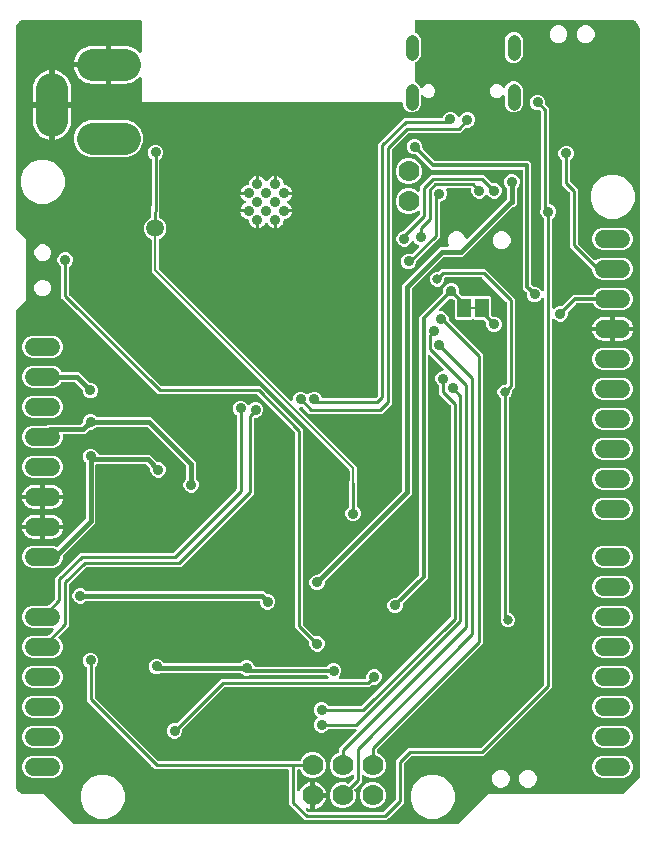
<source format=gbr>
G04 EAGLE Gerber RS-274X export*
G75*
%MOMM*%
%FSLAX34Y34*%
%LPD*%
%INBottom Copper*%
%IPPOS*%
%AMOC8*
5,1,8,0,0,1.08239X$1,22.5*%
G01*
%ADD10C,1.500000*%
%ADD11C,1.778000*%
%ADD12C,2.700000*%
%ADD13C,1.108000*%
%ADD14C,0.908000*%
%ADD15R,1.168400X1.600200*%
%ADD16R,0.635000X0.203200*%
%ADD17C,1.500000*%
%ADD18C,0.906400*%
%ADD19C,0.254000*%
%ADD20C,0.889000*%
%ADD21C,0.406400*%
%ADD22C,0.304800*%
%ADD23C,0.800100*%
%ADD24C,0.203200*%

G36*
X374440Y3823D02*
X374440Y3823D01*
X374539Y3826D01*
X374597Y3843D01*
X374657Y3851D01*
X374749Y3887D01*
X374845Y3915D01*
X374897Y3945D01*
X374953Y3968D01*
X375033Y4026D01*
X375119Y4076D01*
X375194Y4142D01*
X375210Y4154D01*
X375218Y4164D01*
X375239Y4182D01*
X398408Y27351D01*
X400268Y29211D01*
X514042Y29211D01*
X514140Y29223D01*
X514239Y29226D01*
X514297Y29243D01*
X514357Y29251D01*
X514449Y29287D01*
X514545Y29315D01*
X514597Y29345D01*
X514653Y29368D01*
X514733Y29426D01*
X514819Y29476D01*
X514894Y29542D01*
X514910Y29554D01*
X514918Y29564D01*
X514939Y29582D01*
X527948Y42591D01*
X528008Y42669D01*
X528076Y42741D01*
X528105Y42794D01*
X528142Y42842D01*
X528182Y42933D01*
X528230Y43020D01*
X528245Y43078D01*
X528269Y43134D01*
X528284Y43232D01*
X528309Y43327D01*
X528315Y43427D01*
X528319Y43448D01*
X528317Y43460D01*
X528319Y43488D01*
X528319Y677070D01*
X528317Y677090D01*
X528313Y677194D01*
X528194Y678402D01*
X528171Y678506D01*
X528156Y678611D01*
X528128Y678691D01*
X528124Y678712D01*
X528116Y678726D01*
X528104Y678763D01*
X527179Y680995D01*
X527175Y681003D01*
X527172Y681012D01*
X527096Y681142D01*
X527022Y681271D01*
X527015Y681278D01*
X527011Y681286D01*
X526904Y681406D01*
X525196Y683114D01*
X525189Y683120D01*
X525183Y683127D01*
X525064Y683217D01*
X524945Y683309D01*
X524937Y683313D01*
X524929Y683319D01*
X524785Y683389D01*
X522553Y684314D01*
X522451Y684342D01*
X522351Y684378D01*
X522268Y684392D01*
X522247Y684398D01*
X522231Y684398D01*
X522192Y684404D01*
X520984Y684523D01*
X520965Y684523D01*
X520860Y684529D01*
X339090Y684529D01*
X338972Y684514D01*
X338853Y684507D01*
X338815Y684494D01*
X338774Y684489D01*
X338664Y684446D01*
X338551Y684409D01*
X338516Y684387D01*
X338479Y684372D01*
X338383Y684303D01*
X338282Y684239D01*
X338254Y684209D01*
X338221Y684186D01*
X338146Y684094D01*
X338064Y684007D01*
X338044Y683972D01*
X338019Y683941D01*
X337968Y683833D01*
X337910Y683729D01*
X337900Y683689D01*
X337883Y683653D01*
X337861Y683536D01*
X337831Y683421D01*
X337827Y683361D01*
X337823Y683341D01*
X337825Y683320D01*
X337821Y683260D01*
X337821Y674594D01*
X337824Y674565D01*
X337822Y674535D01*
X337844Y674407D01*
X337861Y674279D01*
X337871Y674251D01*
X337877Y674222D01*
X337930Y674104D01*
X337978Y673983D01*
X337995Y673959D01*
X338007Y673932D01*
X338088Y673831D01*
X338164Y673725D01*
X338187Y673707D01*
X338206Y673684D01*
X338309Y673606D01*
X338409Y673523D01*
X338436Y673510D01*
X338460Y673492D01*
X338604Y673421D01*
X339550Y673030D01*
X341680Y670900D01*
X342833Y668116D01*
X342833Y654024D01*
X341680Y651240D01*
X339550Y649110D01*
X338604Y648719D01*
X338579Y648704D01*
X338551Y648695D01*
X338441Y648625D01*
X338328Y648561D01*
X338307Y648541D01*
X338282Y648525D01*
X338193Y648430D01*
X338100Y648340D01*
X338084Y648315D01*
X338064Y648293D01*
X338001Y648179D01*
X337933Y648069D01*
X337925Y648040D01*
X337910Y648015D01*
X337878Y647889D01*
X337840Y647765D01*
X337838Y647735D01*
X337831Y647707D01*
X337821Y647546D01*
X337821Y632794D01*
X337824Y632765D01*
X337822Y632735D01*
X337844Y632607D01*
X337861Y632478D01*
X337871Y632451D01*
X337877Y632422D01*
X337930Y632303D01*
X337978Y632183D01*
X337995Y632159D01*
X338007Y632132D01*
X338088Y632030D01*
X338164Y631925D01*
X338187Y631907D01*
X338206Y631884D01*
X338309Y631805D01*
X338409Y631723D01*
X338436Y631710D01*
X338460Y631692D01*
X338604Y631621D01*
X339550Y631230D01*
X341680Y629100D01*
X342314Y627570D01*
X342382Y627449D01*
X342448Y627326D01*
X342461Y627311D01*
X342471Y627293D01*
X342568Y627194D01*
X342661Y627091D01*
X342678Y627079D01*
X342692Y627065D01*
X342811Y626992D01*
X342927Y626916D01*
X342946Y626909D01*
X342964Y626899D01*
X343096Y626858D01*
X343228Y626813D01*
X343248Y626811D01*
X343267Y626805D01*
X343406Y626798D01*
X343545Y626787D01*
X343565Y626791D01*
X343585Y626790D01*
X343722Y626818D01*
X343858Y626842D01*
X343877Y626850D01*
X343897Y626854D01*
X344022Y626915D01*
X344148Y626972D01*
X344164Y626985D01*
X344182Y626994D01*
X344288Y627084D01*
X344397Y627171D01*
X344409Y627187D01*
X344424Y627200D01*
X344505Y627314D01*
X344588Y627425D01*
X344600Y627450D01*
X344607Y627460D01*
X344615Y627480D01*
X344648Y627547D01*
X346280Y629179D01*
X348408Y630061D01*
X350712Y630061D01*
X352840Y629179D01*
X354469Y627550D01*
X355351Y625422D01*
X355351Y623118D01*
X354469Y620990D01*
X352840Y619361D01*
X350712Y618479D01*
X348408Y618479D01*
X346280Y619361D01*
X344999Y620641D01*
X344890Y620726D01*
X344783Y620815D01*
X344764Y620824D01*
X344748Y620836D01*
X344621Y620891D01*
X344495Y620951D01*
X344475Y620954D01*
X344456Y620962D01*
X344318Y620984D01*
X344182Y621010D01*
X344162Y621009D01*
X344142Y621012D01*
X344003Y620999D01*
X343865Y620991D01*
X343846Y620984D01*
X343826Y620983D01*
X343694Y620935D01*
X343563Y620893D01*
X343545Y620882D01*
X343526Y620875D01*
X343411Y620797D01*
X343294Y620722D01*
X343280Y620708D01*
X343263Y620696D01*
X343171Y620592D01*
X343076Y620491D01*
X343066Y620473D01*
X343053Y620458D01*
X342989Y620334D01*
X342922Y620212D01*
X342917Y620193D01*
X342908Y620175D01*
X342878Y620039D01*
X342843Y619904D01*
X342841Y619876D01*
X342838Y619864D01*
X342839Y619844D01*
X342833Y619744D01*
X342833Y612224D01*
X341680Y609440D01*
X339550Y607310D01*
X336766Y606157D01*
X333754Y606157D01*
X330970Y607310D01*
X328840Y609440D01*
X327687Y612224D01*
X327687Y613410D01*
X327672Y613528D01*
X327665Y613647D01*
X327652Y613685D01*
X327647Y613726D01*
X327604Y613836D01*
X327567Y613949D01*
X327545Y613984D01*
X327530Y614021D01*
X327461Y614117D01*
X327397Y614218D01*
X327367Y614246D01*
X327344Y614279D01*
X327252Y614355D01*
X327165Y614436D01*
X327130Y614456D01*
X327099Y614481D01*
X326991Y614532D01*
X326887Y614590D01*
X326847Y614600D01*
X326811Y614617D01*
X326694Y614639D01*
X326579Y614669D01*
X326519Y614673D01*
X326499Y614677D01*
X326478Y614675D01*
X326418Y614679D01*
X106679Y614679D01*
X106679Y635319D01*
X106671Y635381D01*
X106673Y635444D01*
X106652Y635538D01*
X106639Y635634D01*
X106616Y635693D01*
X106602Y635754D01*
X106558Y635840D01*
X106522Y635930D01*
X106485Y635981D01*
X106456Y636037D01*
X106392Y636109D01*
X106336Y636187D01*
X106287Y636228D01*
X106245Y636275D01*
X106165Y636329D01*
X106091Y636390D01*
X106033Y636417D01*
X105981Y636452D01*
X105890Y636485D01*
X105803Y636526D01*
X105741Y636537D01*
X105681Y636559D01*
X105585Y636567D01*
X105491Y636585D01*
X105428Y636582D01*
X105365Y636587D01*
X105269Y636572D01*
X105173Y636566D01*
X105113Y636546D01*
X105051Y636536D01*
X104962Y636497D01*
X104871Y636468D01*
X104817Y636434D01*
X104759Y636409D01*
X104683Y636349D01*
X104602Y636297D01*
X104559Y636252D01*
X104509Y636213D01*
X104403Y636091D01*
X104326Y635991D01*
X102839Y634504D01*
X101171Y633224D01*
X99350Y632173D01*
X97407Y631368D01*
X95376Y630824D01*
X93291Y630549D01*
X80989Y630549D01*
X80989Y645610D01*
X80974Y645728D01*
X80967Y645847D01*
X80954Y645885D01*
X80949Y645925D01*
X80906Y646036D01*
X80869Y646149D01*
X80847Y646183D01*
X80832Y646221D01*
X80763Y646317D01*
X80699Y646418D01*
X80669Y646446D01*
X80646Y646478D01*
X80554Y646554D01*
X80520Y646586D01*
X80528Y646591D01*
X80556Y646621D01*
X80589Y646645D01*
X80665Y646736D01*
X80746Y646823D01*
X80766Y646858D01*
X80791Y646890D01*
X80842Y646997D01*
X80900Y647102D01*
X80910Y647141D01*
X80927Y647177D01*
X80949Y647294D01*
X80979Y647410D01*
X80983Y647470D01*
X80987Y647490D01*
X80985Y647510D01*
X80989Y647570D01*
X80989Y662631D01*
X93291Y662631D01*
X95376Y662356D01*
X97407Y661812D01*
X99350Y661007D01*
X101171Y659956D01*
X102839Y658676D01*
X104326Y657189D01*
X104403Y657089D01*
X104447Y657044D01*
X104484Y656993D01*
X104559Y656931D01*
X104627Y656863D01*
X104681Y656830D01*
X104729Y656790D01*
X104817Y656749D01*
X104900Y656699D01*
X104960Y656681D01*
X105017Y656654D01*
X105112Y656636D01*
X105204Y656609D01*
X105268Y656606D01*
X105330Y656595D01*
X105426Y656601D01*
X105522Y656597D01*
X105584Y656610D01*
X105647Y656614D01*
X105739Y656644D01*
X105833Y656665D01*
X105889Y656693D01*
X105949Y656712D01*
X106031Y656764D01*
X106117Y656807D01*
X106165Y656849D01*
X106218Y656883D01*
X106284Y656953D01*
X106357Y657016D01*
X106393Y657068D01*
X106436Y657114D01*
X106483Y657199D01*
X106537Y657278D01*
X106559Y657337D01*
X106590Y657393D01*
X106614Y657486D01*
X106647Y657577D01*
X106653Y657640D01*
X106669Y657701D01*
X106679Y657861D01*
X106679Y683260D01*
X106664Y683378D01*
X106657Y683497D01*
X106644Y683535D01*
X106639Y683576D01*
X106596Y683686D01*
X106559Y683799D01*
X106537Y683834D01*
X106522Y683871D01*
X106453Y683967D01*
X106389Y684068D01*
X106359Y684096D01*
X106336Y684129D01*
X106244Y684205D01*
X106157Y684286D01*
X106122Y684306D01*
X106091Y684331D01*
X105983Y684382D01*
X105879Y684440D01*
X105839Y684450D01*
X105803Y684467D01*
X105686Y684489D01*
X105571Y684519D01*
X105511Y684523D01*
X105491Y684527D01*
X105470Y684525D01*
X105410Y684529D01*
X7460Y684529D01*
X7440Y684527D01*
X7336Y684523D01*
X6128Y684404D01*
X6024Y684381D01*
X5919Y684366D01*
X5839Y684338D01*
X5818Y684334D01*
X5804Y684326D01*
X5767Y684314D01*
X3535Y683389D01*
X3527Y683385D01*
X3518Y683382D01*
X3388Y683306D01*
X3259Y683232D01*
X3252Y683225D01*
X3244Y683221D01*
X3124Y683114D01*
X1416Y681406D01*
X1410Y681399D01*
X1403Y681393D01*
X1313Y681274D01*
X1221Y681155D01*
X1217Y681147D01*
X1211Y681139D01*
X1141Y680995D01*
X216Y678763D01*
X188Y678661D01*
X152Y678561D01*
X138Y678478D01*
X132Y678457D01*
X132Y678441D01*
X126Y678402D01*
X7Y677194D01*
X7Y677175D01*
X1Y677070D01*
X1Y508308D01*
X13Y508210D01*
X16Y508111D01*
X33Y508053D01*
X41Y507993D01*
X77Y507901D01*
X105Y507805D01*
X135Y507753D01*
X158Y507697D01*
X216Y507617D01*
X266Y507532D01*
X332Y507456D01*
X344Y507440D01*
X354Y507432D01*
X372Y507411D01*
X8891Y498892D01*
X8891Y447258D01*
X372Y438739D01*
X312Y438661D01*
X244Y438589D01*
X215Y438536D01*
X178Y438488D01*
X138Y438397D01*
X90Y438310D01*
X75Y438252D01*
X51Y438196D01*
X36Y438098D01*
X11Y438003D01*
X5Y437902D01*
X1Y437882D01*
X3Y437870D01*
X1Y437842D01*
X1Y36670D01*
X3Y36650D01*
X7Y36546D01*
X126Y35338D01*
X149Y35234D01*
X164Y35129D01*
X192Y35049D01*
X196Y35028D01*
X204Y35014D01*
X216Y34977D01*
X1141Y32745D01*
X1145Y32737D01*
X1148Y32728D01*
X1224Y32598D01*
X1298Y32469D01*
X1305Y32462D01*
X1309Y32454D01*
X1416Y32334D01*
X3124Y30626D01*
X3131Y30620D01*
X3137Y30613D01*
X3256Y30523D01*
X3375Y30431D01*
X3383Y30427D01*
X3391Y30421D01*
X3535Y30351D01*
X5767Y29426D01*
X5869Y29398D01*
X5969Y29362D01*
X6052Y29348D01*
X6073Y29342D01*
X6089Y29342D01*
X6128Y29336D01*
X7336Y29217D01*
X7355Y29217D01*
X7460Y29211D01*
X23912Y29211D01*
X48941Y4182D01*
X49019Y4122D01*
X49091Y4054D01*
X49144Y4025D01*
X49192Y3988D01*
X49283Y3948D01*
X49370Y3900D01*
X49428Y3885D01*
X49484Y3861D01*
X49582Y3846D01*
X49677Y3821D01*
X49778Y3815D01*
X49798Y3811D01*
X49810Y3813D01*
X49838Y3811D01*
X374342Y3811D01*
X374440Y3823D01*
G37*
%LPC*%
G36*
X274687Y17017D02*
X274687Y17017D01*
X270673Y18680D01*
X267600Y21753D01*
X265937Y25767D01*
X265937Y30113D01*
X267600Y34127D01*
X270673Y37200D01*
X274687Y38863D01*
X279033Y38863D01*
X281134Y37992D01*
X281162Y37985D01*
X281188Y37971D01*
X281315Y37943D01*
X281440Y37909D01*
X281470Y37908D01*
X281499Y37902D01*
X281628Y37906D01*
X281758Y37903D01*
X281787Y37910D01*
X281817Y37911D01*
X281941Y37947D01*
X282068Y37978D01*
X282094Y37991D01*
X282122Y38000D01*
X282234Y38066D01*
X282349Y38126D01*
X282371Y38146D01*
X282396Y38161D01*
X282517Y38268D01*
X285886Y41636D01*
X285946Y41715D01*
X286014Y41787D01*
X286043Y41840D01*
X286080Y41888D01*
X286120Y41979D01*
X286168Y42065D01*
X286183Y42124D01*
X286207Y42179D01*
X286222Y42277D01*
X286247Y42373D01*
X286253Y42473D01*
X286257Y42494D01*
X286255Y42506D01*
X286257Y42534D01*
X286257Y44226D01*
X286240Y44364D01*
X286227Y44502D01*
X286220Y44521D01*
X286217Y44542D01*
X286166Y44671D01*
X286119Y44802D01*
X286108Y44818D01*
X286100Y44837D01*
X286019Y44949D01*
X285941Y45065D01*
X285925Y45078D01*
X285914Y45095D01*
X285806Y45183D01*
X285702Y45275D01*
X285684Y45284D01*
X285669Y45297D01*
X285543Y45357D01*
X285419Y45420D01*
X285399Y45424D01*
X285381Y45433D01*
X285244Y45459D01*
X285109Y45489D01*
X285088Y45489D01*
X285069Y45493D01*
X284930Y45484D01*
X284791Y45480D01*
X284771Y45474D01*
X284751Y45473D01*
X284619Y45430D01*
X284485Y45391D01*
X284468Y45381D01*
X284449Y45375D01*
X284331Y45300D01*
X284211Y45230D01*
X284190Y45211D01*
X284180Y45205D01*
X284166Y45190D01*
X284091Y45123D01*
X283047Y44080D01*
X279033Y42417D01*
X274687Y42417D01*
X270673Y44080D01*
X267600Y47153D01*
X265937Y51167D01*
X265937Y55513D01*
X267600Y59527D01*
X270673Y62600D01*
X272774Y63470D01*
X272799Y63485D01*
X272827Y63494D01*
X272937Y63563D01*
X273050Y63628D01*
X273071Y63648D01*
X273096Y63664D01*
X273185Y63759D01*
X273278Y63849D01*
X273294Y63874D01*
X273314Y63896D01*
X273377Y64009D01*
X273445Y64120D01*
X273453Y64148D01*
X273468Y64174D01*
X273500Y64300D01*
X273538Y64424D01*
X273540Y64453D01*
X273547Y64482D01*
X273557Y64643D01*
X273557Y67408D01*
X275864Y69714D01*
X288310Y82161D01*
X288395Y82270D01*
X288484Y82377D01*
X288492Y82396D01*
X288505Y82412D01*
X288560Y82540D01*
X288619Y82665D01*
X288623Y82685D01*
X288631Y82704D01*
X288653Y82842D01*
X288679Y82978D01*
X288678Y82998D01*
X288681Y83018D01*
X288668Y83157D01*
X288659Y83295D01*
X288653Y83314D01*
X288651Y83334D01*
X288604Y83466D01*
X288561Y83597D01*
X288550Y83615D01*
X288543Y83634D01*
X288465Y83749D01*
X288391Y83866D01*
X288376Y83880D01*
X288365Y83897D01*
X288261Y83989D01*
X288159Y84084D01*
X288142Y84094D01*
X288126Y84107D01*
X288003Y84170D01*
X287881Y84238D01*
X287861Y84243D01*
X287843Y84252D01*
X287707Y84282D01*
X287573Y84317D01*
X287545Y84319D01*
X287533Y84322D01*
X287512Y84321D01*
X287412Y84327D01*
X265464Y84327D01*
X265366Y84315D01*
X265267Y84312D01*
X265208Y84295D01*
X265148Y84287D01*
X265056Y84251D01*
X264961Y84223D01*
X264909Y84193D01*
X264853Y84170D01*
X264772Y84112D01*
X264687Y84062D01*
X264612Y83996D01*
X264595Y83984D01*
X264588Y83974D01*
X264566Y83956D01*
X262749Y82138D01*
X260369Y81152D01*
X257791Y81152D01*
X255411Y82138D01*
X253588Y83961D01*
X252602Y86341D01*
X252602Y88919D01*
X253588Y91299D01*
X255372Y93082D01*
X255445Y93177D01*
X255523Y93266D01*
X255542Y93302D01*
X255567Y93334D01*
X255614Y93443D01*
X255668Y93549D01*
X255677Y93588D01*
X255693Y93626D01*
X255712Y93743D01*
X255738Y93859D01*
X255736Y93900D01*
X255743Y93940D01*
X255732Y94058D01*
X255728Y94177D01*
X255717Y94216D01*
X255713Y94256D01*
X255673Y94369D01*
X255640Y94483D01*
X255619Y94517D01*
X255605Y94556D01*
X255538Y94654D01*
X255478Y94757D01*
X255438Y94802D01*
X255427Y94819D01*
X255411Y94832D01*
X255372Y94877D01*
X253588Y96661D01*
X252602Y99041D01*
X252602Y101619D01*
X253588Y103999D01*
X255411Y105822D01*
X257791Y106808D01*
X260369Y106808D01*
X262749Y105822D01*
X264566Y104004D01*
X264645Y103944D01*
X264717Y103876D01*
X264770Y103847D01*
X264818Y103810D01*
X264909Y103770D01*
X264995Y103722D01*
X265054Y103707D01*
X265110Y103683D01*
X265208Y103668D01*
X265303Y103643D01*
X265403Y103637D01*
X265424Y103633D01*
X265436Y103635D01*
X265464Y103633D01*
X292630Y103633D01*
X292729Y103645D01*
X292828Y103648D01*
X292886Y103665D01*
X292946Y103673D01*
X293038Y103709D01*
X293133Y103737D01*
X293185Y103767D01*
X293242Y103790D01*
X293322Y103848D01*
X293407Y103898D01*
X293482Y103964D01*
X293499Y103976D01*
X293507Y103986D01*
X293528Y104004D01*
X368182Y178658D01*
X368242Y178736D01*
X368310Y178808D01*
X368339Y178861D01*
X368376Y178909D01*
X368416Y179000D01*
X368464Y179087D01*
X368479Y179146D01*
X368503Y179201D01*
X368518Y179299D01*
X368543Y179395D01*
X368549Y179495D01*
X368553Y179515D01*
X368551Y179528D01*
X368553Y179556D01*
X368553Y357770D01*
X368541Y357868D01*
X368538Y357967D01*
X368521Y358026D01*
X368513Y358086D01*
X368477Y358178D01*
X368449Y358273D01*
X368419Y358325D01*
X368396Y358381D01*
X368338Y358461D01*
X368288Y358547D01*
X368222Y358622D01*
X368210Y358639D01*
X368200Y358647D01*
X368182Y358668D01*
X358647Y368202D01*
X358647Y374523D01*
X358635Y374621D01*
X358632Y374720D01*
X358615Y374779D01*
X358607Y374839D01*
X358571Y374931D01*
X358543Y375026D01*
X358513Y375078D01*
X358490Y375134D01*
X358432Y375214D01*
X358382Y375300D01*
X358316Y375375D01*
X358304Y375392D01*
X358294Y375399D01*
X358276Y375421D01*
X356458Y377238D01*
X355472Y379618D01*
X355472Y382196D01*
X356458Y384576D01*
X358281Y386399D01*
X360661Y387385D01*
X361165Y387385D01*
X361303Y387402D01*
X361442Y387415D01*
X361461Y387422D01*
X361481Y387425D01*
X361610Y387476D01*
X361741Y387523D01*
X361758Y387534D01*
X361776Y387542D01*
X361889Y387623D01*
X362004Y387701D01*
X362017Y387717D01*
X362034Y387728D01*
X362123Y387836D01*
X362215Y387940D01*
X362224Y387958D01*
X362237Y387973D01*
X362296Y388099D01*
X362359Y388223D01*
X362364Y388243D01*
X362372Y388261D01*
X362398Y388397D01*
X362429Y388533D01*
X362428Y388554D01*
X362432Y388573D01*
X362423Y388712D01*
X362419Y388851D01*
X362413Y388871D01*
X362412Y388891D01*
X362369Y389023D01*
X362331Y389157D01*
X362320Y389174D01*
X362314Y389193D01*
X362240Y389311D01*
X362169Y389431D01*
X362151Y389452D01*
X362144Y389462D01*
X362129Y389476D01*
X362063Y389551D01*
X351163Y400451D01*
X351054Y400536D01*
X350947Y400625D01*
X350928Y400633D01*
X350912Y400646D01*
X350784Y400701D01*
X350659Y400760D01*
X350639Y400764D01*
X350620Y400772D01*
X350482Y400794D01*
X350346Y400820D01*
X350326Y400819D01*
X350306Y400822D01*
X350167Y400809D01*
X350029Y400800D01*
X350010Y400794D01*
X349990Y400792D01*
X349858Y400745D01*
X349727Y400702D01*
X349709Y400691D01*
X349690Y400684D01*
X349575Y400606D01*
X349458Y400532D01*
X349444Y400517D01*
X349427Y400506D01*
X349335Y400402D01*
X349240Y400300D01*
X349230Y400283D01*
X349217Y400267D01*
X349153Y400144D01*
X349086Y400022D01*
X349081Y400002D01*
X349072Y399984D01*
X349042Y399848D01*
X349007Y399714D01*
X349005Y399686D01*
X349002Y399674D01*
X349003Y399653D01*
X348997Y399553D01*
X348997Y211497D01*
X328246Y190747D01*
X328186Y190668D01*
X328118Y190596D01*
X328089Y190543D01*
X328052Y190495D01*
X328012Y190404D01*
X327964Y190318D01*
X327949Y190259D01*
X327925Y190203D01*
X327910Y190105D01*
X327885Y190010D01*
X327879Y189910D01*
X327875Y189889D01*
X327877Y189877D01*
X327875Y189849D01*
X327875Y187534D01*
X326875Y185121D01*
X325029Y183275D01*
X322616Y182275D01*
X320004Y182275D01*
X317591Y183275D01*
X315745Y185121D01*
X314745Y187534D01*
X314745Y190146D01*
X315745Y192559D01*
X317591Y194405D01*
X320004Y195405D01*
X322319Y195405D01*
X322417Y195417D01*
X322516Y195420D01*
X322574Y195437D01*
X322635Y195445D01*
X322727Y195481D01*
X322822Y195509D01*
X322874Y195539D01*
X322930Y195562D01*
X323010Y195620D01*
X323096Y195670D01*
X323171Y195736D01*
X323188Y195748D01*
X323195Y195758D01*
X323217Y195776D01*
X341512Y214071D01*
X341572Y214150D01*
X341640Y214222D01*
X341669Y214275D01*
X341706Y214323D01*
X341746Y214414D01*
X341794Y214500D01*
X341809Y214559D01*
X341833Y214615D01*
X341848Y214713D01*
X341873Y214808D01*
X341879Y214908D01*
X341883Y214929D01*
X341881Y214941D01*
X341883Y214969D01*
X341883Y433273D01*
X344338Y435728D01*
X344339Y435728D01*
X361823Y453213D01*
X361884Y453291D01*
X361952Y453363D01*
X361981Y453416D01*
X362018Y453464D01*
X362057Y453555D01*
X362105Y453642D01*
X362120Y453700D01*
X362144Y453756D01*
X362160Y453854D01*
X362185Y453950D01*
X362191Y454050D01*
X362194Y454070D01*
X362193Y454082D01*
X362195Y454110D01*
X362195Y456425D01*
X363194Y458838D01*
X365041Y460685D01*
X367454Y461684D01*
X370065Y461684D01*
X372478Y460685D01*
X374325Y458838D01*
X375324Y456425D01*
X375324Y454110D01*
X375337Y454012D01*
X375340Y453913D01*
X375356Y453855D01*
X375364Y453795D01*
X375401Y453703D01*
X375428Y453608D01*
X375459Y453556D01*
X375481Y453499D01*
X375539Y453419D01*
X375590Y453334D01*
X375656Y453258D01*
X375668Y453242D01*
X375677Y453234D01*
X375696Y453213D01*
X377813Y451095D01*
X377892Y451035D01*
X377964Y450967D01*
X378017Y450938D01*
X378065Y450901D01*
X378156Y450861D01*
X378242Y450813D01*
X378301Y450798D01*
X378357Y450774D01*
X378455Y450759D01*
X378550Y450734D01*
X378650Y450728D01*
X378671Y450724D01*
X378683Y450726D01*
X378711Y450724D01*
X386414Y450724D01*
X386453Y450685D01*
X386547Y450612D01*
X386636Y450533D01*
X386672Y450515D01*
X386704Y450490D01*
X386813Y450443D01*
X386919Y450389D01*
X386959Y450380D01*
X386996Y450364D01*
X387113Y450345D01*
X387229Y450319D01*
X387270Y450320D01*
X387310Y450314D01*
X387429Y450325D01*
X387547Y450329D01*
X387586Y450340D01*
X387626Y450344D01*
X387738Y450384D01*
X387853Y450417D01*
X387888Y450438D01*
X387926Y450451D01*
X388024Y450518D01*
X388127Y450579D01*
X388172Y450619D01*
X388189Y450630D01*
X388202Y450645D01*
X388248Y450685D01*
X388286Y450724D01*
X401654Y450724D01*
X402845Y449533D01*
X402845Y434561D01*
X402857Y434463D01*
X402860Y434364D01*
X402877Y434305D01*
X402885Y434245D01*
X402921Y434153D01*
X402949Y434058D01*
X402979Y434006D01*
X403002Y433950D01*
X403060Y433869D01*
X403110Y433784D01*
X403176Y433709D01*
X403188Y433692D01*
X403198Y433685D01*
X403217Y433663D01*
X403311Y433569D01*
X403389Y433509D01*
X403461Y433441D01*
X403514Y433412D01*
X403562Y433374D01*
X403653Y433335D01*
X403739Y433287D01*
X403798Y433272D01*
X403854Y433248D01*
X403952Y433233D01*
X404047Y433208D01*
X404148Y433202D01*
X404168Y433198D01*
X404180Y433200D01*
X404208Y433198D01*
X406419Y433198D01*
X408799Y432212D01*
X410622Y430389D01*
X411608Y428009D01*
X411608Y425431D01*
X410622Y423051D01*
X408799Y421228D01*
X406419Y420242D01*
X403841Y420242D01*
X401461Y421228D01*
X399638Y423051D01*
X398652Y425431D01*
X398652Y427642D01*
X398640Y427740D01*
X398637Y427839D01*
X398620Y427897D01*
X398612Y427958D01*
X398576Y428050D01*
X398548Y428145D01*
X398518Y428197D01*
X398495Y428253D01*
X398437Y428333D01*
X398387Y428419D01*
X398321Y428494D01*
X398309Y428511D01*
X398299Y428518D01*
X398281Y428540D01*
X396536Y430285D01*
X396457Y430345D01*
X396385Y430413D01*
X396332Y430442D01*
X396284Y430479D01*
X396193Y430519D01*
X396107Y430567D01*
X396048Y430582D01*
X395992Y430606D01*
X395894Y430621D01*
X395799Y430646D01*
X395699Y430652D01*
X395678Y430656D01*
X395666Y430654D01*
X395638Y430656D01*
X388286Y430656D01*
X388248Y430695D01*
X388153Y430768D01*
X388064Y430847D01*
X388028Y430865D01*
X387996Y430890D01*
X387887Y430937D01*
X387781Y430991D01*
X387741Y431000D01*
X387704Y431016D01*
X387587Y431035D01*
X387471Y431061D01*
X387430Y431060D01*
X387390Y431066D01*
X387272Y431055D01*
X387153Y431051D01*
X387114Y431040D01*
X387074Y431036D01*
X386961Y430996D01*
X386847Y430963D01*
X386813Y430942D01*
X386774Y430929D01*
X386676Y430862D01*
X386573Y430801D01*
X386528Y430761D01*
X386511Y430750D01*
X386498Y430735D01*
X386453Y430695D01*
X386414Y430656D01*
X373046Y430656D01*
X371855Y431847D01*
X371855Y446468D01*
X371843Y446566D01*
X371840Y446665D01*
X371823Y446723D01*
X371815Y446784D01*
X371779Y446876D01*
X371751Y446971D01*
X371721Y447023D01*
X371698Y447079D01*
X371640Y447159D01*
X371590Y447245D01*
X371524Y447320D01*
X371512Y447337D01*
X371502Y447344D01*
X371484Y447366D01*
X370666Y448183D01*
X370588Y448244D01*
X370516Y448312D01*
X370463Y448341D01*
X370415Y448378D01*
X370324Y448417D01*
X370237Y448465D01*
X370179Y448480D01*
X370123Y448504D01*
X370025Y448520D01*
X369929Y448545D01*
X369829Y448551D01*
X369809Y448554D01*
X369797Y448553D01*
X369769Y448555D01*
X367750Y448555D01*
X367652Y448542D01*
X367553Y448539D01*
X367495Y448523D01*
X367435Y448515D01*
X367343Y448478D01*
X367248Y448451D01*
X367196Y448420D01*
X367139Y448398D01*
X367059Y448340D01*
X366974Y448289D01*
X366898Y448223D01*
X366882Y448211D01*
X366874Y448202D01*
X366853Y448183D01*
X358566Y439896D01*
X358481Y439787D01*
X358393Y439680D01*
X358384Y439661D01*
X358371Y439645D01*
X358316Y439517D01*
X358257Y439392D01*
X358253Y439372D01*
X358245Y439353D01*
X358223Y439215D01*
X358197Y439079D01*
X358198Y439059D01*
X358195Y439039D01*
X358208Y438900D01*
X358217Y438762D01*
X358223Y438743D01*
X358225Y438723D01*
X358272Y438591D01*
X358315Y438460D01*
X358326Y438442D01*
X358333Y438423D01*
X358411Y438308D01*
X358485Y438191D01*
X358500Y438177D01*
X358511Y438160D01*
X358615Y438068D01*
X358717Y437973D01*
X358735Y437963D01*
X358750Y437950D01*
X358874Y437886D01*
X358995Y437819D01*
X359015Y437814D01*
X359033Y437805D01*
X359169Y437775D01*
X359303Y437740D01*
X359331Y437738D01*
X359343Y437735D01*
X359364Y437736D01*
X359464Y437730D01*
X361351Y437730D01*
X363764Y436730D01*
X365610Y434884D01*
X366610Y432471D01*
X366610Y431067D01*
X366622Y430969D01*
X366625Y430870D01*
X366642Y430811D01*
X366650Y430751D01*
X366686Y430659D01*
X366714Y430564D01*
X366744Y430512D01*
X366767Y430456D01*
X366825Y430376D01*
X366875Y430290D01*
X366941Y430215D01*
X366953Y430198D01*
X366963Y430190D01*
X366981Y430169D01*
X395733Y401418D01*
X395733Y156863D01*
X305934Y67065D01*
X305874Y66986D01*
X305806Y66914D01*
X305777Y66861D01*
X305740Y66813D01*
X305700Y66722D01*
X305652Y66636D01*
X305637Y66577D01*
X305613Y66521D01*
X305598Y66423D01*
X305573Y66328D01*
X305567Y66228D01*
X305563Y66207D01*
X305565Y66195D01*
X305563Y66167D01*
X305563Y64643D01*
X305566Y64613D01*
X305564Y64584D01*
X305586Y64456D01*
X305603Y64327D01*
X305613Y64300D01*
X305618Y64271D01*
X305672Y64152D01*
X305720Y64031D01*
X305737Y64008D01*
X305749Y63981D01*
X305830Y63879D01*
X305906Y63774D01*
X305929Y63755D01*
X305948Y63732D01*
X306051Y63654D01*
X306151Y63571D01*
X306178Y63559D01*
X306202Y63541D01*
X306346Y63470D01*
X308447Y62600D01*
X311520Y59527D01*
X313183Y55513D01*
X313183Y51167D01*
X311520Y47153D01*
X308447Y44080D01*
X304433Y42417D01*
X300087Y42417D01*
X296073Y44080D01*
X295029Y45123D01*
X294920Y45208D01*
X294813Y45297D01*
X294794Y45306D01*
X294778Y45318D01*
X294651Y45374D01*
X294525Y45433D01*
X294505Y45437D01*
X294486Y45445D01*
X294348Y45467D01*
X294212Y45493D01*
X294192Y45491D01*
X294172Y45495D01*
X294033Y45482D01*
X293895Y45473D01*
X293876Y45467D01*
X293856Y45465D01*
X293724Y45418D01*
X293593Y45375D01*
X293575Y45364D01*
X293556Y45357D01*
X293441Y45279D01*
X293324Y45205D01*
X293310Y45190D01*
X293293Y45179D01*
X293201Y45075D01*
X293106Y44973D01*
X293096Y44955D01*
X293083Y44940D01*
X293019Y44816D01*
X292952Y44695D01*
X292947Y44675D01*
X292938Y44657D01*
X292908Y44521D01*
X292873Y44387D01*
X292871Y44359D01*
X292868Y44347D01*
X292869Y44326D01*
X292863Y44226D01*
X292863Y39272D01*
X287188Y33597D01*
X287169Y33573D01*
X287147Y33554D01*
X287072Y33448D01*
X286993Y33346D01*
X286981Y33318D01*
X286964Y33294D01*
X286918Y33173D01*
X286866Y33054D01*
X286862Y33025D01*
X286851Y32997D01*
X286837Y32868D01*
X286816Y32740D01*
X286819Y32710D01*
X286816Y32681D01*
X286834Y32552D01*
X286846Y32423D01*
X286856Y32395D01*
X286860Y32366D01*
X286912Y32214D01*
X287783Y30113D01*
X287783Y25767D01*
X286120Y21753D01*
X283047Y18680D01*
X279033Y17017D01*
X274687Y17017D01*
G37*
%LPD*%
%LPC*%
G36*
X245012Y6857D02*
X245012Y6857D01*
X231647Y20222D01*
X231647Y48768D01*
X231632Y48886D01*
X231625Y49005D01*
X231612Y49043D01*
X231607Y49084D01*
X231564Y49194D01*
X231527Y49307D01*
X231505Y49342D01*
X231490Y49379D01*
X231421Y49475D01*
X231357Y49576D01*
X231327Y49604D01*
X231304Y49637D01*
X231212Y49713D01*
X231125Y49794D01*
X231090Y49814D01*
X231059Y49839D01*
X230951Y49890D01*
X230847Y49948D01*
X230807Y49958D01*
X230771Y49975D01*
X230654Y49997D01*
X230539Y50027D01*
X230479Y50031D01*
X230459Y50035D01*
X230438Y50033D01*
X230378Y50037D01*
X118012Y50037D01*
X115706Y52343D01*
X115706Y52344D01*
X60237Y107812D01*
X60237Y135733D01*
X60225Y135831D01*
X60222Y135930D01*
X60205Y135988D01*
X60197Y136049D01*
X60161Y136141D01*
X60133Y136236D01*
X60103Y136288D01*
X60080Y136344D01*
X60022Y136424D01*
X59972Y136510D01*
X59906Y136585D01*
X59894Y136602D01*
X59884Y136609D01*
X59866Y136631D01*
X57975Y138521D01*
X56975Y140934D01*
X56975Y143546D01*
X57975Y145959D01*
X59821Y147805D01*
X62234Y148805D01*
X64846Y148805D01*
X67259Y147805D01*
X69105Y145959D01*
X70105Y143546D01*
X70105Y140934D01*
X69105Y138521D01*
X67214Y136631D01*
X67154Y136552D01*
X67086Y136480D01*
X67057Y136427D01*
X67020Y136379D01*
X66980Y136288D01*
X66932Y136202D01*
X66917Y136143D01*
X66893Y136087D01*
X66878Y135989D01*
X66853Y135894D01*
X66847Y135794D01*
X66843Y135773D01*
X66845Y135761D01*
X66843Y135733D01*
X66843Y111074D01*
X66855Y110976D01*
X66858Y110877D01*
X66875Y110818D01*
X66883Y110758D01*
X66919Y110666D01*
X66947Y110571D01*
X66977Y110519D01*
X67000Y110463D01*
X67058Y110383D01*
X67108Y110297D01*
X67174Y110222D01*
X67186Y110205D01*
X67196Y110197D01*
X67214Y110176D01*
X120376Y57014D01*
X120455Y56954D01*
X120527Y56886D01*
X120580Y56857D01*
X120628Y56820D01*
X120719Y56780D01*
X120805Y56732D01*
X120864Y56717D01*
X120919Y56693D01*
X121017Y56678D01*
X121113Y56653D01*
X121213Y56647D01*
X121233Y56643D01*
X121246Y56645D01*
X121274Y56643D01*
X240157Y56643D01*
X240186Y56646D01*
X240216Y56644D01*
X240344Y56666D01*
X240473Y56683D01*
X240500Y56693D01*
X240529Y56698D01*
X240648Y56752D01*
X240768Y56800D01*
X240792Y56817D01*
X240819Y56829D01*
X240921Y56910D01*
X241026Y56986D01*
X241045Y57009D01*
X241068Y57028D01*
X241146Y57131D01*
X241229Y57231D01*
X241241Y57258D01*
X241259Y57282D01*
X241330Y57426D01*
X242200Y59527D01*
X245273Y62600D01*
X249287Y64263D01*
X253633Y64263D01*
X257647Y62600D01*
X260720Y59527D01*
X262383Y55513D01*
X262383Y51167D01*
X260720Y47153D01*
X257647Y44080D01*
X253633Y42417D01*
X249287Y42417D01*
X245273Y44080D01*
X242200Y47153D01*
X241330Y49254D01*
X241315Y49279D01*
X241306Y49307D01*
X241237Y49417D01*
X241172Y49530D01*
X241152Y49551D01*
X241136Y49576D01*
X241041Y49665D01*
X240951Y49758D01*
X240926Y49774D01*
X240904Y49794D01*
X240791Y49857D01*
X240680Y49925D01*
X240652Y49933D01*
X240626Y49948D01*
X240500Y49980D01*
X240376Y50018D01*
X240347Y50020D01*
X240318Y50027D01*
X240157Y50037D01*
X239522Y50037D01*
X239404Y50022D01*
X239285Y50015D01*
X239247Y50002D01*
X239206Y49997D01*
X239096Y49954D01*
X238983Y49917D01*
X238948Y49895D01*
X238911Y49880D01*
X238815Y49811D01*
X238714Y49747D01*
X238686Y49717D01*
X238653Y49694D01*
X238577Y49602D01*
X238496Y49515D01*
X238476Y49480D01*
X238451Y49449D01*
X238400Y49341D01*
X238342Y49237D01*
X238332Y49197D01*
X238315Y49161D01*
X238293Y49044D01*
X238263Y48929D01*
X238259Y48869D01*
X238255Y48849D01*
X238257Y48828D01*
X238253Y48768D01*
X238253Y32297D01*
X238268Y32178D01*
X238275Y32059D01*
X238288Y32021D01*
X238293Y31981D01*
X238336Y31870D01*
X238373Y31756D01*
X238395Y31722D01*
X238410Y31685D01*
X238480Y31589D01*
X238544Y31488D01*
X238573Y31460D01*
X238596Y31428D01*
X238688Y31352D01*
X238775Y31270D01*
X238811Y31251D01*
X238841Y31225D01*
X238949Y31174D01*
X239054Y31117D01*
X239093Y31107D01*
X239129Y31090D01*
X239246Y31067D01*
X239362Y31037D01*
X239402Y31037D01*
X239441Y31030D01*
X239561Y31037D01*
X239680Y31037D01*
X239719Y31047D01*
X239759Y31050D01*
X239872Y31086D01*
X239988Y31116D01*
X240023Y31135D01*
X240061Y31148D01*
X240162Y31211D01*
X240267Y31269D01*
X240296Y31296D01*
X240330Y31318D01*
X240412Y31405D01*
X240499Y31486D01*
X240521Y31520D01*
X240548Y31549D01*
X240606Y31654D01*
X240670Y31755D01*
X240692Y31810D01*
X240702Y31828D01*
X240707Y31848D01*
X240729Y31904D01*
X240867Y32328D01*
X241683Y33931D01*
X242741Y35387D01*
X244013Y36659D01*
X245469Y37717D01*
X247072Y38533D01*
X248783Y39089D01*
X249211Y39157D01*
X249211Y28920D01*
X249226Y28802D01*
X249233Y28683D01*
X249245Y28645D01*
X249251Y28605D01*
X249294Y28494D01*
X249331Y28381D01*
X249353Y28347D01*
X249368Y28309D01*
X249437Y28213D01*
X249501Y28112D01*
X249531Y28084D01*
X249554Y28052D01*
X249646Y27976D01*
X249680Y27944D01*
X249672Y27939D01*
X249644Y27909D01*
X249611Y27885D01*
X249535Y27794D01*
X249454Y27707D01*
X249434Y27672D01*
X249409Y27640D01*
X249358Y27533D01*
X249300Y27428D01*
X249290Y27389D01*
X249273Y27353D01*
X249251Y27236D01*
X249221Y27120D01*
X249217Y27060D01*
X249213Y27040D01*
X249215Y27020D01*
X249211Y26960D01*
X249211Y16723D01*
X248783Y16791D01*
X247348Y17257D01*
X247328Y17261D01*
X247310Y17269D01*
X247173Y17291D01*
X247036Y17317D01*
X247016Y17315D01*
X246996Y17319D01*
X246857Y17306D01*
X246718Y17297D01*
X246699Y17291D01*
X246679Y17289D01*
X246548Y17242D01*
X246416Y17199D01*
X246399Y17188D01*
X246380Y17181D01*
X246265Y17103D01*
X246147Y17028D01*
X246134Y17014D01*
X246117Y17003D01*
X246025Y16898D01*
X245929Y16797D01*
X245920Y16779D01*
X245907Y16764D01*
X245843Y16640D01*
X245776Y16518D01*
X245771Y16499D01*
X245762Y16481D01*
X245731Y16345D01*
X245697Y16210D01*
X245697Y16190D01*
X245692Y16171D01*
X245697Y16031D01*
X245696Y15892D01*
X245701Y15873D01*
X245702Y15853D01*
X245741Y15719D01*
X245775Y15584D01*
X245785Y15566D01*
X245790Y15547D01*
X245861Y15427D01*
X245928Y15305D01*
X245942Y15290D01*
X245952Y15273D01*
X246058Y15152D01*
X247376Y13834D01*
X247455Y13774D01*
X247527Y13706D01*
X247580Y13677D01*
X247628Y13640D01*
X247719Y13600D01*
X247805Y13552D01*
X247864Y13537D01*
X247919Y13513D01*
X248017Y13498D01*
X248113Y13473D01*
X248213Y13467D01*
X248234Y13463D01*
X248246Y13465D01*
X248274Y13463D01*
X310526Y13463D01*
X310624Y13475D01*
X310723Y13478D01*
X310782Y13495D01*
X310842Y13503D01*
X310934Y13539D01*
X311029Y13567D01*
X311081Y13597D01*
X311137Y13620D01*
X311217Y13678D01*
X311303Y13728D01*
X311378Y13794D01*
X311395Y13806D01*
X311403Y13816D01*
X311424Y13834D01*
X321446Y23856D01*
X321506Y23935D01*
X321574Y24007D01*
X321603Y24060D01*
X321640Y24108D01*
X321680Y24199D01*
X321728Y24285D01*
X321743Y24344D01*
X321767Y24399D01*
X321782Y24497D01*
X321807Y24593D01*
X321813Y24693D01*
X321817Y24713D01*
X321815Y24726D01*
X321817Y24754D01*
X321817Y57248D01*
X332642Y68073D01*
X393076Y68073D01*
X393174Y68085D01*
X393273Y68088D01*
X393332Y68105D01*
X393392Y68113D01*
X393484Y68149D01*
X393579Y68177D01*
X393631Y68207D01*
X393687Y68230D01*
X393767Y68288D01*
X393853Y68338D01*
X393928Y68404D01*
X393945Y68416D01*
X393953Y68426D01*
X393974Y68444D01*
X447221Y121691D01*
X447281Y121770D01*
X447349Y121842D01*
X447378Y121895D01*
X447415Y121943D01*
X447455Y122034D01*
X447503Y122120D01*
X447518Y122179D01*
X447542Y122234D01*
X447557Y122332D01*
X447582Y122428D01*
X447588Y122528D01*
X447592Y122549D01*
X447590Y122561D01*
X447592Y122589D01*
X447592Y448314D01*
X447584Y448384D01*
X447585Y448453D01*
X447564Y448541D01*
X447552Y448630D01*
X447527Y448695D01*
X447510Y448763D01*
X447468Y448842D01*
X447435Y448925D01*
X447394Y448982D01*
X447362Y449044D01*
X447301Y449110D01*
X447249Y449183D01*
X447195Y449227D01*
X447148Y449279D01*
X447073Y449328D01*
X447004Y449386D01*
X446940Y449415D01*
X446882Y449454D01*
X446797Y449483D01*
X446716Y449521D01*
X446647Y449534D01*
X446581Y449557D01*
X446492Y449564D01*
X446404Y449581D01*
X446334Y449577D01*
X446264Y449582D01*
X446176Y449567D01*
X446086Y449561D01*
X446020Y449540D01*
X445951Y449528D01*
X445869Y449491D01*
X445784Y449463D01*
X445725Y449426D01*
X445661Y449397D01*
X445591Y449341D01*
X445515Y449293D01*
X445467Y449242D01*
X445413Y449199D01*
X445358Y449127D01*
X445297Y449061D01*
X445263Y449000D01*
X445221Y448944D01*
X445150Y448800D01*
X444985Y448401D01*
X443139Y446555D01*
X440726Y445555D01*
X438114Y445555D01*
X435701Y446555D01*
X433855Y448401D01*
X432855Y450814D01*
X432855Y453129D01*
X432843Y453227D01*
X432840Y453326D01*
X432834Y453347D01*
X432833Y453362D01*
X432821Y453398D01*
X432815Y453445D01*
X432779Y453537D01*
X432751Y453632D01*
X432738Y453654D01*
X432735Y453665D01*
X432717Y453693D01*
X432698Y453740D01*
X432640Y453820D01*
X432590Y453906D01*
X432524Y453981D01*
X432512Y453998D01*
X432502Y454005D01*
X432483Y454027D01*
X431969Y454541D01*
X429513Y456997D01*
X429513Y556514D01*
X429498Y556632D01*
X429491Y556751D01*
X429478Y556789D01*
X429473Y556830D01*
X429430Y556940D01*
X429393Y557053D01*
X429371Y557088D01*
X429356Y557125D01*
X429287Y557221D01*
X429223Y557322D01*
X429193Y557350D01*
X429170Y557383D01*
X429078Y557459D01*
X428991Y557540D01*
X428956Y557560D01*
X428925Y557585D01*
X428817Y557636D01*
X428713Y557694D01*
X428673Y557704D01*
X428637Y557721D01*
X428520Y557743D01*
X428405Y557773D01*
X428345Y557777D01*
X428325Y557781D01*
X428304Y557779D01*
X428244Y557783D01*
X352222Y557783D01*
X349767Y560238D01*
X349767Y560239D01*
X339727Y570279D01*
X339648Y570339D01*
X339576Y570407D01*
X339523Y570436D01*
X339475Y570473D01*
X339384Y570513D01*
X339298Y570561D01*
X339239Y570576D01*
X339183Y570600D01*
X339085Y570615D01*
X338990Y570640D01*
X338890Y570646D01*
X338869Y570650D01*
X338857Y570648D01*
X338829Y570650D01*
X336514Y570650D01*
X334101Y571650D01*
X332255Y573496D01*
X331255Y575909D01*
X331255Y578521D01*
X332255Y580934D01*
X334101Y582780D01*
X336514Y583780D01*
X339126Y583780D01*
X341539Y582780D01*
X343385Y580934D01*
X344385Y578521D01*
X344385Y576206D01*
X344397Y576108D01*
X344400Y576009D01*
X344417Y575951D01*
X344425Y575890D01*
X344461Y575798D01*
X344489Y575703D01*
X344519Y575651D01*
X344542Y575595D01*
X344600Y575515D01*
X344650Y575429D01*
X344716Y575354D01*
X344728Y575337D01*
X344738Y575330D01*
X344756Y575308D01*
X354796Y565268D01*
X354875Y565208D01*
X354947Y565140D01*
X355000Y565111D01*
X355048Y565074D01*
X355139Y565034D01*
X355225Y564986D01*
X355284Y564971D01*
X355340Y564947D01*
X355438Y564932D01*
X355533Y564907D01*
X355633Y564901D01*
X355654Y564897D01*
X355666Y564899D01*
X355694Y564897D01*
X434543Y564897D01*
X436627Y562813D01*
X436627Y460469D01*
X436639Y460371D01*
X436642Y460272D01*
X436659Y460214D01*
X436667Y460153D01*
X436703Y460061D01*
X436731Y459966D01*
X436761Y459914D01*
X436784Y459858D01*
X436842Y459778D01*
X436892Y459692D01*
X436958Y459617D01*
X436970Y459600D01*
X436980Y459593D01*
X436998Y459572D01*
X437513Y459057D01*
X437592Y458996D01*
X437664Y458928D01*
X437717Y458899D01*
X437765Y458862D01*
X437856Y458822D01*
X437942Y458774D01*
X438001Y458759D01*
X438057Y458735D01*
X438155Y458720D01*
X438250Y458695D01*
X438350Y458689D01*
X438371Y458685D01*
X438383Y458687D01*
X438411Y458685D01*
X440726Y458685D01*
X443139Y457685D01*
X444985Y455839D01*
X445150Y455440D01*
X445185Y455379D01*
X445211Y455315D01*
X445263Y455242D01*
X445308Y455164D01*
X445357Y455114D01*
X445397Y455057D01*
X445467Y455000D01*
X445529Y454935D01*
X445589Y454899D01*
X445642Y454854D01*
X445724Y454816D01*
X445800Y454769D01*
X445867Y454749D01*
X445930Y454719D01*
X446018Y454702D01*
X446104Y454676D01*
X446174Y454672D01*
X446243Y454659D01*
X446332Y454665D01*
X446422Y454660D01*
X446490Y454675D01*
X446560Y454679D01*
X446645Y454706D01*
X446733Y454725D01*
X446796Y454755D01*
X446862Y454777D01*
X446938Y454825D01*
X447019Y454864D01*
X447072Y454910D01*
X447131Y454947D01*
X447193Y455012D01*
X447261Y455071D01*
X447301Y455128D01*
X447349Y455179D01*
X447392Y455257D01*
X447444Y455331D01*
X447469Y455396D01*
X447503Y455457D01*
X447525Y455544D01*
X447557Y455628D01*
X447565Y455697D01*
X447582Y455765D01*
X447592Y455926D01*
X447592Y515418D01*
X447580Y515516D01*
X447577Y515615D01*
X447560Y515674D01*
X447552Y515734D01*
X447516Y515826D01*
X447488Y515921D01*
X447458Y515973D01*
X447435Y516029D01*
X447377Y516109D01*
X447327Y516195D01*
X447261Y516270D01*
X447249Y516287D01*
X447239Y516294D01*
X447221Y516316D01*
X445330Y518206D01*
X444330Y520619D01*
X444330Y523231D01*
X444911Y524632D01*
X444913Y524641D01*
X444918Y524649D01*
X444955Y524794D01*
X444995Y524939D01*
X444995Y524948D01*
X444997Y524957D01*
X445007Y525118D01*
X445007Y606436D01*
X444995Y606534D01*
X444992Y606633D01*
X444975Y606692D01*
X444967Y606752D01*
X444931Y606844D01*
X444903Y606939D01*
X444873Y606991D01*
X444850Y607047D01*
X444792Y607127D01*
X444742Y607213D01*
X444676Y607288D01*
X444664Y607305D01*
X444654Y607313D01*
X444636Y607334D01*
X444139Y607831D01*
X444060Y607891D01*
X443988Y607959D01*
X443935Y607988D01*
X443887Y608025D01*
X443796Y608065D01*
X443710Y608113D01*
X443651Y608128D01*
X443596Y608152D01*
X443498Y608167D01*
X443402Y608192D01*
X443302Y608198D01*
X443281Y608202D01*
X443269Y608200D01*
X443241Y608202D01*
X440671Y608202D01*
X438291Y609188D01*
X436468Y611011D01*
X435482Y613391D01*
X435482Y615969D01*
X436468Y618349D01*
X438291Y620172D01*
X440671Y621158D01*
X443249Y621158D01*
X445629Y620172D01*
X447452Y618349D01*
X448438Y615969D01*
X448438Y613399D01*
X448450Y613301D01*
X448453Y613202D01*
X448470Y613143D01*
X448478Y613083D01*
X448514Y612991D01*
X448542Y612896D01*
X448572Y612844D01*
X448595Y612788D01*
X448653Y612708D01*
X448703Y612622D01*
X448769Y612547D01*
X448781Y612530D01*
X448791Y612522D01*
X448809Y612501D01*
X451613Y609698D01*
X451613Y529581D01*
X451616Y529552D01*
X451614Y529523D01*
X451636Y529394D01*
X451653Y529266D01*
X451663Y529238D01*
X451668Y529209D01*
X451722Y529091D01*
X451770Y528970D01*
X451787Y528946D01*
X451799Y528919D01*
X451880Y528818D01*
X451956Y528713D01*
X451979Y528694D01*
X451998Y528671D01*
X452101Y528593D01*
X452201Y528510D01*
X452228Y528497D01*
X452252Y528480D01*
X452396Y528409D01*
X454614Y527490D01*
X456460Y525644D01*
X457460Y523231D01*
X457460Y520619D01*
X456460Y518206D01*
X454569Y516316D01*
X454509Y516237D01*
X454441Y516165D01*
X454412Y516112D01*
X454375Y516064D01*
X454335Y515973D01*
X454287Y515887D01*
X454272Y515828D01*
X454248Y515772D01*
X454233Y515674D01*
X454208Y515579D01*
X454202Y515479D01*
X454198Y515458D01*
X454200Y515446D01*
X454198Y515418D01*
X454198Y441146D01*
X454215Y441008D01*
X454228Y440870D01*
X454235Y440851D01*
X454238Y440830D01*
X454289Y440701D01*
X454336Y440570D01*
X454347Y440553D01*
X454355Y440535D01*
X454436Y440422D01*
X454514Y440307D01*
X454530Y440294D01*
X454541Y440277D01*
X454649Y440189D01*
X454753Y440097D01*
X454771Y440087D01*
X454786Y440075D01*
X454912Y440015D01*
X455036Y439952D01*
X455056Y439948D01*
X455074Y439939D01*
X455211Y439913D01*
X455346Y439882D01*
X455367Y439883D01*
X455386Y439879D01*
X455525Y439888D01*
X455664Y439892D01*
X455684Y439898D01*
X455704Y439899D01*
X455836Y439942D01*
X455970Y439980D01*
X455987Y439991D01*
X456006Y439997D01*
X456124Y440071D01*
X456244Y440142D01*
X456265Y440161D01*
X456275Y440167D01*
X456289Y440182D01*
X456364Y440248D01*
X457291Y441175D01*
X459704Y442175D01*
X462019Y442175D01*
X462117Y442187D01*
X462216Y442190D01*
X462274Y442207D01*
X462335Y442215D01*
X462427Y442251D01*
X462522Y442279D01*
X462574Y442309D01*
X462630Y442332D01*
X462710Y442390D01*
X462796Y442440D01*
X462871Y442506D01*
X462888Y442518D01*
X462895Y442528D01*
X462917Y442546D01*
X472237Y451867D01*
X488267Y451867D01*
X488296Y451870D01*
X488326Y451868D01*
X488454Y451890D01*
X488583Y451907D01*
X488610Y451917D01*
X488639Y451922D01*
X488758Y451976D01*
X488878Y452024D01*
X488902Y452041D01*
X488929Y452053D01*
X489030Y452134D01*
X489136Y452210D01*
X489154Y452233D01*
X489177Y452252D01*
X489256Y452355D01*
X489338Y452455D01*
X489351Y452482D01*
X489369Y452506D01*
X489440Y452650D01*
X489879Y453710D01*
X492560Y456391D01*
X496064Y457843D01*
X514856Y457843D01*
X518360Y456391D01*
X521041Y453710D01*
X522493Y450206D01*
X522493Y446414D01*
X521041Y442910D01*
X518360Y440229D01*
X514856Y438777D01*
X496064Y438777D01*
X492560Y440229D01*
X489879Y442910D01*
X489440Y443970D01*
X489425Y443995D01*
X489416Y444023D01*
X489346Y444133D01*
X489282Y444246D01*
X489262Y444267D01*
X489246Y444292D01*
X489151Y444381D01*
X489061Y444474D01*
X489036Y444490D01*
X489014Y444510D01*
X488900Y444573D01*
X488790Y444641D01*
X488761Y444649D01*
X488736Y444664D01*
X488610Y444696D01*
X488486Y444734D01*
X488456Y444736D01*
X488428Y444743D01*
X488267Y444753D01*
X475709Y444753D01*
X475611Y444741D01*
X475512Y444738D01*
X475454Y444721D01*
X475393Y444713D01*
X475301Y444677D01*
X475206Y444649D01*
X475154Y444619D01*
X475098Y444596D01*
X475018Y444538D01*
X474932Y444488D01*
X474857Y444422D01*
X474840Y444410D01*
X474833Y444400D01*
X474811Y444382D01*
X467946Y437517D01*
X467886Y437438D01*
X467818Y437366D01*
X467796Y437327D01*
X467779Y437306D01*
X467772Y437292D01*
X467752Y437265D01*
X467712Y437174D01*
X467664Y437088D01*
X467650Y437034D01*
X467643Y437018D01*
X467642Y437012D01*
X467625Y436973D01*
X467610Y436875D01*
X467585Y436780D01*
X467579Y436680D01*
X467575Y436659D01*
X467577Y436647D01*
X467575Y436619D01*
X467575Y434304D01*
X466575Y431891D01*
X464729Y430045D01*
X462316Y429045D01*
X459704Y429045D01*
X457291Y430045D01*
X456364Y430972D01*
X456255Y431056D01*
X456148Y431145D01*
X456129Y431154D01*
X456113Y431167D01*
X455986Y431222D01*
X455860Y431281D01*
X455840Y431285D01*
X455821Y431293D01*
X455683Y431315D01*
X455547Y431341D01*
X455527Y431340D01*
X455507Y431343D01*
X455368Y431330D01*
X455230Y431321D01*
X455211Y431315D01*
X455191Y431313D01*
X455059Y431266D01*
X454928Y431223D01*
X454910Y431212D01*
X454891Y431205D01*
X454776Y431127D01*
X454659Y431053D01*
X454645Y431038D01*
X454628Y431027D01*
X454536Y430923D01*
X454441Y430821D01*
X454431Y430803D01*
X454418Y430788D01*
X454355Y430665D01*
X454287Y430543D01*
X454282Y430523D01*
X454273Y430505D01*
X454243Y430369D01*
X454208Y430235D01*
X454206Y430207D01*
X454203Y430195D01*
X454204Y430174D01*
X454198Y430074D01*
X454198Y119327D01*
X396338Y61467D01*
X335904Y61467D01*
X335806Y61455D01*
X335707Y61452D01*
X335648Y61435D01*
X335588Y61427D01*
X335496Y61391D01*
X335401Y61363D01*
X335349Y61333D01*
X335293Y61310D01*
X335213Y61252D01*
X335127Y61202D01*
X335052Y61136D01*
X335035Y61124D01*
X335027Y61114D01*
X335006Y61096D01*
X328794Y54884D01*
X328734Y54805D01*
X328666Y54733D01*
X328637Y54680D01*
X328600Y54632D01*
X328560Y54541D01*
X328512Y54455D01*
X328497Y54396D01*
X328473Y54341D01*
X328458Y54243D01*
X328433Y54147D01*
X328427Y54047D01*
X328423Y54026D01*
X328425Y54014D01*
X328423Y53986D01*
X328423Y21492D01*
X326117Y19186D01*
X326116Y19186D01*
X316094Y9164D01*
X313788Y6857D01*
X245012Y6857D01*
G37*
%LPD*%
%LPC*%
G36*
X284444Y259921D02*
X284444Y259921D01*
X282031Y260921D01*
X280185Y262767D01*
X279185Y265180D01*
X279185Y267792D01*
X280185Y270205D01*
X282076Y272095D01*
X282136Y272174D01*
X282204Y272246D01*
X282233Y272299D01*
X282270Y272347D01*
X282310Y272438D01*
X282358Y272524D01*
X282373Y272583D01*
X282397Y272639D01*
X282412Y272737D01*
X282437Y272832D01*
X282443Y272932D01*
X282447Y272953D01*
X282445Y272965D01*
X282447Y272993D01*
X282447Y293489D01*
X282458Y293501D01*
X282487Y293554D01*
X282524Y293602D01*
X282564Y293693D01*
X282612Y293779D01*
X282627Y293838D01*
X282651Y293893D01*
X282666Y293991D01*
X282691Y294087D01*
X282697Y294187D01*
X282701Y294208D01*
X282699Y294220D01*
X282701Y294248D01*
X282701Y303011D01*
X282689Y303110D01*
X282686Y303209D01*
X282669Y303267D01*
X282661Y303327D01*
X282625Y303419D01*
X282597Y303514D01*
X282567Y303566D01*
X282544Y303623D01*
X282486Y303703D01*
X282436Y303788D01*
X282370Y303863D01*
X282358Y303880D01*
X282348Y303888D01*
X282330Y303909D01*
X115061Y471177D01*
X115061Y498097D01*
X115058Y498126D01*
X115060Y498155D01*
X115038Y498283D01*
X115021Y498412D01*
X115011Y498440D01*
X115006Y498469D01*
X114952Y498587D01*
X114904Y498708D01*
X114887Y498732D01*
X114875Y498759D01*
X114794Y498860D01*
X114718Y498965D01*
X114695Y498984D01*
X114676Y499007D01*
X114573Y499085D01*
X114473Y499168D01*
X114446Y499181D01*
X114422Y499198D01*
X114278Y499269D01*
X112710Y499919D01*
X110029Y502600D01*
X108577Y506104D01*
X108577Y509896D01*
X110029Y513400D01*
X112710Y516081D01*
X114150Y516678D01*
X114168Y516688D01*
X114189Y516695D01*
X114260Y516738D01*
X114275Y516745D01*
X114306Y516767D01*
X114426Y516835D01*
X114441Y516850D01*
X114460Y516861D01*
X114514Y516918D01*
X114533Y516931D01*
X114563Y516968D01*
X114654Y517057D01*
X114666Y517075D01*
X114680Y517090D01*
X114716Y517153D01*
X114736Y517176D01*
X114761Y517230D01*
X114821Y517328D01*
X114827Y517348D01*
X114838Y517367D01*
X114854Y517429D01*
X114871Y517464D01*
X114885Y517536D01*
X114914Y517632D01*
X114915Y517653D01*
X114921Y517674D01*
X114927Y517759D01*
X114931Y517776D01*
X114930Y517791D01*
X114933Y517834D01*
X115170Y536316D01*
X115170Y536322D01*
X115171Y536333D01*
X115171Y565900D01*
X115158Y565998D01*
X115155Y566097D01*
X115138Y566155D01*
X115131Y566215D01*
X115094Y566307D01*
X115067Y566402D01*
X115036Y566455D01*
X115014Y566511D01*
X114956Y566591D01*
X114905Y566676D01*
X114839Y566752D01*
X114827Y566768D01*
X114817Y566776D01*
X114799Y566797D01*
X112908Y568688D01*
X111909Y571101D01*
X111909Y573713D01*
X112908Y576125D01*
X114755Y577972D01*
X117167Y578971D01*
X119779Y578971D01*
X122192Y577972D01*
X124039Y576125D01*
X125038Y573713D01*
X125038Y571101D01*
X124039Y568688D01*
X122148Y566797D01*
X122087Y566719D01*
X122019Y566647D01*
X121990Y566594D01*
X121953Y566546D01*
X121913Y566455D01*
X121866Y566368D01*
X121851Y566310D01*
X121827Y566254D01*
X121811Y566156D01*
X121786Y566060D01*
X121780Y565960D01*
X121777Y565940D01*
X121778Y565928D01*
X121776Y565900D01*
X121776Y538163D01*
X121787Y538073D01*
X121789Y537982D01*
X121797Y537954D01*
X121797Y537944D01*
X121776Y536290D01*
X121777Y536284D01*
X121776Y536273D01*
X121776Y534606D01*
X121764Y534562D01*
X121755Y534444D01*
X121754Y534438D01*
X121754Y534436D01*
X121752Y534426D01*
X121753Y534419D01*
X121752Y534402D01*
X121538Y517763D01*
X121543Y517725D01*
X121540Y517688D01*
X121560Y517567D01*
X121574Y517447D01*
X121587Y517411D01*
X121594Y517374D01*
X121644Y517263D01*
X121687Y517149D01*
X121709Y517119D01*
X121725Y517084D01*
X121801Y516989D01*
X121871Y516890D01*
X121900Y516865D01*
X121923Y516836D01*
X122020Y516763D01*
X122113Y516684D01*
X122147Y516667D01*
X122177Y516645D01*
X122322Y516574D01*
X123510Y516081D01*
X126191Y513400D01*
X127643Y509896D01*
X127643Y506104D01*
X126191Y502600D01*
X123510Y499919D01*
X121942Y499269D01*
X121917Y499255D01*
X121889Y499245D01*
X121779Y499176D01*
X121666Y499112D01*
X121645Y499091D01*
X121620Y499075D01*
X121531Y498981D01*
X121438Y498890D01*
X121422Y498865D01*
X121402Y498844D01*
X121339Y498730D01*
X121271Y498619D01*
X121263Y498591D01*
X121248Y498565D01*
X121216Y498439D01*
X121178Y498315D01*
X121176Y498286D01*
X121169Y498257D01*
X121159Y498097D01*
X121159Y474229D01*
X121171Y474130D01*
X121174Y474031D01*
X121191Y473973D01*
X121199Y473913D01*
X121235Y473821D01*
X121263Y473726D01*
X121293Y473674D01*
X121316Y473617D01*
X121374Y473537D01*
X121424Y473452D01*
X121490Y473377D01*
X121502Y473360D01*
X121512Y473352D01*
X121530Y473331D01*
X232569Y362293D01*
X232678Y362208D01*
X232785Y362119D01*
X232804Y362111D01*
X232820Y362098D01*
X232948Y362043D01*
X233073Y361984D01*
X233093Y361980D01*
X233112Y361972D01*
X233250Y361950D01*
X233386Y361924D01*
X233406Y361925D01*
X233426Y361922D01*
X233565Y361935D01*
X233703Y361944D01*
X233722Y361950D01*
X233742Y361952D01*
X233874Y361999D01*
X234005Y362042D01*
X234023Y362052D01*
X234042Y362059D01*
X234157Y362137D01*
X234274Y362212D01*
X234288Y362227D01*
X234305Y362238D01*
X234397Y362342D01*
X234492Y362443D01*
X234502Y362461D01*
X234515Y362476D01*
X234579Y362600D01*
X234646Y362722D01*
X234651Y362741D01*
X234660Y362760D01*
X234690Y362895D01*
X234725Y363030D01*
X234727Y363058D01*
X234730Y363070D01*
X234729Y363090D01*
X234735Y363191D01*
X234735Y364526D01*
X235735Y366939D01*
X237581Y368785D01*
X239994Y369785D01*
X242606Y369785D01*
X245019Y368785D01*
X246118Y367686D01*
X246212Y367613D01*
X246301Y367535D01*
X246337Y367516D01*
X246369Y367491D01*
X246478Y367444D01*
X246584Y367390D01*
X246623Y367381D01*
X246661Y367365D01*
X246778Y367346D01*
X246894Y367320D01*
X246935Y367322D01*
X246975Y367315D01*
X247093Y367326D01*
X247212Y367330D01*
X247251Y367341D01*
X247291Y367345D01*
X247403Y367385D01*
X247518Y367418D01*
X247553Y367439D01*
X247591Y367453D01*
X247689Y367520D01*
X247792Y367580D01*
X247837Y367620D01*
X247854Y367631D01*
X247867Y367647D01*
X247913Y367686D01*
X249011Y368785D01*
X251424Y369785D01*
X254036Y369785D01*
X256449Y368785D01*
X258295Y366939D01*
X259195Y364766D01*
X259210Y364741D01*
X259219Y364713D01*
X259288Y364603D01*
X259353Y364490D01*
X259373Y364469D01*
X259389Y364444D01*
X259483Y364355D01*
X259574Y364262D01*
X259599Y364246D01*
X259621Y364226D01*
X259734Y364163D01*
X259845Y364095D01*
X259873Y364087D01*
X259899Y364072D01*
X260025Y364040D01*
X260149Y364002D01*
X260178Y364000D01*
X260207Y363993D01*
X260368Y363983D01*
X304060Y363983D01*
X304159Y363995D01*
X304258Y363998D01*
X304316Y364015D01*
X304376Y364023D01*
X304468Y364059D01*
X304563Y364087D01*
X304615Y364117D01*
X304672Y364140D01*
X304752Y364198D01*
X304837Y364248D01*
X304912Y364314D01*
X304929Y364326D01*
X304937Y364336D01*
X304958Y364354D01*
X306714Y366110D01*
X306774Y366188D01*
X306842Y366260D01*
X306871Y366313D01*
X306908Y366361D01*
X306948Y366452D01*
X306996Y366539D01*
X307011Y366598D01*
X307035Y366653D01*
X307050Y366751D01*
X307075Y366847D01*
X307081Y366947D01*
X307085Y366967D01*
X307083Y366980D01*
X307085Y367008D01*
X307085Y579853D01*
X328832Y601600D01*
X360623Y601600D01*
X360652Y601603D01*
X360682Y601601D01*
X360810Y601623D01*
X360939Y601640D01*
X360966Y601650D01*
X360995Y601655D01*
X361114Y601709D01*
X361234Y601757D01*
X361258Y601774D01*
X361285Y601786D01*
X361386Y601867D01*
X361492Y601943D01*
X361510Y601966D01*
X361533Y601985D01*
X361612Y602088D01*
X361694Y602188D01*
X361707Y602215D01*
X361725Y602239D01*
X361796Y602383D01*
X362484Y604045D01*
X364330Y605891D01*
X366743Y606891D01*
X369355Y606891D01*
X371768Y605891D01*
X373614Y604045D01*
X374190Y602655D01*
X374259Y602534D01*
X374324Y602411D01*
X374338Y602396D01*
X374348Y602379D01*
X374444Y602279D01*
X374538Y602176D01*
X374555Y602165D01*
X374569Y602150D01*
X374687Y602077D01*
X374804Y602001D01*
X374823Y601995D01*
X374840Y601984D01*
X374973Y601943D01*
X375104Y601898D01*
X375125Y601896D01*
X375144Y601890D01*
X375283Y601884D01*
X375421Y601873D01*
X375441Y601876D01*
X375462Y601875D01*
X375597Y601903D01*
X375735Y601927D01*
X375753Y601935D01*
X375773Y601940D01*
X375898Y602000D01*
X376025Y602058D01*
X376041Y602070D01*
X376059Y602079D01*
X376165Y602170D01*
X376273Y602256D01*
X376285Y602272D01*
X376301Y602286D01*
X376381Y602399D01*
X376464Y602510D01*
X376477Y602536D01*
X376484Y602546D01*
X376491Y602565D01*
X376535Y602655D01*
X376926Y603598D01*
X378772Y605444D01*
X381185Y606444D01*
X383797Y606444D01*
X386210Y605444D01*
X388056Y603597D01*
X389056Y601185D01*
X389056Y598573D01*
X388056Y596160D01*
X386210Y594314D01*
X383797Y593314D01*
X381123Y593314D01*
X381025Y593302D01*
X380926Y593299D01*
X380867Y593282D01*
X380807Y593274D01*
X380715Y593238D01*
X380620Y593210D01*
X380568Y593180D01*
X380512Y593157D01*
X380432Y593099D01*
X380346Y593049D01*
X380271Y592982D01*
X380254Y592970D01*
X380246Y592961D01*
X380225Y592942D01*
X376435Y589152D01*
X333364Y589152D01*
X333266Y589140D01*
X333167Y589137D01*
X333108Y589120D01*
X333048Y589112D01*
X332956Y589076D01*
X332861Y589048D01*
X332809Y589018D01*
X332753Y588995D01*
X332672Y588937D01*
X332587Y588887D01*
X332512Y588821D01*
X332495Y588809D01*
X332487Y588799D01*
X332466Y588781D01*
X318634Y574949D01*
X318574Y574870D01*
X318506Y574798D01*
X318477Y574745D01*
X318440Y574697D01*
X318400Y574606D01*
X318352Y574520D01*
X318337Y574461D01*
X318313Y574406D01*
X318298Y574308D01*
X318273Y574212D01*
X318267Y574112D01*
X318263Y574091D01*
X318265Y574079D01*
X318263Y574051D01*
X318263Y359312D01*
X309978Y351027D01*
X248822Y351027D01*
X243566Y356284D01*
X243487Y356344D01*
X243415Y356412D01*
X243362Y356441D01*
X243314Y356478D01*
X243223Y356518D01*
X243137Y356566D01*
X243078Y356581D01*
X243023Y356605D01*
X242925Y356620D01*
X242829Y356645D01*
X242729Y356651D01*
X242708Y356655D01*
X242696Y356653D01*
X242668Y356655D01*
X241271Y356655D01*
X241133Y356638D01*
X240994Y356625D01*
X240975Y356618D01*
X240955Y356615D01*
X240826Y356564D01*
X240695Y356517D01*
X240678Y356506D01*
X240659Y356498D01*
X240547Y356417D01*
X240432Y356339D01*
X240418Y356323D01*
X240402Y356312D01*
X240313Y356204D01*
X240221Y356100D01*
X240212Y356082D01*
X240199Y356067D01*
X240140Y355941D01*
X240077Y355817D01*
X240072Y355797D01*
X240064Y355779D01*
X240038Y355643D01*
X240007Y355507D01*
X240008Y355486D01*
X240004Y355467D01*
X240012Y355328D01*
X240017Y355189D01*
X240022Y355169D01*
X240024Y355149D01*
X240066Y355017D01*
X240105Y354883D01*
X240115Y354866D01*
X240122Y354847D01*
X240196Y354729D01*
X240267Y354609D01*
X240285Y354588D01*
X240292Y354578D01*
X240307Y354564D01*
X240373Y354489D01*
X286641Y308220D01*
X288799Y306063D01*
X288799Y294248D01*
X288811Y294150D01*
X288814Y294051D01*
X288831Y293992D01*
X288839Y293932D01*
X288875Y293840D01*
X288903Y293745D01*
X288933Y293693D01*
X288956Y293637D01*
X289014Y293557D01*
X289053Y293490D01*
X289053Y272993D01*
X289065Y272895D01*
X289068Y272796D01*
X289085Y272738D01*
X289093Y272677D01*
X289129Y272585D01*
X289157Y272490D01*
X289187Y272438D01*
X289210Y272382D01*
X289268Y272302D01*
X289318Y272216D01*
X289384Y272141D01*
X289396Y272124D01*
X289406Y272117D01*
X289424Y272095D01*
X291315Y270205D01*
X292315Y267792D01*
X292315Y265180D01*
X291315Y262767D01*
X289469Y260921D01*
X287056Y259921D01*
X284444Y259921D01*
G37*
%LPD*%
%LPC*%
G36*
X13464Y144137D02*
X13464Y144137D01*
X9960Y145589D01*
X7279Y148270D01*
X5827Y151774D01*
X5827Y155566D01*
X7279Y159070D01*
X9960Y161751D01*
X13464Y163203D01*
X27196Y163203D01*
X27294Y163215D01*
X27393Y163218D01*
X27452Y163235D01*
X27512Y163243D01*
X27604Y163279D01*
X27699Y163307D01*
X27751Y163337D01*
X27807Y163360D01*
X27887Y163418D01*
X27973Y163468D01*
X28048Y163534D01*
X28065Y163546D01*
X28073Y163556D01*
X28094Y163574D01*
X31890Y167371D01*
X31975Y167480D01*
X32064Y167587D01*
X32072Y167606D01*
X32085Y167622D01*
X32140Y167750D01*
X32199Y167875D01*
X32203Y167895D01*
X32211Y167914D01*
X32233Y168052D01*
X32259Y168188D01*
X32258Y168208D01*
X32261Y168228D01*
X32248Y168367D01*
X32239Y168505D01*
X32233Y168524D01*
X32231Y168544D01*
X32184Y168676D01*
X32141Y168807D01*
X32130Y168825D01*
X32123Y168844D01*
X32046Y168958D01*
X31971Y169076D01*
X31956Y169090D01*
X31945Y169107D01*
X31841Y169199D01*
X31739Y169294D01*
X31722Y169304D01*
X31706Y169317D01*
X31582Y169381D01*
X31461Y169448D01*
X31441Y169453D01*
X31423Y169462D01*
X31287Y169492D01*
X31153Y169527D01*
X31125Y169529D01*
X31113Y169532D01*
X31092Y169531D01*
X30992Y169537D01*
X13464Y169537D01*
X9960Y170989D01*
X7279Y173670D01*
X5827Y177174D01*
X5827Y180966D01*
X7279Y184470D01*
X9960Y187151D01*
X13464Y188603D01*
X27196Y188603D01*
X27294Y188615D01*
X27393Y188618D01*
X27452Y188635D01*
X27512Y188643D01*
X27604Y188679D01*
X27699Y188707D01*
X27751Y188737D01*
X27807Y188760D01*
X27887Y188818D01*
X27973Y188868D01*
X28048Y188934D01*
X28065Y188946D01*
X28073Y188956D01*
X28094Y188974D01*
X33156Y194036D01*
X33216Y194115D01*
X33284Y194187D01*
X33313Y194240D01*
X33350Y194288D01*
X33390Y194379D01*
X33438Y194465D01*
X33453Y194524D01*
X33477Y194579D01*
X33492Y194677D01*
X33517Y194773D01*
X33523Y194873D01*
X33527Y194894D01*
X33525Y194906D01*
X33527Y194934D01*
X33527Y212188D01*
X54512Y233173D01*
X132726Y233173D01*
X132824Y233185D01*
X132923Y233188D01*
X132982Y233205D01*
X133042Y233213D01*
X133134Y233249D01*
X133229Y233277D01*
X133281Y233307D01*
X133337Y233330D01*
X133417Y233388D01*
X133503Y233438D01*
X133578Y233504D01*
X133595Y233516D01*
X133603Y233526D01*
X133624Y233544D01*
X186826Y286746D01*
X186886Y286825D01*
X186954Y286897D01*
X186983Y286950D01*
X187020Y286998D01*
X187060Y287089D01*
X187108Y287175D01*
X187123Y287234D01*
X187147Y287289D01*
X187162Y287387D01*
X187187Y287483D01*
X187193Y287583D01*
X187197Y287604D01*
X187195Y287616D01*
X187197Y287644D01*
X187197Y349093D01*
X187185Y349191D01*
X187182Y349290D01*
X187165Y349348D01*
X187157Y349409D01*
X187121Y349501D01*
X187093Y349596D01*
X187063Y349648D01*
X187040Y349704D01*
X186982Y349784D01*
X186932Y349870D01*
X186866Y349945D01*
X186854Y349962D01*
X186844Y349969D01*
X186826Y349991D01*
X184935Y351881D01*
X183935Y354294D01*
X183935Y356906D01*
X184935Y359319D01*
X186781Y361165D01*
X189194Y362165D01*
X191806Y362165D01*
X194219Y361165D01*
X196065Y359319D01*
X196170Y359066D01*
X196195Y359023D01*
X196211Y358976D01*
X196273Y358885D01*
X196328Y358790D01*
X196362Y358754D01*
X196390Y358713D01*
X196472Y358640D01*
X196549Y358561D01*
X196591Y358535D01*
X196628Y358502D01*
X196726Y358452D01*
X196820Y358395D01*
X196868Y358380D01*
X196912Y358358D01*
X197019Y358334D01*
X197124Y358301D01*
X197174Y358299D01*
X197222Y358288D01*
X197332Y358291D01*
X197442Y358286D01*
X197490Y358296D01*
X197540Y358298D01*
X197645Y358328D01*
X197753Y358350D01*
X197798Y358372D01*
X197845Y358386D01*
X197940Y358442D01*
X198039Y358490D01*
X198077Y358522D01*
X198119Y358548D01*
X198240Y358654D01*
X199481Y359895D01*
X201894Y360895D01*
X204506Y360895D01*
X206919Y359895D01*
X208765Y358049D01*
X209765Y355636D01*
X209765Y353024D01*
X208765Y350611D01*
X206919Y348765D01*
X204506Y347765D01*
X202692Y347765D01*
X202574Y347750D01*
X202455Y347743D01*
X202417Y347730D01*
X202376Y347725D01*
X202266Y347682D01*
X202153Y347645D01*
X202118Y347623D01*
X202081Y347608D01*
X201985Y347539D01*
X201884Y347475D01*
X201856Y347445D01*
X201823Y347422D01*
X201747Y347330D01*
X201666Y347243D01*
X201646Y347208D01*
X201621Y347177D01*
X201570Y347069D01*
X201512Y346965D01*
X201502Y346925D01*
X201485Y346889D01*
X201463Y346772D01*
X201433Y346657D01*
X201429Y346597D01*
X201425Y346577D01*
X201427Y346556D01*
X201423Y346496D01*
X201423Y283112D01*
X139798Y221487D01*
X60314Y221487D01*
X60216Y221475D01*
X60117Y221472D01*
X60058Y221455D01*
X59998Y221447D01*
X59906Y221411D01*
X59811Y221383D01*
X59759Y221353D01*
X59703Y221330D01*
X59623Y221272D01*
X59537Y221222D01*
X59462Y221156D01*
X59445Y221144D01*
X59437Y221134D01*
X59416Y221116D01*
X45584Y207284D01*
X45524Y207205D01*
X45456Y207133D01*
X45427Y207080D01*
X45390Y207032D01*
X45350Y206941D01*
X45302Y206855D01*
X45287Y206796D01*
X45263Y206741D01*
X45248Y206643D01*
X45223Y206547D01*
X45217Y206447D01*
X45213Y206426D01*
X45215Y206414D01*
X45213Y206386D01*
X45213Y171352D01*
X42906Y169046D01*
X36584Y162723D01*
X36510Y162629D01*
X36432Y162539D01*
X36413Y162503D01*
X36389Y162471D01*
X36341Y162362D01*
X36287Y162256D01*
X36278Y162217D01*
X36262Y162180D01*
X36244Y162062D01*
X36218Y161946D01*
X36219Y161906D01*
X36212Y161866D01*
X36224Y161747D01*
X36227Y161628D01*
X36238Y161589D01*
X36242Y161549D01*
X36283Y161437D01*
X36316Y161323D01*
X36336Y161288D01*
X36350Y161250D01*
X36417Y161151D01*
X36477Y161049D01*
X36517Y161003D01*
X36528Y160987D01*
X36544Y160973D01*
X36584Y160928D01*
X38441Y159070D01*
X39893Y155566D01*
X39893Y151774D01*
X38441Y148270D01*
X35760Y145589D01*
X32256Y144137D01*
X13464Y144137D01*
G37*
%LPD*%
%LPC*%
G36*
X253964Y201715D02*
X253964Y201715D01*
X251551Y202715D01*
X249705Y204561D01*
X248705Y206974D01*
X248705Y209586D01*
X249705Y211999D01*
X251551Y213845D01*
X253964Y214845D01*
X255561Y214845D01*
X255659Y214857D01*
X255758Y214860D01*
X255816Y214877D01*
X255876Y214885D01*
X255968Y214921D01*
X256063Y214949D01*
X256115Y214979D01*
X256172Y215002D01*
X256252Y215060D01*
X256337Y215110D01*
X256413Y215176D01*
X256429Y215188D01*
X256437Y215198D01*
X256458Y215216D01*
X327034Y285792D01*
X327094Y285870D01*
X327162Y285942D01*
X327191Y285995D01*
X327228Y286043D01*
X327268Y286134D01*
X327316Y286221D01*
X327331Y286279D01*
X327355Y286335D01*
X327370Y286433D01*
X327395Y286529D01*
X327401Y286629D01*
X327405Y286649D01*
X327403Y286661D01*
X327405Y286689D01*
X327405Y460154D01*
X359584Y492333D01*
X365600Y492333D01*
X365649Y492339D01*
X365699Y492337D01*
X365806Y492359D01*
X365915Y492373D01*
X365961Y492391D01*
X366010Y492401D01*
X366109Y492449D01*
X366211Y492490D01*
X366251Y492519D01*
X366296Y492541D01*
X366379Y492612D01*
X366468Y492676D01*
X366500Y492715D01*
X366538Y492747D01*
X366601Y492837D01*
X366671Y492921D01*
X366692Y492966D01*
X366721Y493007D01*
X366760Y493110D01*
X366807Y493209D01*
X366816Y493258D01*
X366833Y493304D01*
X366846Y493414D01*
X366866Y493521D01*
X366863Y493571D01*
X366869Y493620D01*
X366853Y493729D01*
X366847Y493839D01*
X366831Y493886D01*
X366824Y493935D01*
X366772Y494088D01*
X365839Y496340D01*
X365839Y499340D01*
X366987Y502111D01*
X369109Y504233D01*
X371880Y505381D01*
X374880Y505381D01*
X377651Y504233D01*
X379773Y502111D01*
X380706Y499859D01*
X380730Y499816D01*
X380747Y499769D01*
X380809Y499678D01*
X380863Y499583D01*
X380898Y499547D01*
X380926Y499506D01*
X381008Y499433D01*
X381084Y499354D01*
X381127Y499328D01*
X381164Y499296D01*
X381262Y499246D01*
X381356Y499188D01*
X381403Y499174D01*
X381447Y499151D01*
X381555Y499127D01*
X381660Y499095D01*
X381709Y499092D01*
X381758Y499081D01*
X381868Y499085D01*
X381977Y499079D01*
X382026Y499089D01*
X382076Y499091D01*
X382181Y499122D01*
X382289Y499144D01*
X382333Y499166D01*
X382381Y499179D01*
X382476Y499235D01*
X382574Y499283D01*
X382612Y499316D01*
X382655Y499341D01*
X382776Y499447D01*
X415800Y532471D01*
X415860Y532549D01*
X415928Y532621D01*
X415957Y532674D01*
X415994Y532722D01*
X416034Y532813D01*
X416082Y532900D01*
X416097Y532958D01*
X416121Y533014D01*
X416136Y533112D01*
X416161Y533208D01*
X416167Y533308D01*
X416171Y533328D01*
X416169Y533341D01*
X416171Y533369D01*
X416171Y541625D01*
X416159Y541723D01*
X416156Y541822D01*
X416139Y541880D01*
X416131Y541941D01*
X416095Y542033D01*
X416067Y542128D01*
X416037Y542180D01*
X416014Y542236D01*
X415956Y542316D01*
X415906Y542402D01*
X415840Y542477D01*
X415828Y542494D01*
X415818Y542501D01*
X415800Y542523D01*
X414671Y543651D01*
X413671Y546064D01*
X413671Y548676D01*
X414671Y551089D01*
X416517Y552935D01*
X418930Y553935D01*
X421542Y553935D01*
X423955Y552935D01*
X425801Y551089D01*
X426801Y548676D01*
X426801Y546064D01*
X425801Y543651D01*
X424672Y542523D01*
X424612Y542444D01*
X424544Y542372D01*
X424515Y542319D01*
X424478Y542271D01*
X424438Y542180D01*
X424390Y542094D01*
X424375Y542035D01*
X424351Y541979D01*
X424336Y541881D01*
X424311Y541786D01*
X424305Y541686D01*
X424301Y541665D01*
X424303Y541653D01*
X424301Y541625D01*
X424301Y528609D01*
X421920Y526228D01*
X421579Y526228D01*
X421481Y526216D01*
X421382Y526213D01*
X421324Y526196D01*
X421264Y526188D01*
X421172Y526152D01*
X421076Y526124D01*
X421024Y526094D01*
X420968Y526071D01*
X420888Y526013D01*
X420803Y525963D01*
X420727Y525896D01*
X420711Y525884D01*
X420703Y525875D01*
X420682Y525856D01*
X379029Y484203D01*
X363477Y484203D01*
X363379Y484191D01*
X363280Y484188D01*
X363222Y484171D01*
X363162Y484163D01*
X363070Y484127D01*
X362975Y484099D01*
X362923Y484069D01*
X362866Y484046D01*
X362786Y483988D01*
X362701Y483938D01*
X362625Y483872D01*
X362609Y483860D01*
X362601Y483850D01*
X362580Y483832D01*
X335906Y457158D01*
X335846Y457080D01*
X335778Y457008D01*
X335749Y456955D01*
X335712Y456907D01*
X335672Y456816D01*
X335624Y456729D01*
X335609Y456671D01*
X335585Y456615D01*
X335570Y456517D01*
X335545Y456421D01*
X335539Y456321D01*
X335535Y456301D01*
X335537Y456289D01*
X335535Y456261D01*
X335535Y282796D01*
X332782Y280044D01*
X262206Y209468D01*
X262146Y209390D01*
X262078Y209318D01*
X262049Y209265D01*
X262012Y209217D01*
X261972Y209126D01*
X261924Y209039D01*
X261909Y208981D01*
X261885Y208925D01*
X261870Y208827D01*
X261845Y208731D01*
X261839Y208631D01*
X261835Y208611D01*
X261837Y208599D01*
X261835Y208571D01*
X261835Y206974D01*
X260835Y204561D01*
X258989Y202715D01*
X256576Y201715D01*
X253964Y201715D01*
G37*
%LPD*%
%LPC*%
G36*
X253964Y149645D02*
X253964Y149645D01*
X251551Y150645D01*
X249705Y152491D01*
X248705Y154904D01*
X248705Y157578D01*
X248693Y157676D01*
X248690Y157775D01*
X248673Y157834D01*
X248665Y157894D01*
X248629Y157986D01*
X248601Y158081D01*
X248571Y158133D01*
X248548Y158189D01*
X248490Y158269D01*
X248440Y158355D01*
X248374Y158430D01*
X248362Y158447D01*
X248352Y158455D01*
X248334Y158476D01*
X236727Y170082D01*
X236727Y334656D01*
X236715Y334754D01*
X236712Y334853D01*
X236695Y334912D01*
X236687Y334972D01*
X236651Y335064D01*
X236623Y335159D01*
X236593Y335211D01*
X236570Y335267D01*
X236512Y335347D01*
X236462Y335433D01*
X236396Y335508D01*
X236384Y335525D01*
X236374Y335533D01*
X236356Y335554D01*
X204744Y367166D01*
X204665Y367226D01*
X204593Y367294D01*
X204540Y367323D01*
X204492Y367360D01*
X204401Y367400D01*
X204315Y367448D01*
X204256Y367463D01*
X204201Y367487D01*
X204103Y367502D01*
X204007Y367527D01*
X203907Y367533D01*
X203886Y367537D01*
X203874Y367535D01*
X203846Y367537D01*
X120552Y367537D01*
X38607Y449482D01*
X38607Y474823D01*
X38595Y474921D01*
X38592Y475020D01*
X38575Y475078D01*
X38567Y475139D01*
X38531Y475231D01*
X38503Y475326D01*
X38473Y475378D01*
X38450Y475434D01*
X38392Y475514D01*
X38342Y475600D01*
X38276Y475675D01*
X38264Y475692D01*
X38254Y475699D01*
X38236Y475721D01*
X36345Y477611D01*
X35345Y480024D01*
X35345Y482636D01*
X36345Y485049D01*
X38191Y486895D01*
X40604Y487895D01*
X43216Y487895D01*
X45629Y486895D01*
X47475Y485049D01*
X48475Y482636D01*
X48475Y480024D01*
X47475Y477611D01*
X45584Y475721D01*
X45524Y475642D01*
X45456Y475570D01*
X45427Y475517D01*
X45390Y475469D01*
X45350Y475378D01*
X45302Y475292D01*
X45287Y475233D01*
X45263Y475177D01*
X45248Y475079D01*
X45223Y474984D01*
X45217Y474884D01*
X45213Y474863D01*
X45215Y474851D01*
X45213Y474823D01*
X45213Y452744D01*
X45225Y452646D01*
X45228Y452547D01*
X45245Y452488D01*
X45253Y452428D01*
X45289Y452336D01*
X45317Y452241D01*
X45347Y452189D01*
X45370Y452133D01*
X45428Y452053D01*
X45478Y451967D01*
X45544Y451892D01*
X45556Y451875D01*
X45566Y451867D01*
X45584Y451846D01*
X122916Y374514D01*
X122995Y374454D01*
X123067Y374386D01*
X123120Y374357D01*
X123168Y374320D01*
X123259Y374280D01*
X123345Y374232D01*
X123404Y374217D01*
X123459Y374193D01*
X123557Y374178D01*
X123653Y374153D01*
X123753Y374147D01*
X123774Y374143D01*
X123786Y374145D01*
X123814Y374143D01*
X207108Y374143D01*
X243333Y337918D01*
X243333Y173344D01*
X243345Y173246D01*
X243348Y173147D01*
X243365Y173088D01*
X243373Y173028D01*
X243409Y172936D01*
X243437Y172841D01*
X243467Y172789D01*
X243490Y172733D01*
X243548Y172653D01*
X243598Y172567D01*
X243664Y172492D01*
X243676Y172475D01*
X243686Y172467D01*
X243704Y172446D01*
X253004Y163146D01*
X253083Y163086D01*
X253155Y163018D01*
X253208Y162989D01*
X253256Y162952D01*
X253347Y162912D01*
X253433Y162864D01*
X253492Y162849D01*
X253547Y162825D01*
X253645Y162810D01*
X253741Y162785D01*
X253841Y162779D01*
X253862Y162775D01*
X253874Y162777D01*
X253902Y162775D01*
X256576Y162775D01*
X258989Y161775D01*
X260835Y159929D01*
X261835Y157516D01*
X261835Y154904D01*
X260835Y152491D01*
X258989Y150645D01*
X256576Y149645D01*
X253964Y149645D01*
G37*
%LPD*%
%LPC*%
G36*
X133314Y75985D02*
X133314Y75985D01*
X130901Y76985D01*
X129055Y78831D01*
X128055Y81244D01*
X128055Y83856D01*
X129055Y86269D01*
X130901Y88115D01*
X133314Y89115D01*
X135988Y89115D01*
X136086Y89127D01*
X136185Y89130D01*
X136244Y89147D01*
X136304Y89155D01*
X136396Y89191D01*
X136491Y89219D01*
X136543Y89249D01*
X136599Y89272D01*
X136679Y89330D01*
X136765Y89380D01*
X136840Y89446D01*
X136857Y89458D01*
X136865Y89468D01*
X136886Y89486D01*
X173892Y126493D01*
X263749Y126493D01*
X263887Y126510D01*
X264025Y126523D01*
X264044Y126530D01*
X264065Y126533D01*
X264194Y126584D01*
X264325Y126631D01*
X264342Y126642D01*
X264360Y126650D01*
X264473Y126731D01*
X264588Y126809D01*
X264601Y126825D01*
X264618Y126836D01*
X264706Y126944D01*
X264798Y127048D01*
X264808Y127066D01*
X264820Y127081D01*
X264880Y127207D01*
X264943Y127331D01*
X264947Y127351D01*
X264956Y127369D01*
X264982Y127506D01*
X265013Y127641D01*
X265012Y127662D01*
X265016Y127681D01*
X265007Y127820D01*
X265003Y127959D01*
X264997Y127979D01*
X264996Y127999D01*
X264953Y128131D01*
X264915Y128265D01*
X264904Y128282D01*
X264898Y128301D01*
X264824Y128419D01*
X264753Y128539D01*
X264734Y128560D01*
X264728Y128570D01*
X264713Y128584D01*
X264647Y128659D01*
X263885Y129422D01*
X263806Y129482D01*
X263734Y129550D01*
X263681Y129579D01*
X263633Y129616D01*
X263542Y129656D01*
X263456Y129704D01*
X263397Y129719D01*
X263341Y129743D01*
X263244Y129758D01*
X263148Y129783D01*
X263048Y129789D01*
X263027Y129793D01*
X263015Y129791D01*
X262987Y129793D01*
X198268Y129793D01*
X198259Y129792D01*
X198250Y129793D01*
X198101Y129772D01*
X197953Y129753D01*
X197944Y129750D01*
X197935Y129749D01*
X197782Y129697D01*
X196886Y129325D01*
X194274Y129325D01*
X191861Y130325D01*
X190733Y131454D01*
X190654Y131514D01*
X190582Y131582D01*
X190529Y131611D01*
X190481Y131648D01*
X190390Y131688D01*
X190304Y131736D01*
X190245Y131751D01*
X190189Y131775D01*
X190091Y131790D01*
X189996Y131815D01*
X189896Y131821D01*
X189875Y131825D01*
X189863Y131823D01*
X189835Y131825D01*
X123855Y131825D01*
X123757Y131813D01*
X123658Y131810D01*
X123600Y131793D01*
X123539Y131785D01*
X123447Y131749D01*
X123352Y131721D01*
X123300Y131691D01*
X123244Y131668D01*
X123200Y131637D01*
X120686Y130595D01*
X118074Y130595D01*
X115661Y131595D01*
X113815Y133441D01*
X112815Y135854D01*
X112815Y138466D01*
X113815Y140879D01*
X115661Y142725D01*
X118074Y143725D01*
X120686Y143725D01*
X123099Y142725D01*
X124945Y140879D01*
X125003Y140738D01*
X125018Y140713D01*
X125027Y140685D01*
X125097Y140575D01*
X125161Y140462D01*
X125181Y140441D01*
X125197Y140416D01*
X125292Y140327D01*
X125382Y140234D01*
X125407Y140218D01*
X125429Y140198D01*
X125543Y140135D01*
X125653Y140067D01*
X125682Y140059D01*
X125707Y140044D01*
X125833Y140012D01*
X125957Y139974D01*
X125987Y139972D01*
X126015Y139965D01*
X126176Y139955D01*
X189835Y139955D01*
X189933Y139967D01*
X190032Y139970D01*
X190090Y139987D01*
X190151Y139995D01*
X190243Y140031D01*
X190338Y140059D01*
X190390Y140089D01*
X190446Y140112D01*
X190526Y140170D01*
X190612Y140220D01*
X190687Y140286D01*
X190704Y140298D01*
X190711Y140308D01*
X190733Y140326D01*
X191861Y141455D01*
X194274Y142455D01*
X196886Y142455D01*
X199299Y141455D01*
X201145Y139609D01*
X201940Y137690D01*
X201955Y137665D01*
X201964Y137637D01*
X202033Y137527D01*
X202097Y137414D01*
X202118Y137393D01*
X202134Y137368D01*
X202228Y137279D01*
X202319Y137186D01*
X202344Y137170D01*
X202365Y137150D01*
X202479Y137087D01*
X202590Y137019D01*
X202618Y137011D01*
X202644Y136996D01*
X202770Y136964D01*
X202894Y136926D01*
X202923Y136924D01*
X202952Y136917D01*
X203113Y136907D01*
X262987Y136907D01*
X263085Y136919D01*
X263184Y136922D01*
X263242Y136939D01*
X263303Y136947D01*
X263395Y136983D01*
X263490Y137011D01*
X263542Y137041D01*
X263598Y137064D01*
X263678Y137122D01*
X263764Y137172D01*
X263839Y137238D01*
X263856Y137250D01*
X263863Y137260D01*
X263885Y137278D01*
X265521Y138915D01*
X267934Y139915D01*
X270546Y139915D01*
X272959Y138915D01*
X274805Y137069D01*
X275805Y134656D01*
X275805Y132044D01*
X274805Y129631D01*
X273833Y128659D01*
X273749Y128550D01*
X273660Y128443D01*
X273651Y128424D01*
X273638Y128408D01*
X273583Y128281D01*
X273524Y128155D01*
X273520Y128135D01*
X273512Y128116D01*
X273490Y127978D01*
X273464Y127842D01*
X273465Y127822D01*
X273462Y127802D01*
X273475Y127663D01*
X273484Y127525D01*
X273490Y127506D01*
X273492Y127486D01*
X273539Y127354D01*
X273582Y127223D01*
X273593Y127205D01*
X273600Y127186D01*
X273678Y127071D01*
X273752Y126954D01*
X273767Y126940D01*
X273778Y126923D01*
X273882Y126831D01*
X273984Y126736D01*
X274002Y126726D01*
X274017Y126713D01*
X274140Y126650D01*
X274262Y126582D01*
X274282Y126577D01*
X274300Y126568D01*
X274436Y126538D01*
X274570Y126503D01*
X274598Y126501D01*
X274610Y126498D01*
X274631Y126499D01*
X274731Y126493D01*
X295696Y126493D01*
X295814Y126508D01*
X295933Y126515D01*
X295971Y126528D01*
X296012Y126533D01*
X296122Y126576D01*
X296235Y126613D01*
X296270Y126635D01*
X296307Y126650D01*
X296403Y126719D01*
X296504Y126783D01*
X296532Y126813D01*
X296565Y126836D01*
X296641Y126928D01*
X296722Y127015D01*
X296742Y127050D01*
X296767Y127081D01*
X296818Y127189D01*
X296876Y127293D01*
X296886Y127333D01*
X296903Y127369D01*
X296925Y127486D01*
X296955Y127601D01*
X296959Y127661D01*
X296963Y127681D01*
X296961Y127702D01*
X296965Y127762D01*
X296965Y129576D01*
X297965Y131989D01*
X299811Y133835D01*
X302224Y134835D01*
X304836Y134835D01*
X307249Y133835D01*
X309095Y131989D01*
X310095Y129576D01*
X310095Y126964D01*
X309095Y124551D01*
X307249Y122705D01*
X304836Y121705D01*
X302162Y121705D01*
X302064Y121693D01*
X301965Y121690D01*
X301906Y121673D01*
X301846Y121665D01*
X301754Y121629D01*
X301659Y121601D01*
X301607Y121571D01*
X301551Y121548D01*
X301471Y121490D01*
X301385Y121440D01*
X301310Y121374D01*
X301293Y121362D01*
X301285Y121352D01*
X301264Y121334D01*
X299818Y119887D01*
X177154Y119887D01*
X177056Y119875D01*
X176957Y119872D01*
X176898Y119855D01*
X176838Y119847D01*
X176746Y119811D01*
X176651Y119783D01*
X176599Y119753D01*
X176543Y119730D01*
X176463Y119672D01*
X176377Y119622D01*
X176302Y119556D01*
X176285Y119544D01*
X176277Y119534D01*
X176256Y119516D01*
X141556Y84816D01*
X141496Y84737D01*
X141428Y84665D01*
X141399Y84612D01*
X141362Y84564D01*
X141322Y84473D01*
X141274Y84387D01*
X141259Y84328D01*
X141235Y84273D01*
X141220Y84175D01*
X141195Y84079D01*
X141189Y83979D01*
X141185Y83958D01*
X141187Y83946D01*
X141185Y83918D01*
X141185Y81244D01*
X140185Y78831D01*
X138339Y76985D01*
X135926Y75985D01*
X133314Y75985D01*
G37*
%LPD*%
%LPC*%
G36*
X331434Y473441D02*
X331434Y473441D01*
X329021Y474441D01*
X327175Y476287D01*
X326175Y478700D01*
X326175Y481312D01*
X327175Y483725D01*
X329021Y485571D01*
X331434Y486571D01*
X334046Y486571D01*
X334576Y486351D01*
X334605Y486343D01*
X334631Y486330D01*
X334758Y486301D01*
X334883Y486267D01*
X334912Y486267D01*
X334941Y486260D01*
X335071Y486264D01*
X335201Y486262D01*
X335230Y486269D01*
X335259Y486270D01*
X335384Y486306D01*
X335510Y486336D01*
X335536Y486350D01*
X335565Y486358D01*
X335676Y486424D01*
X335791Y486485D01*
X335813Y486505D01*
X335839Y486520D01*
X335959Y486626D01*
X341350Y492017D01*
X341381Y492056D01*
X341417Y492090D01*
X341478Y492181D01*
X341545Y492268D01*
X341565Y492314D01*
X341592Y492355D01*
X341628Y492459D01*
X341671Y492560D01*
X341679Y492609D01*
X341695Y492656D01*
X341704Y492765D01*
X341721Y492874D01*
X341717Y492924D01*
X341720Y492973D01*
X341702Y493081D01*
X341691Y493191D01*
X341675Y493237D01*
X341666Y493286D01*
X341621Y493387D01*
X341584Y493490D01*
X341556Y493531D01*
X341535Y493576D01*
X341467Y493662D01*
X341405Y493753D01*
X341368Y493786D01*
X341337Y493825D01*
X341249Y493891D01*
X341167Y493964D01*
X341123Y493986D01*
X341083Y494016D01*
X340938Y494087D01*
X339181Y494815D01*
X337321Y496675D01*
X337282Y496743D01*
X337217Y496867D01*
X337203Y496882D01*
X337193Y496899D01*
X337097Y496999D01*
X337003Y497102D01*
X336986Y497113D01*
X336972Y497128D01*
X336853Y497200D01*
X336737Y497277D01*
X336718Y497283D01*
X336701Y497294D01*
X336568Y497335D01*
X336436Y497380D01*
X336416Y497381D01*
X336397Y497387D01*
X336258Y497394D01*
X336119Y497405D01*
X336099Y497402D01*
X336079Y497402D01*
X335943Y497374D01*
X335806Y497351D01*
X335787Y497342D01*
X335768Y497338D01*
X335643Y497277D01*
X335516Y497220D01*
X335500Y497207D01*
X335482Y497198D01*
X335376Y497108D01*
X335268Y497021D01*
X335255Y497005D01*
X335240Y496992D01*
X335160Y496879D01*
X335076Y496767D01*
X335064Y496742D01*
X335057Y496732D01*
X335050Y496713D01*
X335005Y496623D01*
X334495Y495391D01*
X332649Y493545D01*
X330236Y492545D01*
X327624Y492545D01*
X325211Y493545D01*
X323365Y495391D01*
X322365Y497804D01*
X322365Y500416D01*
X323365Y502829D01*
X325211Y504675D01*
X327624Y505675D01*
X327758Y505675D01*
X327856Y505687D01*
X327955Y505690D01*
X328014Y505707D01*
X328074Y505715D01*
X328166Y505751D01*
X328261Y505779D01*
X328313Y505809D01*
X328369Y505832D01*
X328449Y505890D01*
X328535Y505940D01*
X328610Y506006D01*
X328627Y506018D01*
X328635Y506028D01*
X328656Y506046D01*
X341766Y519156D01*
X341826Y519235D01*
X341894Y519307D01*
X341923Y519360D01*
X341960Y519408D01*
X342000Y519499D01*
X342048Y519585D01*
X342063Y519644D01*
X342087Y519699D01*
X342102Y519797D01*
X342127Y519893D01*
X342133Y519993D01*
X342137Y520014D01*
X342135Y520026D01*
X342137Y520054D01*
X342137Y521746D01*
X342120Y521884D01*
X342107Y522022D01*
X342100Y522041D01*
X342097Y522062D01*
X342046Y522191D01*
X341999Y522322D01*
X341988Y522338D01*
X341980Y522357D01*
X341899Y522469D01*
X341821Y522585D01*
X341805Y522598D01*
X341794Y522615D01*
X341686Y522703D01*
X341582Y522795D01*
X341564Y522804D01*
X341549Y522817D01*
X341423Y522877D01*
X341299Y522940D01*
X341279Y522944D01*
X341261Y522953D01*
X341124Y522979D01*
X340989Y523009D01*
X340968Y523009D01*
X340949Y523013D01*
X340810Y523004D01*
X340671Y523000D01*
X340651Y522994D01*
X340631Y522993D01*
X340499Y522950D01*
X340365Y522911D01*
X340348Y522901D01*
X340329Y522895D01*
X340211Y522820D01*
X340091Y522750D01*
X340070Y522731D01*
X340060Y522725D01*
X340046Y522710D01*
X339971Y522643D01*
X338927Y521600D01*
X334913Y519937D01*
X330567Y519937D01*
X326553Y521600D01*
X323480Y524673D01*
X321817Y528687D01*
X321817Y533033D01*
X323480Y537047D01*
X326553Y540120D01*
X330567Y541783D01*
X334913Y541783D01*
X338927Y540120D01*
X339971Y539077D01*
X340080Y538992D01*
X340187Y538903D01*
X340206Y538894D01*
X340222Y538882D01*
X340349Y538826D01*
X340475Y538767D01*
X340495Y538763D01*
X340514Y538755D01*
X340652Y538733D01*
X340788Y538707D01*
X340808Y538709D01*
X340828Y538705D01*
X340967Y538718D01*
X341105Y538727D01*
X341124Y538733D01*
X341144Y538735D01*
X341276Y538782D01*
X341407Y538825D01*
X341425Y538836D01*
X341444Y538843D01*
X341559Y538921D01*
X341676Y538995D01*
X341690Y539010D01*
X341707Y539021D01*
X341799Y539125D01*
X341894Y539227D01*
X341904Y539245D01*
X341917Y539260D01*
X341980Y539384D01*
X342048Y539505D01*
X342053Y539525D01*
X342062Y539543D01*
X342092Y539679D01*
X342127Y539813D01*
X342129Y539841D01*
X342132Y539853D01*
X342131Y539874D01*
X342137Y539974D01*
X342137Y543658D01*
X351692Y553213D01*
X396338Y553213D01*
X402864Y546686D01*
X402943Y546626D01*
X403015Y546558D01*
X403068Y546529D01*
X403116Y546492D01*
X403207Y546452D01*
X403293Y546404D01*
X403352Y546389D01*
X403407Y546365D01*
X403505Y546350D01*
X403601Y546325D01*
X403701Y546319D01*
X403722Y546315D01*
X403734Y546317D01*
X403762Y546315D01*
X406436Y546315D01*
X408849Y545315D01*
X410695Y543469D01*
X411695Y541056D01*
X411695Y538444D01*
X410695Y536031D01*
X408849Y534185D01*
X406436Y533185D01*
X403824Y533185D01*
X401411Y534185D01*
X399677Y535919D01*
X399583Y535992D01*
X399494Y536070D01*
X399458Y536089D01*
X399426Y536114D01*
X399317Y536161D01*
X399211Y536215D01*
X399172Y536224D01*
X399134Y536240D01*
X399017Y536259D01*
X398901Y536285D01*
X398860Y536283D01*
X398820Y536290D01*
X398702Y536279D01*
X398583Y536275D01*
X398544Y536264D01*
X398504Y536260D01*
X398392Y536220D01*
X398277Y536187D01*
X398242Y536166D01*
X398204Y536152D01*
X398106Y536085D01*
X398003Y536025D01*
X397958Y535985D01*
X397941Y535974D01*
X397928Y535958D01*
X397882Y535919D01*
X396149Y534185D01*
X393736Y533185D01*
X391124Y533185D01*
X388711Y534185D01*
X386865Y536031D01*
X385865Y538444D01*
X385865Y540766D01*
X385850Y540884D01*
X385843Y541003D01*
X385830Y541041D01*
X385825Y541082D01*
X385782Y541192D01*
X385745Y541305D01*
X385723Y541340D01*
X385708Y541377D01*
X385639Y541473D01*
X385575Y541574D01*
X385545Y541602D01*
X385522Y541635D01*
X385430Y541711D01*
X385343Y541792D01*
X385308Y541812D01*
X385277Y541837D01*
X385169Y541888D01*
X385065Y541946D01*
X385025Y541956D01*
X384989Y541973D01*
X384872Y541995D01*
X384757Y542025D01*
X384697Y542029D01*
X384677Y542033D01*
X384656Y542031D01*
X384596Y542035D01*
X365577Y542035D01*
X365528Y542029D01*
X365479Y542031D01*
X365371Y542009D01*
X365262Y541995D01*
X365216Y541977D01*
X365167Y541967D01*
X365069Y541919D01*
X364966Y541878D01*
X364926Y541849D01*
X364881Y541827D01*
X364798Y541756D01*
X364709Y541692D01*
X364677Y541653D01*
X364639Y541621D01*
X364576Y541531D01*
X364506Y541447D01*
X364485Y541402D01*
X364456Y541361D01*
X364417Y541258D01*
X364371Y541159D01*
X364361Y541110D01*
X364344Y541064D01*
X364331Y540954D01*
X364311Y540847D01*
X364314Y540797D01*
X364308Y540748D01*
X364324Y540639D01*
X364331Y540529D01*
X364346Y540482D01*
X364353Y540433D01*
X364405Y540280D01*
X365136Y538516D01*
X365136Y535904D01*
X364136Y533491D01*
X362290Y531645D01*
X359686Y530566D01*
X359661Y530552D01*
X359633Y530543D01*
X359523Y530473D01*
X359410Y530409D01*
X359389Y530388D01*
X359364Y530372D01*
X359275Y530278D01*
X359182Y530188D01*
X359166Y530162D01*
X359146Y530141D01*
X359083Y530027D01*
X359015Y529916D01*
X359007Y529888D01*
X358992Y529862D01*
X358960Y529737D01*
X358922Y529612D01*
X358920Y529583D01*
X358913Y529554D01*
X358903Y529394D01*
X358903Y500228D01*
X339676Y481002D01*
X339616Y480923D01*
X339548Y480851D01*
X339519Y480798D01*
X339482Y480750D01*
X339442Y480659D01*
X339394Y480573D01*
X339379Y480514D01*
X339355Y480459D01*
X339340Y480361D01*
X339315Y480265D01*
X339309Y480165D01*
X339305Y480144D01*
X339307Y480132D01*
X339305Y480104D01*
X339305Y478700D01*
X338305Y476287D01*
X336459Y474441D01*
X334046Y473441D01*
X331434Y473441D01*
G37*
%LPD*%
%LPC*%
G36*
X415995Y170370D02*
X415995Y170370D01*
X413777Y171288D01*
X412080Y172985D01*
X411162Y175203D01*
X411162Y177603D01*
X411256Y177830D01*
X411258Y177839D01*
X411263Y177847D01*
X411300Y177991D01*
X411340Y178136D01*
X411340Y178146D01*
X411342Y178155D01*
X411352Y178315D01*
X411352Y363297D01*
X411349Y363326D01*
X411351Y363355D01*
X411329Y363483D01*
X411312Y363612D01*
X411302Y363640D01*
X411297Y363669D01*
X411243Y363787D01*
X411195Y363908D01*
X411178Y363932D01*
X411166Y363959D01*
X411085Y364060D01*
X411009Y364165D01*
X410986Y364184D01*
X410967Y364207D01*
X410864Y364285D01*
X410764Y364368D01*
X410737Y364381D01*
X410713Y364398D01*
X410607Y364450D01*
X408905Y366152D01*
X407987Y368370D01*
X407987Y370770D01*
X408905Y372988D01*
X410602Y374685D01*
X412820Y375603D01*
X414528Y375603D01*
X414646Y375618D01*
X414765Y375626D01*
X414803Y375638D01*
X414844Y375643D01*
X414954Y375687D01*
X415067Y375724D01*
X415102Y375745D01*
X415139Y375760D01*
X415235Y375830D01*
X415336Y375894D01*
X415364Y375923D01*
X415397Y375947D01*
X415473Y376039D01*
X415554Y376125D01*
X415574Y376161D01*
X415599Y376192D01*
X415650Y376300D01*
X415708Y376404D01*
X415718Y376443D01*
X415735Y376480D01*
X415757Y376596D01*
X415787Y376712D01*
X415791Y376772D01*
X415795Y376792D01*
X415793Y376812D01*
X415797Y376872D01*
X415797Y445146D01*
X415785Y445244D01*
X415782Y445343D01*
X415765Y445402D01*
X415757Y445462D01*
X415721Y445554D01*
X415693Y445649D01*
X415663Y445701D01*
X415640Y445757D01*
X415582Y445837D01*
X415532Y445923D01*
X415466Y445998D01*
X415454Y446015D01*
X415444Y446023D01*
X415426Y446044D01*
X395244Y466226D01*
X395165Y466286D01*
X395093Y466354D01*
X395040Y466383D01*
X394992Y466420D01*
X394901Y466460D01*
X394815Y466508D01*
X394756Y466523D01*
X394701Y466547D01*
X394603Y466562D01*
X394507Y466587D01*
X394407Y466593D01*
X394386Y466597D01*
X394374Y466595D01*
X394346Y466597D01*
X364172Y466597D01*
X364054Y466582D01*
X363936Y466575D01*
X363897Y466562D01*
X363857Y466557D01*
X363746Y466514D01*
X363633Y466477D01*
X363599Y466455D01*
X363561Y466440D01*
X363465Y466371D01*
X363364Y466307D01*
X363337Y466277D01*
X363304Y466254D01*
X363228Y466162D01*
X363146Y466075D01*
X363127Y466040D01*
X363101Y466009D01*
X363050Y465901D01*
X362993Y465797D01*
X362983Y465757D01*
X362966Y465721D01*
X362943Y465604D01*
X362913Y465489D01*
X362910Y465429D01*
X362906Y465409D01*
X362907Y465388D01*
X362903Y465328D01*
X362903Y463620D01*
X361985Y461402D01*
X360288Y459705D01*
X358070Y458787D01*
X355670Y458787D01*
X353452Y459705D01*
X351755Y461402D01*
X350837Y463620D01*
X350837Y466020D01*
X351755Y468238D01*
X353452Y469935D01*
X355670Y470853D01*
X357707Y470853D01*
X357805Y470866D01*
X357904Y470869D01*
X357962Y470885D01*
X358022Y470893D01*
X358114Y470930D01*
X358209Y470957D01*
X358262Y470988D01*
X358318Y471010D01*
X358398Y471068D01*
X358483Y471119D01*
X358559Y471185D01*
X358575Y471197D01*
X358583Y471206D01*
X358604Y471225D01*
X360582Y473203D01*
X397608Y473203D01*
X422403Y448408D01*
X422403Y373282D01*
X420425Y371304D01*
X420364Y371226D01*
X420296Y371154D01*
X420267Y371101D01*
X420230Y371053D01*
X420191Y370962D01*
X420143Y370875D01*
X420128Y370817D01*
X420104Y370761D01*
X420088Y370663D01*
X420063Y370567D01*
X420057Y370467D01*
X420054Y370447D01*
X420055Y370435D01*
X420053Y370407D01*
X420053Y368370D01*
X419135Y366152D01*
X418329Y365347D01*
X418269Y365269D01*
X418201Y365197D01*
X418172Y365144D01*
X418135Y365096D01*
X418095Y365005D01*
X418047Y364918D01*
X418032Y364860D01*
X418008Y364804D01*
X417993Y364706D01*
X417968Y364610D01*
X417962Y364510D01*
X417958Y364490D01*
X417960Y364478D01*
X417958Y364450D01*
X417958Y183465D01*
X417961Y183436D01*
X417959Y183407D01*
X417981Y183279D01*
X417998Y183150D01*
X418008Y183123D01*
X418013Y183093D01*
X418067Y182975D01*
X418115Y182854D01*
X418132Y182830D01*
X418144Y182803D01*
X418225Y182702D01*
X418301Y182597D01*
X418324Y182578D01*
X418343Y182555D01*
X418446Y182477D01*
X418546Y182394D01*
X418573Y182382D01*
X418597Y182364D01*
X418741Y182293D01*
X420613Y181518D01*
X422310Y179821D01*
X423228Y177603D01*
X423228Y175203D01*
X422310Y172985D01*
X420613Y171288D01*
X418395Y170370D01*
X415995Y170370D01*
G37*
%LPD*%
%LPC*%
G36*
X13464Y220337D02*
X13464Y220337D01*
X9960Y221789D01*
X7279Y224470D01*
X5827Y227974D01*
X5827Y231766D01*
X7279Y235270D01*
X9960Y237951D01*
X13464Y239403D01*
X32256Y239403D01*
X34689Y238395D01*
X34717Y238387D01*
X34743Y238374D01*
X34870Y238345D01*
X34995Y238311D01*
X35025Y238311D01*
X35054Y238304D01*
X35184Y238308D01*
X35313Y238306D01*
X35342Y238313D01*
X35372Y238314D01*
X35496Y238350D01*
X35623Y238380D01*
X35649Y238394D01*
X35677Y238402D01*
X35789Y238468D01*
X35904Y238529D01*
X35926Y238549D01*
X35951Y238564D01*
X36072Y238670D01*
X59064Y261662D01*
X59124Y261740D01*
X59192Y261812D01*
X59221Y261865D01*
X59258Y261913D01*
X59298Y262004D01*
X59346Y262091D01*
X59361Y262149D01*
X59385Y262205D01*
X59400Y262303D01*
X59425Y262399D01*
X59431Y262499D01*
X59435Y262519D01*
X59433Y262531D01*
X59435Y262559D01*
X59435Y309215D01*
X59423Y309313D01*
X59420Y309412D01*
X59403Y309470D01*
X59395Y309531D01*
X59359Y309623D01*
X59331Y309718D01*
X59301Y309770D01*
X59278Y309826D01*
X59220Y309906D01*
X59170Y309992D01*
X59104Y310067D01*
X59092Y310084D01*
X59082Y310091D01*
X59064Y310113D01*
X57935Y311241D01*
X56935Y313654D01*
X56935Y316266D01*
X57935Y318679D01*
X59781Y320525D01*
X62194Y321525D01*
X64806Y321525D01*
X67219Y320525D01*
X69065Y318679D01*
X69650Y317268D01*
X69664Y317243D01*
X69673Y317215D01*
X69743Y317105D01*
X69807Y316992D01*
X69828Y316971D01*
X69843Y316946D01*
X69938Y316857D01*
X70028Y316764D01*
X70054Y316748D01*
X70075Y316728D01*
X70189Y316665D01*
X70299Y316597D01*
X70328Y316589D01*
X70354Y316574D01*
X70479Y316542D01*
X70603Y316504D01*
X70633Y316502D01*
X70661Y316495D01*
X70822Y316485D01*
X113444Y316485D01*
X119462Y310466D01*
X119540Y310406D01*
X119612Y310338D01*
X119665Y310309D01*
X119713Y310272D01*
X119804Y310232D01*
X119891Y310184D01*
X119949Y310169D01*
X120005Y310145D01*
X120103Y310130D01*
X120199Y310105D01*
X120299Y310099D01*
X120319Y310095D01*
X120331Y310097D01*
X120359Y310095D01*
X121956Y310095D01*
X124369Y309095D01*
X126215Y307249D01*
X127215Y304836D01*
X127215Y302224D01*
X126215Y299811D01*
X124369Y297965D01*
X121956Y296965D01*
X119344Y296965D01*
X116931Y297965D01*
X115085Y299811D01*
X114085Y302224D01*
X114085Y303821D01*
X114073Y303919D01*
X114070Y304018D01*
X114053Y304076D01*
X114045Y304136D01*
X114009Y304228D01*
X113981Y304323D01*
X113951Y304375D01*
X113928Y304432D01*
X113870Y304512D01*
X113820Y304597D01*
X113754Y304673D01*
X113742Y304689D01*
X113732Y304697D01*
X113714Y304718D01*
X110448Y307984D01*
X110370Y308044D01*
X110298Y308112D01*
X110245Y308141D01*
X110197Y308178D01*
X110106Y308218D01*
X110019Y308266D01*
X109961Y308281D01*
X109905Y308305D01*
X109807Y308320D01*
X109711Y308345D01*
X109611Y308351D01*
X109591Y308355D01*
X109579Y308353D01*
X109551Y308355D01*
X68834Y308355D01*
X68716Y308340D01*
X68597Y308333D01*
X68559Y308320D01*
X68518Y308315D01*
X68408Y308272D01*
X68295Y308235D01*
X68260Y308213D01*
X68223Y308198D01*
X68127Y308129D01*
X68026Y308065D01*
X67998Y308035D01*
X67965Y308012D01*
X67889Y307920D01*
X67808Y307833D01*
X67788Y307798D01*
X67763Y307767D01*
X67712Y307659D01*
X67654Y307555D01*
X67644Y307515D01*
X67627Y307479D01*
X67605Y307362D01*
X67575Y307247D01*
X67571Y307187D01*
X67567Y307167D01*
X67569Y307146D01*
X67565Y307086D01*
X67565Y258666D01*
X40264Y231366D01*
X40204Y231288D01*
X40136Y231216D01*
X40107Y231163D01*
X40070Y231115D01*
X40030Y231024D01*
X39982Y230937D01*
X39967Y230879D01*
X39943Y230823D01*
X39928Y230725D01*
X39903Y230629D01*
X39897Y230529D01*
X39893Y230509D01*
X39895Y230497D01*
X39893Y230469D01*
X39893Y227974D01*
X38441Y224470D01*
X35760Y221789D01*
X32256Y220337D01*
X13464Y220337D01*
G37*
%LPD*%
%LPC*%
G36*
X147284Y284265D02*
X147284Y284265D01*
X144871Y285265D01*
X143025Y287111D01*
X142025Y289524D01*
X142025Y292136D01*
X143025Y294549D01*
X144154Y295677D01*
X144214Y295756D01*
X144282Y295828D01*
X144311Y295881D01*
X144348Y295929D01*
X144388Y296020D01*
X144436Y296106D01*
X144451Y296165D01*
X144475Y296221D01*
X144490Y296319D01*
X144515Y296414D01*
X144521Y296514D01*
X144525Y296535D01*
X144523Y296547D01*
X144525Y296575D01*
X144525Y306401D01*
X144513Y306499D01*
X144510Y306598D01*
X144493Y306656D01*
X144485Y306716D01*
X144449Y306808D01*
X144421Y306903D01*
X144391Y306955D01*
X144368Y307012D01*
X144310Y307092D01*
X144260Y307177D01*
X144194Y307253D01*
X144182Y307269D01*
X144172Y307277D01*
X144154Y307298D01*
X111718Y339734D01*
X111640Y339794D01*
X111568Y339862D01*
X111515Y339891D01*
X111467Y339928D01*
X111376Y339968D01*
X111289Y340016D01*
X111231Y340031D01*
X111175Y340055D01*
X111077Y340070D01*
X110981Y340095D01*
X110881Y340101D01*
X110861Y340105D01*
X110849Y340103D01*
X110821Y340105D01*
X69245Y340105D01*
X69147Y340093D01*
X69048Y340090D01*
X68990Y340073D01*
X68929Y340065D01*
X68837Y340029D01*
X68742Y340001D01*
X68690Y339971D01*
X68634Y339948D01*
X68554Y339890D01*
X68468Y339840D01*
X68393Y339774D01*
X68376Y339762D01*
X68369Y339752D01*
X68347Y339734D01*
X67219Y338605D01*
X64806Y337605D01*
X63209Y337605D01*
X63111Y337593D01*
X63012Y337590D01*
X62954Y337573D01*
X62894Y337565D01*
X62802Y337529D01*
X62707Y337501D01*
X62655Y337471D01*
X62598Y337448D01*
X62518Y337390D01*
X62433Y337340D01*
X62357Y337274D01*
X62341Y337262D01*
X62333Y337252D01*
X62312Y337234D01*
X58834Y333755D01*
X41162Y333755D01*
X41044Y333740D01*
X40925Y333733D01*
X40887Y333720D01*
X40846Y333715D01*
X40736Y333672D01*
X40623Y333635D01*
X40588Y333613D01*
X40551Y333598D01*
X40455Y333529D01*
X40354Y333465D01*
X40326Y333435D01*
X40293Y333412D01*
X40217Y333320D01*
X40136Y333233D01*
X40116Y333198D01*
X40091Y333167D01*
X40040Y333059D01*
X39982Y332955D01*
X39972Y332915D01*
X39955Y332879D01*
X39933Y332762D01*
X39903Y332647D01*
X39899Y332587D01*
X39895Y332567D01*
X39897Y332546D01*
X39893Y332486D01*
X39893Y329574D01*
X38441Y326070D01*
X35760Y323389D01*
X32256Y321937D01*
X13464Y321937D01*
X9960Y323389D01*
X7279Y326070D01*
X5827Y329574D01*
X5827Y333366D01*
X7279Y336870D01*
X9960Y339551D01*
X13464Y341003D01*
X26119Y341003D01*
X26217Y341015D01*
X26316Y341018D01*
X26374Y341035D01*
X26434Y341043D01*
X26526Y341079D01*
X26621Y341107D01*
X26673Y341137D01*
X26730Y341160D01*
X26810Y341218D01*
X26895Y341268D01*
X26971Y341334D01*
X26987Y341346D01*
X26995Y341356D01*
X27016Y341374D01*
X27526Y341885D01*
X54941Y341885D01*
X55039Y341897D01*
X55138Y341900D01*
X55196Y341917D01*
X55256Y341925D01*
X55348Y341961D01*
X55443Y341989D01*
X55495Y342019D01*
X55552Y342042D01*
X55632Y342100D01*
X55717Y342150D01*
X55793Y342216D01*
X55809Y342228D01*
X55817Y342238D01*
X55838Y342256D01*
X56564Y342982D01*
X56624Y343060D01*
X56692Y343132D01*
X56721Y343185D01*
X56758Y343233D01*
X56798Y343324D01*
X56846Y343411D01*
X56861Y343469D01*
X56885Y343525D01*
X56900Y343623D01*
X56925Y343719D01*
X56931Y343819D01*
X56935Y343839D01*
X56933Y343851D01*
X56935Y343879D01*
X56935Y345476D01*
X57935Y347889D01*
X59781Y349735D01*
X62194Y350735D01*
X64806Y350735D01*
X67219Y349735D01*
X68347Y348606D01*
X68426Y348546D01*
X68498Y348478D01*
X68551Y348449D01*
X68599Y348412D01*
X68690Y348372D01*
X68776Y348324D01*
X68835Y348309D01*
X68891Y348285D01*
X68989Y348270D01*
X69084Y348245D01*
X69184Y348239D01*
X69205Y348235D01*
X69217Y348237D01*
X69245Y348235D01*
X114714Y348235D01*
X152655Y310294D01*
X152655Y296575D01*
X152667Y296477D01*
X152670Y296378D01*
X152687Y296320D01*
X152695Y296259D01*
X152731Y296167D01*
X152759Y296072D01*
X152789Y296020D01*
X152812Y295964D01*
X152870Y295884D01*
X152920Y295798D01*
X152986Y295723D01*
X152998Y295706D01*
X153008Y295699D01*
X153026Y295677D01*
X154155Y294549D01*
X155155Y292136D01*
X155155Y289524D01*
X154155Y287111D01*
X152309Y285265D01*
X149896Y284265D01*
X147284Y284265D01*
G37*
%LPD*%
%LPC*%
G36*
X62150Y568557D02*
X62150Y568557D01*
X56441Y570922D01*
X52072Y575291D01*
X49707Y581000D01*
X49707Y587180D01*
X52072Y592889D01*
X56441Y597258D01*
X62150Y599623D01*
X95330Y599623D01*
X101039Y597258D01*
X105408Y592889D01*
X107773Y587180D01*
X107773Y581000D01*
X105408Y575291D01*
X101039Y570922D01*
X95330Y568557D01*
X62150Y568557D01*
G37*
%LPD*%
%LPC*%
G36*
X212054Y185205D02*
X212054Y185205D01*
X209641Y186205D01*
X207795Y188051D01*
X206795Y190464D01*
X206795Y191516D01*
X206780Y191634D01*
X206773Y191753D01*
X206760Y191791D01*
X206755Y191832D01*
X206712Y191942D01*
X206675Y192055D01*
X206653Y192090D01*
X206638Y192127D01*
X206569Y192223D01*
X206505Y192324D01*
X206475Y192352D01*
X206452Y192385D01*
X206360Y192461D01*
X206273Y192542D01*
X206238Y192562D01*
X206207Y192587D01*
X206099Y192638D01*
X205995Y192696D01*
X205955Y192706D01*
X205919Y192723D01*
X205802Y192745D01*
X205687Y192775D01*
X205627Y192779D01*
X205607Y192783D01*
X205586Y192781D01*
X205526Y192785D01*
X60355Y192785D01*
X60257Y192773D01*
X60158Y192770D01*
X60100Y192753D01*
X60039Y192745D01*
X59947Y192709D01*
X59852Y192681D01*
X59800Y192651D01*
X59744Y192628D01*
X59664Y192570D01*
X59578Y192520D01*
X59503Y192454D01*
X59486Y192442D01*
X59479Y192432D01*
X59457Y192414D01*
X58329Y191285D01*
X55916Y190285D01*
X53304Y190285D01*
X50891Y191285D01*
X49045Y193131D01*
X48045Y195544D01*
X48045Y198156D01*
X49045Y200569D01*
X50891Y202415D01*
X53304Y203415D01*
X55916Y203415D01*
X58329Y202415D01*
X59457Y201286D01*
X59536Y201226D01*
X59608Y201158D01*
X59661Y201129D01*
X59709Y201092D01*
X59800Y201052D01*
X59886Y201004D01*
X59945Y200989D01*
X60001Y200965D01*
X60099Y200950D01*
X60194Y200925D01*
X60294Y200919D01*
X60315Y200915D01*
X60327Y200917D01*
X60355Y200915D01*
X209964Y200915D01*
X212172Y198706D01*
X212250Y198646D01*
X212322Y198578D01*
X212375Y198549D01*
X212423Y198512D01*
X212514Y198472D01*
X212601Y198424D01*
X212659Y198409D01*
X212715Y198385D01*
X212813Y198370D01*
X212909Y198345D01*
X213009Y198339D01*
X213029Y198335D01*
X213041Y198337D01*
X213069Y198335D01*
X214666Y198335D01*
X217079Y197335D01*
X218925Y195489D01*
X219925Y193076D01*
X219925Y190464D01*
X218925Y188051D01*
X217079Y186205D01*
X214666Y185205D01*
X212054Y185205D01*
G37*
%LPD*%
%LPC*%
G36*
X221024Y515360D02*
X221024Y515360D01*
X221009Y515478D01*
X221002Y515597D01*
X220990Y515635D01*
X220985Y515675D01*
X220941Y515786D01*
X220904Y515899D01*
X220882Y515933D01*
X220868Y515971D01*
X220798Y516067D01*
X220734Y516168D01*
X220704Y516196D01*
X220681Y516228D01*
X220589Y516304D01*
X220502Y516386D01*
X220467Y516405D01*
X220436Y516431D01*
X220328Y516482D01*
X220224Y516539D01*
X220185Y516549D01*
X220148Y516567D01*
X220031Y516589D01*
X219916Y516619D01*
X219856Y516623D01*
X219836Y516626D01*
X219835Y516626D01*
X219815Y516625D01*
X219755Y516629D01*
X219637Y516614D01*
X219518Y516607D01*
X219479Y516594D01*
X219439Y516589D01*
X219329Y516545D01*
X219215Y516509D01*
X219181Y516487D01*
X219144Y516472D01*
X219047Y516402D01*
X218947Y516338D01*
X218919Y516309D01*
X218886Y516285D01*
X218810Y516193D01*
X218729Y516107D01*
X218709Y516071D01*
X218683Y516040D01*
X218633Y515933D01*
X218575Y515828D01*
X218565Y515789D01*
X218548Y515753D01*
X218526Y515636D01*
X218496Y515520D01*
X218492Y515460D01*
X218488Y515440D01*
X218489Y515420D01*
X218486Y515360D01*
X218486Y508393D01*
X217690Y508551D01*
X216401Y509085D01*
X215241Y509860D01*
X214255Y510846D01*
X213480Y512006D01*
X213428Y512133D01*
X213359Y512254D01*
X213294Y512377D01*
X213280Y512391D01*
X213270Y512409D01*
X213173Y512509D01*
X213080Y512612D01*
X213063Y512623D01*
X213049Y512637D01*
X212930Y512710D01*
X212814Y512787D01*
X212795Y512793D01*
X212778Y512804D01*
X212645Y512845D01*
X212513Y512890D01*
X212493Y512891D01*
X212474Y512897D01*
X212335Y512904D01*
X212196Y512915D01*
X212176Y512911D01*
X212156Y512912D01*
X212020Y512884D01*
X211883Y512861D01*
X211864Y512852D01*
X211845Y512848D01*
X211719Y512787D01*
X211593Y512730D01*
X211577Y512717D01*
X211559Y512708D01*
X211453Y512618D01*
X211344Y512531D01*
X211332Y512515D01*
X211317Y512502D01*
X211237Y512389D01*
X211153Y512277D01*
X211141Y512252D01*
X211134Y512242D01*
X211127Y512223D01*
X211082Y512133D01*
X211030Y512006D01*
X210255Y510846D01*
X209269Y509860D01*
X208109Y509085D01*
X206820Y508551D01*
X206024Y508393D01*
X206024Y515360D01*
X206009Y515478D01*
X206002Y515597D01*
X205990Y515635D01*
X205985Y515675D01*
X205941Y515786D01*
X205904Y515899D01*
X205882Y515933D01*
X205868Y515971D01*
X205798Y516067D01*
X205734Y516168D01*
X205704Y516196D01*
X205681Y516228D01*
X205589Y516304D01*
X205502Y516386D01*
X205467Y516405D01*
X205436Y516431D01*
X205328Y516482D01*
X205224Y516539D01*
X205185Y516549D01*
X205148Y516567D01*
X205031Y516589D01*
X204916Y516619D01*
X204856Y516623D01*
X204836Y516626D01*
X204835Y516626D01*
X204815Y516625D01*
X204755Y516629D01*
X204637Y516614D01*
X204518Y516607D01*
X204479Y516594D01*
X204439Y516589D01*
X204329Y516545D01*
X204215Y516509D01*
X204181Y516487D01*
X204144Y516472D01*
X204047Y516402D01*
X203947Y516338D01*
X203919Y516309D01*
X203886Y516285D01*
X203810Y516193D01*
X203729Y516107D01*
X203709Y516071D01*
X203683Y516040D01*
X203633Y515933D01*
X203575Y515828D01*
X203565Y515789D01*
X203548Y515753D01*
X203526Y515636D01*
X203496Y515520D01*
X203492Y515460D01*
X203488Y515440D01*
X203489Y515420D01*
X203486Y515360D01*
X203486Y508393D01*
X202690Y508551D01*
X201401Y509085D01*
X200241Y509860D01*
X199255Y510846D01*
X198480Y512006D01*
X197946Y513295D01*
X197654Y514762D01*
X197645Y514790D01*
X197642Y514820D01*
X197595Y514941D01*
X197554Y515064D01*
X197538Y515089D01*
X197527Y515116D01*
X197452Y515222D01*
X197381Y515331D01*
X197360Y515351D01*
X197343Y515375D01*
X197243Y515459D01*
X197148Y515547D01*
X197122Y515561D01*
X197099Y515580D01*
X196983Y515636D01*
X196868Y515698D01*
X196839Y515705D01*
X196813Y515718D01*
X196657Y515759D01*
X195190Y516051D01*
X193901Y516585D01*
X192741Y517360D01*
X191755Y518346D01*
X190980Y519506D01*
X190446Y520795D01*
X190288Y521591D01*
X197255Y521591D01*
X197373Y521606D01*
X197492Y521613D01*
X197530Y521625D01*
X197570Y521630D01*
X197681Y521674D01*
X197794Y521711D01*
X197828Y521733D01*
X197866Y521747D01*
X197962Y521817D01*
X198063Y521881D01*
X198091Y521911D01*
X198123Y521934D01*
X198199Y522026D01*
X198281Y522113D01*
X198300Y522148D01*
X198326Y522179D01*
X198377Y522287D01*
X198434Y522391D01*
X198444Y522430D01*
X198462Y522467D01*
X198484Y522584D01*
X198514Y522699D01*
X198518Y522759D01*
X198521Y522779D01*
X198521Y522780D01*
X198520Y522800D01*
X198524Y522860D01*
X198509Y522978D01*
X198502Y523097D01*
X198489Y523135D01*
X198484Y523176D01*
X198440Y523286D01*
X198404Y523400D01*
X198382Y523434D01*
X198367Y523471D01*
X198297Y523568D01*
X198233Y523668D01*
X198204Y523696D01*
X198180Y523729D01*
X198088Y523805D01*
X198002Y523886D01*
X197966Y523906D01*
X197935Y523932D01*
X197828Y523982D01*
X197723Y524040D01*
X197684Y524050D01*
X197648Y524067D01*
X197531Y524089D01*
X197415Y524119D01*
X197355Y524123D01*
X197335Y524127D01*
X197315Y524126D01*
X197255Y524129D01*
X190288Y524129D01*
X190446Y524925D01*
X190980Y526214D01*
X191755Y527374D01*
X192741Y528360D01*
X193901Y529135D01*
X194028Y529187D01*
X194148Y529256D01*
X194271Y529321D01*
X194286Y529335D01*
X194304Y529345D01*
X194404Y529442D01*
X194507Y529535D01*
X194518Y529552D01*
X194532Y529566D01*
X194605Y529684D01*
X194682Y529801D01*
X194688Y529820D01*
X194699Y529837D01*
X194739Y529970D01*
X194785Y530102D01*
X194786Y530122D01*
X194792Y530141D01*
X194799Y530280D01*
X194810Y530419D01*
X194806Y530439D01*
X194807Y530459D01*
X194779Y530595D01*
X194756Y530732D01*
X194747Y530750D01*
X194743Y530770D01*
X194682Y530895D01*
X194625Y531022D01*
X194612Y531038D01*
X194603Y531056D01*
X194513Y531162D01*
X194426Y531270D01*
X194410Y531283D01*
X194397Y531298D01*
X194283Y531378D01*
X194172Y531462D01*
X194147Y531474D01*
X194137Y531481D01*
X194118Y531488D01*
X194028Y531533D01*
X193901Y531585D01*
X192741Y532360D01*
X191755Y533346D01*
X190980Y534506D01*
X190446Y535795D01*
X190288Y536591D01*
X197255Y536591D01*
X197373Y536606D01*
X197492Y536613D01*
X197530Y536625D01*
X197570Y536630D01*
X197681Y536674D01*
X197794Y536711D01*
X197828Y536733D01*
X197866Y536747D01*
X197962Y536817D01*
X198063Y536881D01*
X198091Y536911D01*
X198123Y536934D01*
X198199Y537026D01*
X198281Y537113D01*
X198300Y537148D01*
X198326Y537179D01*
X198377Y537287D01*
X198434Y537391D01*
X198444Y537430D01*
X198462Y537467D01*
X198484Y537584D01*
X198514Y537699D01*
X198518Y537759D01*
X198521Y537779D01*
X198521Y537780D01*
X198520Y537800D01*
X198524Y537860D01*
X198509Y537978D01*
X198502Y538097D01*
X198489Y538135D01*
X198484Y538176D01*
X198440Y538286D01*
X198404Y538400D01*
X198382Y538434D01*
X198367Y538471D01*
X198297Y538568D01*
X198233Y538668D01*
X198204Y538696D01*
X198180Y538729D01*
X198088Y538805D01*
X198002Y538886D01*
X197966Y538906D01*
X197935Y538932D01*
X197828Y538982D01*
X197723Y539040D01*
X197684Y539050D01*
X197648Y539067D01*
X197531Y539089D01*
X197415Y539119D01*
X197355Y539123D01*
X197335Y539127D01*
X197315Y539126D01*
X197255Y539129D01*
X190288Y539129D01*
X190446Y539925D01*
X190980Y541214D01*
X191755Y542374D01*
X192741Y543360D01*
X193901Y544135D01*
X195190Y544669D01*
X196657Y544961D01*
X196685Y544970D01*
X196715Y544973D01*
X196836Y545020D01*
X196959Y545061D01*
X196984Y545077D01*
X197011Y545088D01*
X197117Y545163D01*
X197226Y545234D01*
X197246Y545255D01*
X197270Y545272D01*
X197354Y545372D01*
X197442Y545467D01*
X197456Y545493D01*
X197475Y545516D01*
X197531Y545632D01*
X197593Y545747D01*
X197600Y545776D01*
X197613Y545802D01*
X197654Y545958D01*
X197946Y547425D01*
X198480Y548714D01*
X199255Y549874D01*
X200241Y550860D01*
X201401Y551635D01*
X202690Y552169D01*
X203486Y552327D01*
X203486Y545360D01*
X203501Y545242D01*
X203508Y545123D01*
X203520Y545085D01*
X203525Y545045D01*
X203569Y544934D01*
X203606Y544821D01*
X203628Y544787D01*
X203642Y544749D01*
X203712Y544653D01*
X203776Y544552D01*
X203806Y544524D01*
X203829Y544492D01*
X203921Y544416D01*
X204008Y544334D01*
X204043Y544315D01*
X204074Y544289D01*
X204182Y544238D01*
X204286Y544181D01*
X204325Y544171D01*
X204362Y544153D01*
X204479Y544131D01*
X204594Y544101D01*
X204654Y544097D01*
X204674Y544094D01*
X204675Y544094D01*
X204695Y544095D01*
X204755Y544091D01*
X204873Y544106D01*
X204992Y544113D01*
X205030Y544126D01*
X205071Y544131D01*
X205181Y544175D01*
X205295Y544211D01*
X205329Y544233D01*
X205366Y544248D01*
X205463Y544318D01*
X205563Y544382D01*
X205591Y544411D01*
X205624Y544435D01*
X205700Y544527D01*
X205781Y544613D01*
X205801Y544649D01*
X205827Y544680D01*
X205877Y544787D01*
X205935Y544892D01*
X205945Y544931D01*
X205962Y544967D01*
X205984Y545084D01*
X206014Y545200D01*
X206018Y545260D01*
X206022Y545280D01*
X206021Y545300D01*
X206024Y545360D01*
X206024Y552327D01*
X206820Y552169D01*
X208109Y551635D01*
X209269Y550860D01*
X210255Y549874D01*
X211030Y548714D01*
X211082Y548587D01*
X211151Y548467D01*
X211216Y548344D01*
X211230Y548329D01*
X211240Y548311D01*
X211337Y548211D01*
X211430Y548108D01*
X211447Y548097D01*
X211461Y548083D01*
X211579Y548010D01*
X211696Y547933D01*
X211715Y547927D01*
X211732Y547916D01*
X211865Y547876D01*
X211997Y547830D01*
X212017Y547829D01*
X212036Y547823D01*
X212175Y547816D01*
X212314Y547805D01*
X212334Y547809D01*
X212354Y547808D01*
X212490Y547836D01*
X212627Y547859D01*
X212645Y547868D01*
X212665Y547872D01*
X212790Y547933D01*
X212917Y547990D01*
X212933Y548003D01*
X212951Y548012D01*
X213057Y548102D01*
X213165Y548189D01*
X213178Y548205D01*
X213193Y548218D01*
X213273Y548332D01*
X213357Y548443D01*
X213369Y548468D01*
X213376Y548478D01*
X213383Y548497D01*
X213428Y548587D01*
X213480Y548714D01*
X214255Y549874D01*
X215241Y550860D01*
X216401Y551635D01*
X217690Y552169D01*
X218486Y552327D01*
X218486Y545360D01*
X218501Y545242D01*
X218508Y545123D01*
X218520Y545085D01*
X218525Y545045D01*
X218569Y544934D01*
X218606Y544821D01*
X218628Y544787D01*
X218642Y544749D01*
X218712Y544653D01*
X218776Y544552D01*
X218806Y544524D01*
X218829Y544492D01*
X218921Y544416D01*
X219008Y544334D01*
X219043Y544315D01*
X219074Y544289D01*
X219182Y544238D01*
X219286Y544181D01*
X219325Y544171D01*
X219362Y544153D01*
X219479Y544131D01*
X219594Y544101D01*
X219654Y544097D01*
X219674Y544094D01*
X219675Y544094D01*
X219695Y544095D01*
X219755Y544091D01*
X219873Y544106D01*
X219992Y544113D01*
X220030Y544126D01*
X220071Y544131D01*
X220181Y544175D01*
X220295Y544211D01*
X220329Y544233D01*
X220366Y544248D01*
X220463Y544318D01*
X220563Y544382D01*
X220591Y544411D01*
X220624Y544435D01*
X220700Y544527D01*
X220781Y544613D01*
X220801Y544649D01*
X220827Y544680D01*
X220877Y544787D01*
X220935Y544892D01*
X220945Y544931D01*
X220962Y544967D01*
X220984Y545084D01*
X221014Y545200D01*
X221018Y545260D01*
X221022Y545280D01*
X221021Y545300D01*
X221024Y545360D01*
X221024Y552327D01*
X221820Y552169D01*
X223109Y551635D01*
X224269Y550860D01*
X225255Y549874D01*
X226030Y548714D01*
X226564Y547425D01*
X226856Y545958D01*
X226865Y545930D01*
X226868Y545900D01*
X226915Y545779D01*
X226956Y545656D01*
X226972Y545631D01*
X226983Y545604D01*
X227058Y545498D01*
X227129Y545389D01*
X227150Y545369D01*
X227167Y545345D01*
X227267Y545261D01*
X227362Y545173D01*
X227388Y545159D01*
X227411Y545140D01*
X227527Y545084D01*
X227642Y545022D01*
X227671Y545015D01*
X227697Y545002D01*
X227853Y544961D01*
X229320Y544669D01*
X230609Y544135D01*
X231769Y543360D01*
X232755Y542374D01*
X233530Y541214D01*
X234064Y539925D01*
X234222Y539129D01*
X227255Y539129D01*
X227137Y539114D01*
X227018Y539107D01*
X226980Y539095D01*
X226940Y539090D01*
X226829Y539046D01*
X226716Y539009D01*
X226682Y538987D01*
X226644Y538973D01*
X226548Y538903D01*
X226447Y538839D01*
X226419Y538809D01*
X226387Y538786D01*
X226311Y538694D01*
X226229Y538607D01*
X226210Y538572D01*
X226184Y538541D01*
X226133Y538433D01*
X226076Y538329D01*
X226066Y538290D01*
X226048Y538253D01*
X226026Y538136D01*
X225996Y538021D01*
X225992Y537961D01*
X225989Y537941D01*
X225989Y537940D01*
X225990Y537920D01*
X225986Y537860D01*
X226001Y537742D01*
X226008Y537623D01*
X226021Y537584D01*
X226026Y537544D01*
X226070Y537434D01*
X226106Y537320D01*
X226128Y537286D01*
X226143Y537249D01*
X226213Y537152D01*
X226277Y537052D01*
X226306Y537024D01*
X226330Y536991D01*
X226422Y536915D01*
X226508Y536834D01*
X226544Y536814D01*
X226575Y536788D01*
X226682Y536738D01*
X226787Y536680D01*
X226826Y536670D01*
X226862Y536653D01*
X226979Y536631D01*
X227095Y536601D01*
X227155Y536597D01*
X227175Y536593D01*
X227195Y536594D01*
X227255Y536591D01*
X234222Y536591D01*
X234064Y535795D01*
X233530Y534506D01*
X232755Y533346D01*
X231769Y532360D01*
X230609Y531585D01*
X230482Y531533D01*
X230361Y531464D01*
X230238Y531399D01*
X230224Y531385D01*
X230206Y531375D01*
X230106Y531278D01*
X230003Y531185D01*
X229992Y531168D01*
X229978Y531154D01*
X229905Y531035D01*
X229828Y530919D01*
X229822Y530900D01*
X229811Y530883D01*
X229770Y530750D01*
X229725Y530618D01*
X229724Y530598D01*
X229718Y530579D01*
X229711Y530440D01*
X229700Y530301D01*
X229704Y530281D01*
X229703Y530261D01*
X229731Y530125D01*
X229754Y529988D01*
X229763Y529969D01*
X229767Y529950D01*
X229828Y529824D01*
X229885Y529698D01*
X229898Y529682D01*
X229907Y529664D01*
X229997Y529558D01*
X230084Y529449D01*
X230100Y529437D01*
X230113Y529422D01*
X230226Y529342D01*
X230338Y529258D01*
X230363Y529246D01*
X230373Y529239D01*
X230392Y529232D01*
X230482Y529187D01*
X230609Y529135D01*
X231769Y528360D01*
X232755Y527374D01*
X233530Y526214D01*
X234064Y524925D01*
X234222Y524129D01*
X227255Y524129D01*
X227137Y524114D01*
X227018Y524107D01*
X226980Y524095D01*
X226940Y524090D01*
X226829Y524046D01*
X226716Y524009D01*
X226682Y523987D01*
X226644Y523973D01*
X226548Y523903D01*
X226447Y523839D01*
X226419Y523809D01*
X226387Y523786D01*
X226311Y523694D01*
X226229Y523607D01*
X226210Y523572D01*
X226184Y523541D01*
X226133Y523433D01*
X226076Y523329D01*
X226066Y523290D01*
X226048Y523253D01*
X226026Y523136D01*
X225996Y523021D01*
X225992Y522961D01*
X225989Y522941D01*
X225989Y522940D01*
X225990Y522920D01*
X225986Y522860D01*
X226001Y522742D01*
X226008Y522623D01*
X226021Y522584D01*
X226026Y522544D01*
X226070Y522434D01*
X226106Y522320D01*
X226128Y522286D01*
X226143Y522249D01*
X226213Y522152D01*
X226277Y522052D01*
X226306Y522024D01*
X226330Y521991D01*
X226422Y521915D01*
X226508Y521834D01*
X226544Y521814D01*
X226575Y521788D01*
X226682Y521738D01*
X226787Y521680D01*
X226826Y521670D01*
X226862Y521653D01*
X226979Y521631D01*
X227095Y521601D01*
X227155Y521597D01*
X227175Y521593D01*
X227195Y521594D01*
X227255Y521591D01*
X234222Y521591D01*
X234064Y520795D01*
X233530Y519506D01*
X232755Y518346D01*
X231769Y517360D01*
X230609Y516585D01*
X229320Y516051D01*
X227853Y515759D01*
X227825Y515750D01*
X227795Y515747D01*
X227674Y515700D01*
X227551Y515659D01*
X227526Y515643D01*
X227499Y515632D01*
X227393Y515557D01*
X227284Y515486D01*
X227264Y515465D01*
X227240Y515448D01*
X227156Y515348D01*
X227068Y515253D01*
X227054Y515227D01*
X227035Y515204D01*
X226979Y515088D01*
X226917Y514973D01*
X226910Y514944D01*
X226897Y514918D01*
X226856Y514762D01*
X226564Y513295D01*
X226030Y512006D01*
X225255Y510846D01*
X224269Y509860D01*
X223109Y509085D01*
X221820Y508551D01*
X221024Y508393D01*
X221024Y515360D01*
G37*
%LPD*%
%LPC*%
G36*
X496064Y464177D02*
X496064Y464177D01*
X492560Y465629D01*
X489879Y468310D01*
X488427Y471814D01*
X488427Y472846D01*
X488415Y472944D01*
X488412Y473043D01*
X488395Y473102D01*
X488387Y473162D01*
X488351Y473254D01*
X488323Y473349D01*
X488293Y473401D01*
X488270Y473457D01*
X488212Y473537D01*
X488162Y473623D01*
X488096Y473698D01*
X488084Y473715D01*
X488074Y473723D01*
X488056Y473744D01*
X469137Y492662D01*
X469137Y537856D01*
X469125Y537954D01*
X469122Y538053D01*
X469105Y538112D01*
X469097Y538172D01*
X469061Y538264D01*
X469033Y538359D01*
X469003Y538411D01*
X468980Y538467D01*
X468922Y538547D01*
X468872Y538633D01*
X468806Y538708D01*
X468794Y538725D01*
X468784Y538733D01*
X468766Y538754D01*
X462787Y544732D01*
X462787Y565116D01*
X462775Y565214D01*
X462772Y565313D01*
X462755Y565372D01*
X462747Y565432D01*
X462711Y565524D01*
X462683Y565619D01*
X462653Y565671D01*
X462630Y565727D01*
X462572Y565807D01*
X462522Y565893D01*
X462456Y565968D01*
X462444Y565985D01*
X462434Y565992D01*
X462416Y566014D01*
X460598Y567831D01*
X459612Y570211D01*
X459612Y572789D01*
X460598Y575169D01*
X462421Y576992D01*
X464801Y577978D01*
X467379Y577978D01*
X469759Y576992D01*
X471582Y575169D01*
X472568Y572789D01*
X472568Y570211D01*
X471582Y567831D01*
X469764Y566014D01*
X469704Y565935D01*
X469636Y565863D01*
X469607Y565810D01*
X469570Y565762D01*
X469530Y565671D01*
X469482Y565585D01*
X469467Y565526D01*
X469443Y565470D01*
X469428Y565372D01*
X469403Y565277D01*
X469397Y565177D01*
X469393Y565156D01*
X469395Y565144D01*
X469393Y565116D01*
X469393Y547994D01*
X469405Y547896D01*
X469408Y547797D01*
X469425Y547738D01*
X469433Y547678D01*
X469469Y547586D01*
X469497Y547491D01*
X469527Y547439D01*
X469550Y547383D01*
X469608Y547303D01*
X469658Y547217D01*
X469724Y547142D01*
X469736Y547125D01*
X469746Y547117D01*
X469764Y547096D01*
X475743Y541118D01*
X475743Y495924D01*
X475755Y495826D01*
X475758Y495727D01*
X475775Y495668D01*
X475783Y495608D01*
X475819Y495516D01*
X475847Y495421D01*
X475877Y495369D01*
X475900Y495313D01*
X475958Y495233D01*
X476008Y495147D01*
X476074Y495072D01*
X476086Y495055D01*
X476096Y495047D01*
X476114Y495026D01*
X490057Y481084D01*
X490151Y481010D01*
X490241Y480932D01*
X490277Y480913D01*
X490309Y480889D01*
X490418Y480841D01*
X490524Y480787D01*
X490563Y480778D01*
X490600Y480762D01*
X490718Y480744D01*
X490834Y480718D01*
X490874Y480719D01*
X490914Y480712D01*
X491033Y480724D01*
X491152Y480727D01*
X491191Y480738D01*
X491231Y480742D01*
X491343Y480782D01*
X491457Y480816D01*
X491492Y480836D01*
X491530Y480850D01*
X491629Y480917D01*
X491731Y480977D01*
X491777Y481017D01*
X491793Y481028D01*
X491807Y481044D01*
X491852Y481084D01*
X492560Y481791D01*
X496064Y483243D01*
X514856Y483243D01*
X518360Y481791D01*
X521041Y479110D01*
X522493Y475606D01*
X522493Y471814D01*
X521041Y468310D01*
X518360Y465629D01*
X514856Y464177D01*
X496064Y464177D01*
G37*
%LPD*%
%LPC*%
G36*
X69972Y8129D02*
X69972Y8129D01*
X63158Y10952D01*
X57942Y16168D01*
X55119Y22982D01*
X55119Y30358D01*
X57942Y37172D01*
X63158Y42388D01*
X69972Y45211D01*
X77348Y45211D01*
X84162Y42388D01*
X89378Y37172D01*
X92201Y30358D01*
X92201Y22982D01*
X89378Y16168D01*
X84162Y10952D01*
X77348Y8129D01*
X69972Y8129D01*
G37*
%LPD*%
%LPC*%
G36*
X349372Y8129D02*
X349372Y8129D01*
X342558Y10952D01*
X337342Y16168D01*
X334519Y22982D01*
X334519Y30358D01*
X337342Y37172D01*
X342558Y42388D01*
X349372Y45211D01*
X356748Y45211D01*
X363562Y42388D01*
X368778Y37172D01*
X371601Y30358D01*
X371601Y22982D01*
X368778Y16168D01*
X363562Y10952D01*
X356748Y8129D01*
X349372Y8129D01*
G37*
%LPD*%
%LPC*%
G36*
X19172Y528829D02*
X19172Y528829D01*
X12358Y531652D01*
X7142Y536868D01*
X4319Y543682D01*
X4319Y551058D01*
X7142Y557872D01*
X12358Y563088D01*
X19172Y565911D01*
X26548Y565911D01*
X33362Y563088D01*
X38578Y557872D01*
X41401Y551058D01*
X41401Y543682D01*
X38578Y536868D01*
X33362Y531652D01*
X26548Y528829D01*
X19172Y528829D01*
G37*
%LPD*%
%LPC*%
G36*
X501772Y516129D02*
X501772Y516129D01*
X494958Y518952D01*
X489742Y524168D01*
X486919Y530982D01*
X486919Y538358D01*
X489742Y545172D01*
X494958Y550388D01*
X501772Y553211D01*
X509148Y553211D01*
X515962Y550388D01*
X521178Y545172D01*
X524001Y538358D01*
X524001Y530982D01*
X521178Y524168D01*
X515962Y518952D01*
X509148Y516129D01*
X501772Y516129D01*
G37*
%LPD*%
%LPC*%
G36*
X61900Y364275D02*
X61900Y364275D01*
X59487Y365275D01*
X57641Y367121D01*
X56641Y369534D01*
X56641Y371131D01*
X56629Y371229D01*
X56626Y371328D01*
X56609Y371386D01*
X56601Y371446D01*
X56565Y371538D01*
X56537Y371633D01*
X56507Y371685D01*
X56484Y371742D01*
X56426Y371822D01*
X56376Y371907D01*
X56310Y371983D01*
X56298Y371999D01*
X56288Y372007D01*
X56270Y372028D01*
X50464Y377834D01*
X50386Y377894D01*
X50314Y377962D01*
X50261Y377991D01*
X50213Y378028D01*
X50122Y378068D01*
X50035Y378116D01*
X49977Y378131D01*
X49921Y378155D01*
X49823Y378170D01*
X49727Y378195D01*
X49627Y378201D01*
X49607Y378205D01*
X49595Y378203D01*
X49567Y378205D01*
X39843Y378205D01*
X39813Y378202D01*
X39784Y378204D01*
X39656Y378182D01*
X39527Y378165D01*
X39500Y378155D01*
X39471Y378150D01*
X39352Y378096D01*
X39231Y378048D01*
X39207Y378031D01*
X39181Y378019D01*
X39079Y377938D01*
X38974Y377862D01*
X38955Y377839D01*
X38932Y377820D01*
X38854Y377717D01*
X38771Y377617D01*
X38759Y377590D01*
X38741Y377566D01*
X38670Y377422D01*
X38441Y376870D01*
X35760Y374189D01*
X32256Y372737D01*
X13464Y372737D01*
X9960Y374189D01*
X7279Y376870D01*
X5827Y380374D01*
X5827Y384166D01*
X7279Y387670D01*
X9960Y390351D01*
X13464Y391803D01*
X32256Y391803D01*
X35760Y390351D01*
X38441Y387670D01*
X38670Y387118D01*
X38685Y387093D01*
X38694Y387065D01*
X38763Y386955D01*
X38827Y386842D01*
X38848Y386821D01*
X38864Y386796D01*
X38958Y386707D01*
X39049Y386614D01*
X39074Y386598D01*
X39095Y386578D01*
X39209Y386515D01*
X39320Y386447D01*
X39348Y386439D01*
X39374Y386424D01*
X39500Y386392D01*
X39624Y386354D01*
X39653Y386352D01*
X39682Y386345D01*
X39843Y386335D01*
X53460Y386335D01*
X62018Y377776D01*
X62096Y377716D01*
X62168Y377648D01*
X62221Y377619D01*
X62269Y377582D01*
X62360Y377542D01*
X62447Y377494D01*
X62505Y377479D01*
X62561Y377455D01*
X62659Y377440D01*
X62755Y377415D01*
X62855Y377409D01*
X62875Y377405D01*
X62887Y377407D01*
X62915Y377405D01*
X64512Y377405D01*
X66925Y376405D01*
X68771Y374559D01*
X69771Y372146D01*
X69771Y369534D01*
X68771Y367121D01*
X66925Y365275D01*
X64512Y364275D01*
X61900Y364275D01*
G37*
%LPD*%
%LPC*%
G36*
X496064Y194937D02*
X496064Y194937D01*
X492560Y196389D01*
X489879Y199070D01*
X488427Y202574D01*
X488427Y206366D01*
X489879Y209870D01*
X492560Y212551D01*
X496064Y214003D01*
X514856Y214003D01*
X518360Y212551D01*
X521041Y209870D01*
X522493Y206366D01*
X522493Y202574D01*
X521041Y199070D01*
X518360Y196389D01*
X514856Y194937D01*
X496064Y194937D01*
G37*
%LPD*%
%LPC*%
G36*
X496064Y169537D02*
X496064Y169537D01*
X492560Y170989D01*
X489879Y173670D01*
X488427Y177174D01*
X488427Y180966D01*
X489879Y184470D01*
X492560Y187151D01*
X496064Y188603D01*
X514856Y188603D01*
X518360Y187151D01*
X521041Y184470D01*
X522493Y180966D01*
X522493Y177174D01*
X521041Y173670D01*
X518360Y170989D01*
X514856Y169537D01*
X496064Y169537D01*
G37*
%LPD*%
%LPC*%
G36*
X496064Y144137D02*
X496064Y144137D01*
X492560Y145589D01*
X489879Y148270D01*
X488427Y151774D01*
X488427Y155566D01*
X489879Y159070D01*
X492560Y161751D01*
X496064Y163203D01*
X514856Y163203D01*
X518360Y161751D01*
X521041Y159070D01*
X522493Y155566D01*
X522493Y151774D01*
X521041Y148270D01*
X518360Y145589D01*
X514856Y144137D01*
X496064Y144137D01*
G37*
%LPD*%
%LPC*%
G36*
X496064Y118737D02*
X496064Y118737D01*
X492560Y120189D01*
X489879Y122870D01*
X488427Y126374D01*
X488427Y130166D01*
X489879Y133670D01*
X492560Y136351D01*
X496064Y137803D01*
X514856Y137803D01*
X518360Y136351D01*
X521041Y133670D01*
X522493Y130166D01*
X522493Y126374D01*
X521041Y122870D01*
X518360Y120189D01*
X514856Y118737D01*
X496064Y118737D01*
G37*
%LPD*%
%LPC*%
G36*
X13464Y118737D02*
X13464Y118737D01*
X9960Y120189D01*
X7279Y122870D01*
X5827Y126374D01*
X5827Y130166D01*
X7279Y133670D01*
X9960Y136351D01*
X13464Y137803D01*
X32256Y137803D01*
X35760Y136351D01*
X38441Y133670D01*
X39893Y130166D01*
X39893Y126374D01*
X38441Y122870D01*
X35760Y120189D01*
X32256Y118737D01*
X13464Y118737D01*
G37*
%LPD*%
%LPC*%
G36*
X496064Y93337D02*
X496064Y93337D01*
X492560Y94789D01*
X489879Y97470D01*
X488427Y100974D01*
X488427Y104766D01*
X489879Y108270D01*
X492560Y110951D01*
X496064Y112403D01*
X514856Y112403D01*
X518360Y110951D01*
X521041Y108270D01*
X522493Y104766D01*
X522493Y100974D01*
X521041Y97470D01*
X518360Y94789D01*
X514856Y93337D01*
X496064Y93337D01*
G37*
%LPD*%
%LPC*%
G36*
X13464Y93337D02*
X13464Y93337D01*
X9960Y94789D01*
X7279Y97470D01*
X5827Y100974D01*
X5827Y104766D01*
X7279Y108270D01*
X9960Y110951D01*
X13464Y112403D01*
X32256Y112403D01*
X35760Y110951D01*
X38441Y108270D01*
X39893Y104766D01*
X39893Y100974D01*
X38441Y97470D01*
X35760Y94789D01*
X32256Y93337D01*
X13464Y93337D01*
G37*
%LPD*%
%LPC*%
G36*
X496064Y67937D02*
X496064Y67937D01*
X492560Y69389D01*
X489879Y72070D01*
X488427Y75574D01*
X488427Y79366D01*
X489879Y82870D01*
X492560Y85551D01*
X496064Y87003D01*
X514856Y87003D01*
X518360Y85551D01*
X521041Y82870D01*
X522493Y79366D01*
X522493Y75574D01*
X521041Y72070D01*
X518360Y69389D01*
X514856Y67937D01*
X496064Y67937D01*
G37*
%LPD*%
%LPC*%
G36*
X13464Y67937D02*
X13464Y67937D01*
X9960Y69389D01*
X7279Y72070D01*
X5827Y75574D01*
X5827Y79366D01*
X7279Y82870D01*
X9960Y85551D01*
X13464Y87003D01*
X32256Y87003D01*
X35760Y85551D01*
X38441Y82870D01*
X39893Y79366D01*
X39893Y75574D01*
X38441Y72070D01*
X35760Y69389D01*
X32256Y67937D01*
X13464Y67937D01*
G37*
%LPD*%
%LPC*%
G36*
X496064Y42537D02*
X496064Y42537D01*
X492560Y43989D01*
X489879Y46670D01*
X488427Y50174D01*
X488427Y53966D01*
X489879Y57470D01*
X492560Y60151D01*
X496064Y61603D01*
X514856Y61603D01*
X518360Y60151D01*
X521041Y57470D01*
X522493Y53966D01*
X522493Y50174D01*
X521041Y46670D01*
X518360Y43989D01*
X514856Y42537D01*
X496064Y42537D01*
G37*
%LPD*%
%LPC*%
G36*
X13464Y42537D02*
X13464Y42537D01*
X9960Y43989D01*
X7279Y46670D01*
X5827Y50174D01*
X5827Y53966D01*
X7279Y57470D01*
X9960Y60151D01*
X13464Y61603D01*
X32256Y61603D01*
X35760Y60151D01*
X38441Y57470D01*
X39893Y53966D01*
X39893Y50174D01*
X38441Y46670D01*
X35760Y43989D01*
X32256Y42537D01*
X13464Y42537D01*
G37*
%LPD*%
%LPC*%
G36*
X496064Y489577D02*
X496064Y489577D01*
X492560Y491029D01*
X489879Y493710D01*
X488427Y497214D01*
X488427Y501006D01*
X489879Y504510D01*
X492560Y507191D01*
X496064Y508643D01*
X514856Y508643D01*
X518360Y507191D01*
X521041Y504510D01*
X522493Y501006D01*
X522493Y497214D01*
X521041Y493710D01*
X518360Y491029D01*
X514856Y489577D01*
X496064Y489577D01*
G37*
%LPD*%
%LPC*%
G36*
X13464Y398137D02*
X13464Y398137D01*
X9960Y399589D01*
X7279Y402270D01*
X5827Y405774D01*
X5827Y409566D01*
X7279Y413070D01*
X9960Y415751D01*
X13464Y417203D01*
X32256Y417203D01*
X35760Y415751D01*
X38441Y413070D01*
X39893Y409566D01*
X39893Y405774D01*
X38441Y402270D01*
X35760Y399589D01*
X32256Y398137D01*
X13464Y398137D01*
G37*
%LPD*%
%LPC*%
G36*
X496064Y387977D02*
X496064Y387977D01*
X492560Y389429D01*
X489879Y392110D01*
X488427Y395614D01*
X488427Y399406D01*
X489879Y402910D01*
X492560Y405591D01*
X496064Y407043D01*
X514856Y407043D01*
X518360Y405591D01*
X521041Y402910D01*
X522493Y399406D01*
X522493Y395614D01*
X521041Y392110D01*
X518360Y389429D01*
X514856Y387977D01*
X496064Y387977D01*
G37*
%LPD*%
%LPC*%
G36*
X496064Y362577D02*
X496064Y362577D01*
X492560Y364029D01*
X489879Y366710D01*
X488427Y370214D01*
X488427Y374006D01*
X489879Y377510D01*
X492560Y380191D01*
X496064Y381643D01*
X514856Y381643D01*
X518360Y380191D01*
X521041Y377510D01*
X522493Y374006D01*
X522493Y370214D01*
X521041Y366710D01*
X518360Y364029D01*
X514856Y362577D01*
X496064Y362577D01*
G37*
%LPD*%
%LPC*%
G36*
X13464Y347337D02*
X13464Y347337D01*
X9960Y348789D01*
X7279Y351470D01*
X5827Y354974D01*
X5827Y358766D01*
X7279Y362270D01*
X9960Y364951D01*
X13464Y366403D01*
X32256Y366403D01*
X35760Y364951D01*
X38441Y362270D01*
X39893Y358766D01*
X39893Y354974D01*
X38441Y351470D01*
X35760Y348789D01*
X32256Y347337D01*
X13464Y347337D01*
G37*
%LPD*%
%LPC*%
G36*
X496064Y260977D02*
X496064Y260977D01*
X492560Y262429D01*
X489879Y265110D01*
X488427Y268614D01*
X488427Y272406D01*
X489879Y275910D01*
X492560Y278591D01*
X496064Y280043D01*
X514856Y280043D01*
X518360Y278591D01*
X521041Y275910D01*
X522493Y272406D01*
X522493Y268614D01*
X521041Y265110D01*
X518360Y262429D01*
X514856Y260977D01*
X496064Y260977D01*
G37*
%LPD*%
%LPC*%
G36*
X496064Y337177D02*
X496064Y337177D01*
X492560Y338629D01*
X489879Y341310D01*
X488427Y344814D01*
X488427Y348606D01*
X489879Y352110D01*
X492560Y354791D01*
X496064Y356243D01*
X514856Y356243D01*
X518360Y354791D01*
X521041Y352110D01*
X522493Y348606D01*
X522493Y344814D01*
X521041Y341310D01*
X518360Y338629D01*
X514856Y337177D01*
X496064Y337177D01*
G37*
%LPD*%
%LPC*%
G36*
X496064Y311777D02*
X496064Y311777D01*
X492560Y313229D01*
X489879Y315910D01*
X488427Y319414D01*
X488427Y323206D01*
X489879Y326710D01*
X492560Y329391D01*
X496064Y330843D01*
X514856Y330843D01*
X518360Y329391D01*
X521041Y326710D01*
X522493Y323206D01*
X522493Y319414D01*
X521041Y315910D01*
X518360Y313229D01*
X514856Y311777D01*
X496064Y311777D01*
G37*
%LPD*%
%LPC*%
G36*
X13464Y296537D02*
X13464Y296537D01*
X9960Y297989D01*
X7279Y300670D01*
X5827Y304174D01*
X5827Y307966D01*
X7279Y311470D01*
X9960Y314151D01*
X13464Y315603D01*
X32256Y315603D01*
X35760Y314151D01*
X38441Y311470D01*
X39893Y307966D01*
X39893Y304174D01*
X38441Y300670D01*
X35760Y297989D01*
X32256Y296537D01*
X13464Y296537D01*
G37*
%LPD*%
%LPC*%
G36*
X496064Y286377D02*
X496064Y286377D01*
X492560Y287829D01*
X489879Y290510D01*
X488427Y294014D01*
X488427Y297806D01*
X489879Y301310D01*
X492560Y303991D01*
X496064Y305443D01*
X514856Y305443D01*
X518360Y303991D01*
X521041Y301310D01*
X522493Y297806D01*
X522493Y294014D01*
X521041Y290510D01*
X518360Y287829D01*
X514856Y286377D01*
X496064Y286377D01*
G37*
%LPD*%
%LPC*%
G36*
X496064Y220337D02*
X496064Y220337D01*
X492560Y221789D01*
X489879Y224470D01*
X488427Y227974D01*
X488427Y231766D01*
X489879Y235270D01*
X492560Y237951D01*
X496064Y239403D01*
X514856Y239403D01*
X518360Y237951D01*
X521041Y235270D01*
X522493Y231766D01*
X522493Y227974D01*
X521041Y224470D01*
X518360Y221789D01*
X514856Y220337D01*
X496064Y220337D01*
G37*
%LPD*%
%LPC*%
G36*
X420154Y606157D02*
X420154Y606157D01*
X417370Y607310D01*
X415240Y609440D01*
X414087Y612224D01*
X414087Y619744D01*
X414070Y619882D01*
X414057Y620020D01*
X414050Y620039D01*
X414047Y620059D01*
X413996Y620188D01*
X413949Y620319D01*
X413938Y620336D01*
X413930Y620355D01*
X413849Y620467D01*
X413771Y620582D01*
X413755Y620596D01*
X413744Y620612D01*
X413636Y620701D01*
X413532Y620793D01*
X413514Y620802D01*
X413499Y620815D01*
X413373Y620874D01*
X413249Y620938D01*
X413229Y620942D01*
X413211Y620951D01*
X413074Y620977D01*
X412939Y621007D01*
X412918Y621007D01*
X412899Y621010D01*
X412760Y621002D01*
X412621Y620998D01*
X412601Y620992D01*
X412581Y620991D01*
X412449Y620948D01*
X412315Y620909D01*
X412298Y620899D01*
X412279Y620893D01*
X412161Y620818D01*
X412041Y620748D01*
X412020Y620729D01*
X412010Y620722D01*
X411996Y620707D01*
X411921Y620641D01*
X410640Y619361D01*
X408512Y618479D01*
X406208Y618479D01*
X404080Y619361D01*
X402451Y620990D01*
X401569Y623118D01*
X401569Y625422D01*
X402451Y627550D01*
X404080Y629179D01*
X406208Y630061D01*
X408512Y630061D01*
X410640Y629179D01*
X412276Y627543D01*
X412330Y627449D01*
X412395Y627326D01*
X412409Y627311D01*
X412419Y627293D01*
X412515Y627194D01*
X412609Y627091D01*
X412626Y627079D01*
X412640Y627065D01*
X412759Y626992D01*
X412875Y626916D01*
X412894Y626909D01*
X412911Y626899D01*
X413044Y626858D01*
X413175Y626813D01*
X413196Y626811D01*
X413215Y626805D01*
X413354Y626798D01*
X413492Y626787D01*
X413512Y626791D01*
X413533Y626790D01*
X413669Y626818D01*
X413806Y626842D01*
X413824Y626850D01*
X413844Y626854D01*
X413969Y626915D01*
X414096Y626972D01*
X414112Y626985D01*
X414130Y626994D01*
X414236Y627084D01*
X414344Y627171D01*
X414356Y627187D01*
X414372Y627200D01*
X414452Y627314D01*
X414535Y627425D01*
X414548Y627450D01*
X414555Y627460D01*
X414562Y627479D01*
X414606Y627570D01*
X415240Y629100D01*
X417370Y631230D01*
X420154Y632383D01*
X423166Y632383D01*
X425950Y631230D01*
X428080Y629100D01*
X429233Y626316D01*
X429233Y612224D01*
X428080Y609440D01*
X425950Y607310D01*
X423166Y606157D01*
X420154Y606157D01*
G37*
%LPD*%
%LPC*%
G36*
X330567Y545337D02*
X330567Y545337D01*
X326553Y547000D01*
X323480Y550073D01*
X321817Y554087D01*
X321817Y558433D01*
X323480Y562447D01*
X326553Y565520D01*
X330567Y567183D01*
X334913Y567183D01*
X338927Y565520D01*
X342000Y562447D01*
X343663Y558433D01*
X343663Y554087D01*
X342000Y550073D01*
X338927Y547000D01*
X334913Y545337D01*
X330567Y545337D01*
G37*
%LPD*%
%LPC*%
G36*
X300087Y17017D02*
X300087Y17017D01*
X296073Y18680D01*
X293000Y21753D01*
X291337Y25767D01*
X291337Y30113D01*
X293000Y34127D01*
X296073Y37200D01*
X300087Y38863D01*
X304433Y38863D01*
X308447Y37200D01*
X311520Y34127D01*
X313183Y30113D01*
X313183Y25767D01*
X311520Y21753D01*
X308447Y18680D01*
X304433Y17017D01*
X300087Y17017D01*
G37*
%LPD*%
%LPC*%
G36*
X420154Y647957D02*
X420154Y647957D01*
X417370Y649110D01*
X415240Y651240D01*
X414087Y654024D01*
X414087Y668116D01*
X415240Y670900D01*
X417370Y673030D01*
X420154Y674183D01*
X423166Y674183D01*
X425950Y673030D01*
X428080Y670900D01*
X429233Y668116D01*
X429233Y654024D01*
X428080Y651240D01*
X425950Y649110D01*
X423166Y647957D01*
X420154Y647957D01*
G37*
%LPD*%
%LPC*%
G36*
X32989Y614839D02*
X32989Y614839D01*
X32989Y641973D01*
X33876Y641856D01*
X35907Y641312D01*
X37850Y640507D01*
X39671Y639456D01*
X41339Y638176D01*
X42826Y636689D01*
X44106Y635021D01*
X45157Y633200D01*
X45962Y631257D01*
X46506Y629226D01*
X46781Y627141D01*
X46781Y614839D01*
X32989Y614839D01*
G37*
%LPD*%
%LPC*%
G36*
X49357Y648839D02*
X49357Y648839D01*
X49474Y649726D01*
X50018Y651757D01*
X50823Y653700D01*
X51874Y655521D01*
X53154Y657189D01*
X54641Y658676D01*
X56309Y659956D01*
X58130Y661007D01*
X60073Y661812D01*
X62104Y662356D01*
X64189Y662631D01*
X76491Y662631D01*
X76491Y648839D01*
X49357Y648839D01*
G37*
%LPD*%
%LPC*%
G36*
X32989Y610341D02*
X32989Y610341D01*
X46781Y610341D01*
X46781Y598039D01*
X46506Y595954D01*
X45962Y593923D01*
X45157Y591980D01*
X44106Y590159D01*
X42826Y588491D01*
X41339Y587004D01*
X39671Y585724D01*
X37850Y584673D01*
X35907Y583868D01*
X33876Y583324D01*
X32989Y583207D01*
X32989Y610341D01*
G37*
%LPD*%
%LPC*%
G36*
X14699Y614839D02*
X14699Y614839D01*
X14699Y627141D01*
X14974Y629226D01*
X15518Y631257D01*
X16323Y633200D01*
X17374Y635021D01*
X18654Y636689D01*
X20141Y638176D01*
X21809Y639456D01*
X23630Y640507D01*
X25573Y641312D01*
X27604Y641856D01*
X28491Y641973D01*
X28491Y614839D01*
X14699Y614839D01*
G37*
%LPD*%
%LPC*%
G36*
X64189Y630549D02*
X64189Y630549D01*
X62104Y630824D01*
X60073Y631368D01*
X58130Y632173D01*
X56309Y633224D01*
X54641Y634504D01*
X53154Y635991D01*
X51874Y637659D01*
X50823Y639480D01*
X50018Y641423D01*
X49474Y643454D01*
X49357Y644341D01*
X76491Y644341D01*
X76491Y630549D01*
X64189Y630549D01*
G37*
%LPD*%
%LPC*%
G36*
X27604Y583324D02*
X27604Y583324D01*
X25573Y583868D01*
X23630Y584673D01*
X21809Y585724D01*
X20141Y587004D01*
X18654Y588491D01*
X17374Y590159D01*
X16323Y591980D01*
X15518Y593923D01*
X14974Y595954D01*
X14699Y598039D01*
X14699Y610341D01*
X28491Y610341D01*
X28491Y583207D01*
X27604Y583324D01*
G37*
%LPD*%
%LPC*%
G36*
X481170Y664749D02*
X481170Y664749D01*
X478399Y665897D01*
X476277Y668019D01*
X475129Y670790D01*
X475129Y673790D01*
X476277Y676561D01*
X478399Y678683D01*
X481170Y679831D01*
X484170Y679831D01*
X486941Y678683D01*
X489063Y676561D01*
X490211Y673790D01*
X490211Y670790D01*
X489063Y668019D01*
X486941Y665897D01*
X484170Y664749D01*
X481170Y664749D01*
G37*
%LPD*%
%LPC*%
G36*
X458170Y664749D02*
X458170Y664749D01*
X455399Y665897D01*
X453277Y668019D01*
X452129Y670790D01*
X452129Y673790D01*
X453277Y676561D01*
X455399Y678683D01*
X458170Y679831D01*
X461170Y679831D01*
X463941Y678683D01*
X466063Y676561D01*
X467211Y673790D01*
X467211Y670790D01*
X466063Y668019D01*
X463941Y665897D01*
X461170Y664749D01*
X458170Y664749D01*
G37*
%LPD*%
%LPC*%
G36*
X409148Y34544D02*
X409148Y34544D01*
X406377Y35692D01*
X404255Y37814D01*
X403107Y40585D01*
X403107Y43585D01*
X404255Y46356D01*
X406377Y48478D01*
X409148Y49626D01*
X412148Y49626D01*
X414919Y48478D01*
X417041Y46356D01*
X418189Y43585D01*
X418189Y40585D01*
X417041Y37814D01*
X414919Y35692D01*
X412148Y34544D01*
X409148Y34544D01*
G37*
%LPD*%
%LPC*%
G36*
X432148Y34544D02*
X432148Y34544D01*
X429377Y35692D01*
X427255Y37814D01*
X426107Y40585D01*
X426107Y43585D01*
X427255Y46356D01*
X429377Y48478D01*
X432148Y49626D01*
X435148Y49626D01*
X437919Y48478D01*
X440041Y46356D01*
X441189Y43585D01*
X441189Y40585D01*
X440041Y37814D01*
X437919Y35692D01*
X435148Y34544D01*
X432148Y34544D01*
G37*
%LPD*%
%LPC*%
G36*
X409980Y490299D02*
X409980Y490299D01*
X407209Y491447D01*
X405087Y493569D01*
X403939Y496340D01*
X403939Y499340D01*
X405087Y502111D01*
X407209Y504233D01*
X409980Y505381D01*
X412980Y505381D01*
X415751Y504233D01*
X417873Y502111D01*
X419021Y499340D01*
X419021Y496340D01*
X417873Y493569D01*
X415751Y491447D01*
X412980Y490299D01*
X409980Y490299D01*
G37*
%LPD*%
%LPC*%
G36*
X21459Y450399D02*
X21459Y450399D01*
X18872Y451471D01*
X16891Y453452D01*
X15819Y456039D01*
X15819Y458841D01*
X16891Y461428D01*
X18872Y463409D01*
X21459Y464481D01*
X24261Y464481D01*
X26848Y463409D01*
X28829Y461428D01*
X29901Y458841D01*
X29901Y456039D01*
X28829Y453452D01*
X26848Y451471D01*
X24261Y450399D01*
X21459Y450399D01*
G37*
%LPD*%
%LPC*%
G36*
X21459Y480399D02*
X21459Y480399D01*
X18872Y481471D01*
X16891Y483452D01*
X15819Y486039D01*
X15819Y488841D01*
X16891Y491428D01*
X18872Y493409D01*
X21459Y494481D01*
X24261Y494481D01*
X26848Y493409D01*
X28829Y491428D01*
X29901Y488841D01*
X29901Y486039D01*
X28829Y483452D01*
X26848Y481471D01*
X24261Y480399D01*
X21459Y480399D01*
G37*
%LPD*%
%LPC*%
G36*
X507459Y424909D02*
X507459Y424909D01*
X507459Y432951D01*
X513750Y432951D01*
X515311Y432703D01*
X516814Y432215D01*
X518222Y431498D01*
X519501Y430569D01*
X520619Y429451D01*
X521548Y428172D01*
X522265Y426764D01*
X522753Y425261D01*
X522809Y424909D01*
X507459Y424909D01*
G37*
%LPD*%
%LPC*%
G36*
X24859Y282669D02*
X24859Y282669D01*
X24859Y290711D01*
X31150Y290711D01*
X32711Y290463D01*
X34214Y289975D01*
X35622Y289258D01*
X36901Y288329D01*
X38019Y287211D01*
X38948Y285932D01*
X39665Y284524D01*
X40153Y283021D01*
X40209Y282669D01*
X24859Y282669D01*
G37*
%LPD*%
%LPC*%
G36*
X24859Y257269D02*
X24859Y257269D01*
X24859Y265311D01*
X31150Y265311D01*
X32711Y265063D01*
X34214Y264575D01*
X35622Y263858D01*
X36901Y262929D01*
X38019Y261811D01*
X38948Y260532D01*
X39665Y259124D01*
X40153Y257621D01*
X40209Y257269D01*
X24859Y257269D01*
G37*
%LPD*%
%LPC*%
G36*
X5511Y282669D02*
X5511Y282669D01*
X5567Y283021D01*
X6055Y284524D01*
X6772Y285932D01*
X7701Y287211D01*
X8819Y288329D01*
X10098Y289258D01*
X11506Y289975D01*
X13009Y290463D01*
X14570Y290711D01*
X20861Y290711D01*
X20861Y282669D01*
X5511Y282669D01*
G37*
%LPD*%
%LPC*%
G36*
X488111Y424909D02*
X488111Y424909D01*
X488167Y425261D01*
X488655Y426764D01*
X489372Y428172D01*
X490301Y429451D01*
X491419Y430569D01*
X492698Y431498D01*
X494106Y432215D01*
X495609Y432703D01*
X497170Y432951D01*
X503461Y432951D01*
X503461Y424909D01*
X488111Y424909D01*
G37*
%LPD*%
%LPC*%
G36*
X5511Y257269D02*
X5511Y257269D01*
X5567Y257621D01*
X6055Y259124D01*
X6772Y260532D01*
X7701Y261811D01*
X8819Y262929D01*
X10098Y263858D01*
X11506Y264575D01*
X13009Y265063D01*
X14570Y265311D01*
X20861Y265311D01*
X20861Y257269D01*
X5511Y257269D01*
G37*
%LPD*%
%LPC*%
G36*
X24859Y270629D02*
X24859Y270629D01*
X24859Y278671D01*
X40209Y278671D01*
X40153Y278319D01*
X39665Y276816D01*
X38948Y275408D01*
X38019Y274129D01*
X36901Y273011D01*
X35622Y272082D01*
X34214Y271365D01*
X32711Y270877D01*
X31150Y270629D01*
X24859Y270629D01*
G37*
%LPD*%
%LPC*%
G36*
X24859Y245229D02*
X24859Y245229D01*
X24859Y253271D01*
X40209Y253271D01*
X40153Y252919D01*
X39665Y251416D01*
X38948Y250008D01*
X38019Y248729D01*
X36901Y247611D01*
X35622Y246682D01*
X34214Y245965D01*
X32711Y245477D01*
X31150Y245229D01*
X24859Y245229D01*
G37*
%LPD*%
%LPC*%
G36*
X507459Y412869D02*
X507459Y412869D01*
X507459Y420911D01*
X522809Y420911D01*
X522753Y420559D01*
X522265Y419056D01*
X521548Y417648D01*
X520619Y416369D01*
X519501Y415251D01*
X518222Y414322D01*
X516814Y413605D01*
X515311Y413117D01*
X513750Y412869D01*
X507459Y412869D01*
G37*
%LPD*%
%LPC*%
G36*
X497170Y412869D02*
X497170Y412869D01*
X495609Y413117D01*
X494106Y413605D01*
X492698Y414322D01*
X491419Y415251D01*
X490301Y416369D01*
X489372Y417648D01*
X488655Y419056D01*
X488167Y420559D01*
X488111Y420911D01*
X503461Y420911D01*
X503461Y412869D01*
X497170Y412869D01*
G37*
%LPD*%
%LPC*%
G36*
X14570Y270629D02*
X14570Y270629D01*
X13009Y270877D01*
X11506Y271365D01*
X10098Y272082D01*
X8819Y273011D01*
X7701Y274129D01*
X6772Y275408D01*
X6055Y276816D01*
X5567Y278319D01*
X5511Y278671D01*
X20861Y278671D01*
X20861Y270629D01*
X14570Y270629D01*
G37*
%LPD*%
%LPC*%
G36*
X14570Y245229D02*
X14570Y245229D01*
X13009Y245477D01*
X11506Y245965D01*
X10098Y246682D01*
X8819Y247611D01*
X7701Y248729D01*
X6772Y250008D01*
X6055Y251416D01*
X5567Y252919D01*
X5511Y253271D01*
X20861Y253271D01*
X20861Y245229D01*
X14570Y245229D01*
G37*
%LPD*%
%LPC*%
G36*
X253709Y30189D02*
X253709Y30189D01*
X253709Y39157D01*
X254137Y39089D01*
X255848Y38533D01*
X257451Y37717D01*
X258907Y36659D01*
X260179Y35387D01*
X261237Y33931D01*
X262053Y32328D01*
X262609Y30617D01*
X262677Y30189D01*
X253709Y30189D01*
G37*
%LPD*%
%LPC*%
G36*
X253709Y25691D02*
X253709Y25691D01*
X262677Y25691D01*
X262609Y25263D01*
X262053Y23552D01*
X261237Y21949D01*
X260179Y20493D01*
X258907Y19221D01*
X257451Y18163D01*
X255848Y17347D01*
X254137Y16791D01*
X253709Y16723D01*
X253709Y25691D01*
G37*
%LPD*%
D10*
X15360Y179070D02*
X30360Y179070D01*
X30360Y153670D02*
X15360Y153670D01*
X15360Y128270D02*
X30360Y128270D01*
X30360Y102870D02*
X15360Y102870D01*
X15360Y77470D02*
X30360Y77470D01*
X30360Y52070D02*
X15360Y52070D01*
X497960Y499110D02*
X512960Y499110D01*
X512960Y473710D02*
X497960Y473710D01*
X497960Y448310D02*
X512960Y448310D01*
X512960Y422910D02*
X497960Y422910D01*
X497960Y397510D02*
X512960Y397510D01*
X512960Y372110D02*
X497960Y372110D01*
X497960Y346710D02*
X512960Y346710D01*
X512960Y321310D02*
X497960Y321310D01*
X497960Y295910D02*
X512960Y295910D01*
X512960Y270510D02*
X497960Y270510D01*
X497960Y229870D02*
X512960Y229870D01*
X512960Y204470D02*
X497960Y204470D01*
X497960Y179070D02*
X512960Y179070D01*
X512960Y153670D02*
X497960Y153670D01*
X497960Y128270D02*
X512960Y128270D01*
X512960Y102870D02*
X497960Y102870D01*
X497960Y77470D02*
X512960Y77470D01*
X512960Y52070D02*
X497960Y52070D01*
X30360Y407670D02*
X15360Y407670D01*
X15360Y382270D02*
X30360Y382270D01*
X30360Y356870D02*
X15360Y356870D01*
X15360Y331470D02*
X30360Y331470D01*
X30360Y306070D02*
X15360Y306070D01*
X15360Y280670D02*
X30360Y280670D01*
X30360Y255270D02*
X15360Y255270D01*
X15360Y229870D02*
X30360Y229870D01*
D11*
X302260Y27940D03*
X276860Y27940D03*
X251460Y27940D03*
X302260Y53340D03*
X276860Y53340D03*
X251460Y53340D03*
D12*
X92240Y584090D02*
X65240Y584090D01*
X65240Y646590D02*
X92240Y646590D01*
X30740Y626090D02*
X30740Y599090D01*
D13*
X421660Y655530D02*
X421660Y666610D01*
X335260Y666610D02*
X335260Y655530D01*
X335260Y624810D02*
X335260Y613730D01*
X421660Y613730D02*
X421660Y624810D01*
D14*
X204755Y545360D03*
X219755Y545360D03*
X197255Y537860D03*
X212255Y537860D03*
X227255Y537860D03*
X204755Y530360D03*
X219755Y530360D03*
X197255Y522860D03*
X212255Y522860D03*
X227255Y522860D03*
X204755Y515360D03*
X219755Y515360D03*
D11*
X332740Y530860D03*
X332740Y556260D03*
D15*
X394970Y440690D03*
X379730Y440690D03*
D16*
X387350Y440690D03*
D17*
X118110Y508000D03*
D18*
X118110Y273050D03*
X393700Y412750D03*
X441960Y480060D03*
X511810Y601980D03*
X461010Y584200D03*
X400050Y577850D03*
X275590Y250190D03*
X251460Y243840D03*
X227330Y203200D03*
X250190Y181610D03*
X302260Y158750D03*
X154940Y175260D03*
X128270Y250190D03*
X119380Y102870D03*
X184150Y110490D03*
X450895Y521925D03*
X63540Y142240D03*
D19*
X63540Y109180D01*
X119380Y53340D01*
D20*
X441960Y614680D03*
D19*
X448310Y608330D01*
X448310Y524510D02*
X450895Y521925D01*
X448310Y524510D02*
X448310Y608330D01*
X251460Y53340D02*
X234950Y53340D01*
X119380Y53340D01*
X312420Y10160D02*
X325120Y22860D01*
X312420Y10160D02*
X246380Y10160D01*
X234950Y21590D01*
X234950Y53340D01*
X334010Y64770D02*
X394970Y64770D01*
X334010Y64770D02*
X325120Y55880D01*
X450895Y120695D02*
X450895Y521925D01*
X450895Y120695D02*
X394970Y64770D01*
X325120Y55880D02*
X325120Y22860D01*
D18*
X354330Y421005D03*
D19*
X350520Y405765D02*
X381000Y375285D01*
X350520Y417195D02*
X354330Y421005D01*
X350520Y417195D02*
X350520Y405765D01*
X381000Y375285D02*
X381000Y170180D01*
X276860Y66040D01*
X276860Y53340D01*
D18*
X360045Y431165D03*
D19*
X392430Y400050D02*
X392430Y158231D01*
X392430Y400050D02*
X361315Y431165D01*
X360045Y431165D01*
X302260Y68061D02*
X302260Y53340D01*
X302260Y68061D02*
X392430Y158231D01*
D18*
X358775Y409575D03*
D19*
X289560Y40640D02*
X276860Y27940D01*
X386715Y381635D02*
X358775Y409575D01*
X386715Y381635D02*
X386715Y164465D01*
X289560Y67310D01*
X289560Y40640D01*
D18*
X190500Y355600D03*
D19*
X190500Y285750D01*
X134620Y229870D02*
X55880Y229870D01*
X36830Y193040D02*
X22860Y179070D01*
X36830Y193040D02*
X36830Y210820D01*
X55880Y229870D01*
X134620Y229870D02*
X190500Y285750D01*
D18*
X203200Y354330D03*
D19*
X198120Y349250D02*
X198120Y284480D01*
X198120Y349250D02*
X203200Y354330D01*
X138430Y224790D02*
X58420Y224790D01*
X41910Y172720D02*
X22860Y153670D01*
X41910Y172720D02*
X41910Y208280D01*
X58420Y224790D01*
X138430Y224790D02*
X198120Y284480D01*
D18*
X63206Y370840D03*
D21*
X51776Y382270D01*
X22860Y382270D01*
D18*
X63500Y344170D03*
D21*
X57150Y337820D01*
X29210Y337820D01*
X22860Y331470D01*
X63500Y344170D02*
X113030Y344170D01*
X148590Y308610D02*
X148590Y290830D01*
D18*
X148590Y290830D03*
D21*
X148590Y308610D02*
X113030Y344170D01*
D18*
X368760Y455120D03*
D22*
X379730Y444149D02*
X379730Y440690D01*
X379730Y444149D02*
X368760Y455120D01*
X345440Y212970D02*
X321310Y188840D01*
D18*
X321310Y188840D03*
D22*
X345440Y212970D02*
X345440Y431800D01*
X473710Y448310D02*
X505460Y448310D01*
X473710Y448310D02*
X461010Y435610D01*
D18*
X461010Y435610D03*
D22*
X368760Y455120D02*
X345440Y431800D01*
D18*
X420236Y547370D03*
D21*
X420236Y530293D01*
X331470Y284480D02*
X255270Y208280D01*
D18*
X255270Y208280D03*
D21*
X361268Y488268D02*
X377345Y488268D01*
X419370Y530293D02*
X420236Y530293D01*
X419370Y530293D02*
X377345Y488268D01*
X331470Y458470D02*
X331470Y284480D01*
X331470Y458470D02*
X361268Y488268D01*
D23*
X356870Y464820D03*
X414020Y369570D03*
D19*
X414655Y178943D02*
X417195Y176403D01*
X414655Y368935D02*
X414020Y369570D01*
X414655Y368935D02*
X414655Y178943D01*
D23*
X417195Y176403D03*
D19*
X419100Y447040D02*
X396240Y469900D01*
X419100Y374650D02*
X414020Y369570D01*
X419100Y374650D02*
X419100Y447040D01*
X361950Y469900D02*
X356870Y464820D01*
X361950Y469900D02*
X396240Y469900D01*
D18*
X332740Y480006D03*
D19*
X334010Y480006D01*
X355600Y501596D01*
X355600Y534239D01*
X358571Y537210D01*
D18*
X358571Y537210D03*
D20*
X466090Y571500D03*
D19*
X466090Y546100D01*
X472440Y539750D02*
X472440Y494030D01*
X492760Y473710D01*
X505460Y473710D01*
X472440Y539750D02*
X466090Y546100D01*
D20*
X259080Y87630D03*
D19*
X288290Y87630D01*
X376428Y366316D02*
X369951Y372793D01*
D20*
X369951Y372793D03*
D19*
X376428Y175768D02*
X288290Y87630D01*
X376428Y175768D02*
X376428Y366316D01*
D20*
X361950Y380907D03*
D19*
X361950Y369570D01*
X371856Y359664D01*
X294524Y100330D02*
X259080Y100330D01*
D20*
X259080Y100330D03*
D19*
X371856Y177662D02*
X371856Y359664D01*
X371856Y177662D02*
X294524Y100330D01*
D18*
X41910Y481330D03*
D19*
X41910Y450850D01*
X121920Y370840D01*
X205740Y370840D01*
X240030Y336550D01*
X240030Y171450D02*
X255270Y156210D01*
D18*
X255270Y156210D03*
D19*
X240030Y171450D02*
X240030Y336550D01*
D18*
X303530Y128270D03*
D19*
X298450Y123190D01*
X175260Y123190D02*
X134620Y82550D01*
D18*
X134620Y82550D03*
D19*
X175260Y123190D02*
X298450Y123190D01*
D18*
X54610Y196850D03*
D21*
X208280Y196850D02*
X213360Y191770D01*
X208280Y196850D02*
X54610Y196850D01*
D18*
X213360Y191770D03*
X342900Y500380D03*
D19*
X342900Y508000D01*
X350520Y515620D01*
X350520Y540385D01*
X355473Y545338D01*
X386842Y545338D02*
X392430Y539750D01*
D18*
X392430Y539750D03*
D19*
X386842Y545338D02*
X355473Y545338D01*
D18*
X337820Y577215D03*
D22*
X353695Y561340D01*
X433070Y458470D02*
X439420Y452120D01*
X433070Y458470D02*
X433070Y561340D01*
D18*
X439420Y452120D03*
D22*
X433070Y561340D02*
X353695Y561340D01*
D18*
X119380Y137160D03*
D21*
X120650Y135890D02*
X195580Y135890D01*
X120650Y135890D02*
X119380Y137160D01*
D18*
X195580Y135890D03*
X269240Y133350D03*
D22*
X198120Y133350D01*
X195580Y135890D01*
D18*
X120650Y303530D03*
D21*
X111760Y312420D01*
X63500Y312420D01*
X63500Y314960D01*
D18*
X63500Y314960D03*
D21*
X63500Y260350D01*
X33020Y229870D01*
X22860Y229870D01*
D18*
X252730Y363220D03*
D19*
X255270Y360680D01*
X305954Y360680D02*
X310388Y365114D01*
X310388Y578485D01*
X305954Y360680D02*
X255270Y360680D01*
D18*
X368049Y600326D03*
D19*
X366020Y598297D01*
X330200Y598297D02*
X310388Y578485D01*
X330200Y598297D02*
X366020Y598297D01*
D18*
X241300Y363220D03*
D19*
X250190Y354330D01*
X308610Y354330D01*
X314960Y360680D01*
X314960Y575945D01*
X331470Y592455D01*
D18*
X382491Y599879D03*
D19*
X375067Y592455D01*
X331470Y592455D01*
D18*
X328930Y499110D03*
D19*
X328930Y501650D01*
X345440Y518160D01*
X345440Y542290D01*
X394970Y549910D02*
X405130Y539750D01*
X394970Y549910D02*
X353060Y549910D01*
D18*
X405130Y539750D03*
D19*
X353060Y549910D02*
X345440Y542290D01*
D18*
X118473Y572407D03*
D19*
X118473Y536303D01*
D18*
X285750Y266486D03*
D19*
X285750Y292100D01*
X118110Y508000D02*
X118473Y536303D01*
D24*
X118110Y472440D02*
X285750Y304800D01*
X118110Y472440D02*
X118110Y508000D01*
X285750Y304800D02*
X285750Y292100D01*
D20*
X405130Y426720D03*
D22*
X394970Y436880D01*
X394970Y440690D01*
M02*

</source>
